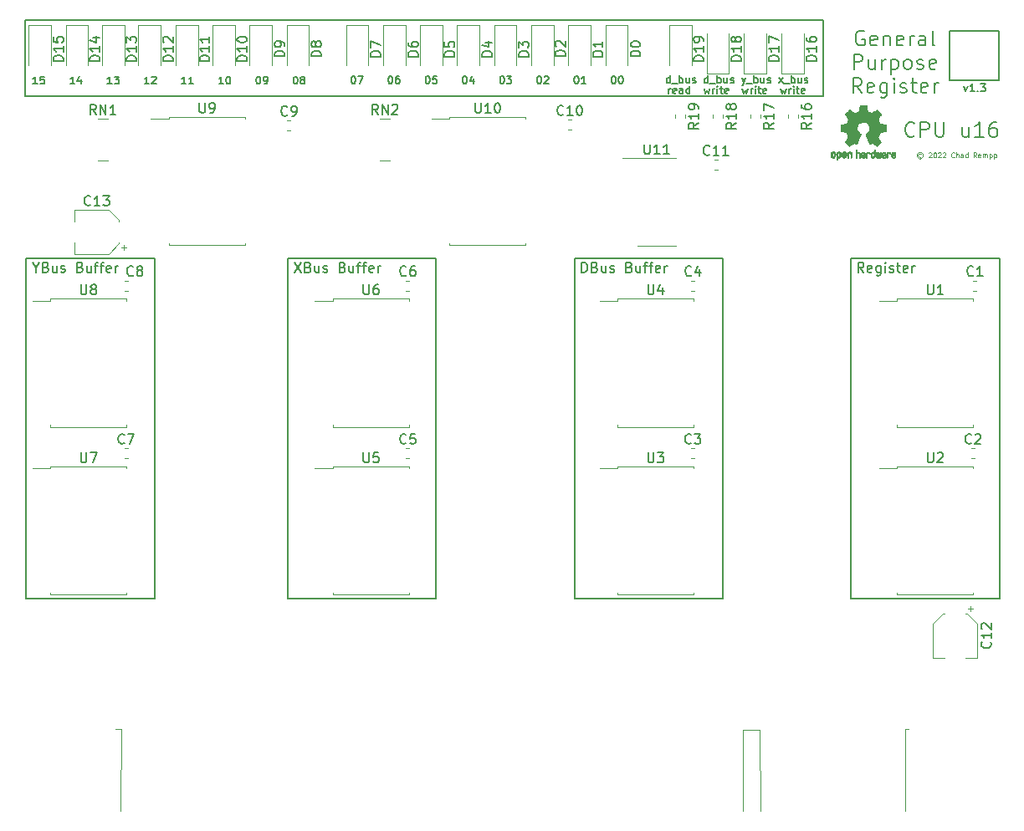
<source format=gto>
G04 #@! TF.GenerationSoftware,KiCad,Pcbnew,(5.1.8)-1*
G04 #@! TF.CreationDate,2022-01-11T15:46:06-08:00*
G04 #@! TF.ProjectId,GPRModule,4750524d-6f64-4756-9c65-2e6b69636164,1.3*
G04 #@! TF.SameCoordinates,Original*
G04 #@! TF.FileFunction,Legend,Top*
G04 #@! TF.FilePolarity,Positive*
%FSLAX46Y46*%
G04 Gerber Fmt 4.6, Leading zero omitted, Abs format (unit mm)*
G04 Created by KiCad (PCBNEW (5.1.8)-1) date 2022-01-11 15:46:06*
%MOMM*%
%LPD*%
G01*
G04 APERTURE LIST*
%ADD10C,0.150000*%
%ADD11C,0.130000*%
%ADD12C,0.153000*%
%ADD13C,0.125000*%
%ADD14C,0.010000*%
%ADD15C,0.120000*%
%ADD16R,0.800000X0.300000*%
%ADD17R,1.020000X4.570000*%
%ADD18R,0.510000X0.760000*%
G04 APERTURE END LIST*
D10*
X92500000Y-116500000D02*
X105500000Y-116500000D01*
X105500000Y-116500000D02*
X105500000Y-82000000D01*
X92500000Y-82000000D02*
X92500000Y-116500000D01*
X105500000Y-82000000D02*
X92500000Y-82000000D01*
X93500000Y-82976190D02*
X93500000Y-83452380D01*
X93166666Y-82452380D02*
X93500000Y-82976190D01*
X93833333Y-82452380D01*
X94500000Y-82928571D02*
X94642857Y-82976190D01*
X94690476Y-83023809D01*
X94738095Y-83119047D01*
X94738095Y-83261904D01*
X94690476Y-83357142D01*
X94642857Y-83404761D01*
X94547619Y-83452380D01*
X94166666Y-83452380D01*
X94166666Y-82452380D01*
X94500000Y-82452380D01*
X94595238Y-82500000D01*
X94642857Y-82547619D01*
X94690476Y-82642857D01*
X94690476Y-82738095D01*
X94642857Y-82833333D01*
X94595238Y-82880952D01*
X94500000Y-82928571D01*
X94166666Y-82928571D01*
X95595238Y-82785714D02*
X95595238Y-83452380D01*
X95166666Y-82785714D02*
X95166666Y-83309523D01*
X95214285Y-83404761D01*
X95309523Y-83452380D01*
X95452380Y-83452380D01*
X95547619Y-83404761D01*
X95595238Y-83357142D01*
X96023809Y-83404761D02*
X96119047Y-83452380D01*
X96309523Y-83452380D01*
X96404761Y-83404761D01*
X96452380Y-83309523D01*
X96452380Y-83261904D01*
X96404761Y-83166666D01*
X96309523Y-83119047D01*
X96166666Y-83119047D01*
X96071428Y-83071428D01*
X96023809Y-82976190D01*
X96023809Y-82928571D01*
X96071428Y-82833333D01*
X96166666Y-82785714D01*
X96309523Y-82785714D01*
X96404761Y-82833333D01*
X97976190Y-82928571D02*
X98119047Y-82976190D01*
X98166666Y-83023809D01*
X98214285Y-83119047D01*
X98214285Y-83261904D01*
X98166666Y-83357142D01*
X98119047Y-83404761D01*
X98023809Y-83452380D01*
X97642857Y-83452380D01*
X97642857Y-82452380D01*
X97976190Y-82452380D01*
X98071428Y-82500000D01*
X98119047Y-82547619D01*
X98166666Y-82642857D01*
X98166666Y-82738095D01*
X98119047Y-82833333D01*
X98071428Y-82880952D01*
X97976190Y-82928571D01*
X97642857Y-82928571D01*
X99071428Y-82785714D02*
X99071428Y-83452380D01*
X98642857Y-82785714D02*
X98642857Y-83309523D01*
X98690476Y-83404761D01*
X98785714Y-83452380D01*
X98928571Y-83452380D01*
X99023809Y-83404761D01*
X99071428Y-83357142D01*
X99404761Y-82785714D02*
X99785714Y-82785714D01*
X99547619Y-83452380D02*
X99547619Y-82595238D01*
X99595238Y-82500000D01*
X99690476Y-82452380D01*
X99785714Y-82452380D01*
X99976190Y-82785714D02*
X100357142Y-82785714D01*
X100119047Y-83452380D02*
X100119047Y-82595238D01*
X100166666Y-82500000D01*
X100261904Y-82452380D01*
X100357142Y-82452380D01*
X101071428Y-83404761D02*
X100976190Y-83452380D01*
X100785714Y-83452380D01*
X100690476Y-83404761D01*
X100642857Y-83309523D01*
X100642857Y-82928571D01*
X100690476Y-82833333D01*
X100785714Y-82785714D01*
X100976190Y-82785714D01*
X101071428Y-82833333D01*
X101119047Y-82928571D01*
X101119047Y-83023809D01*
X100642857Y-83119047D01*
X101547619Y-83452380D02*
X101547619Y-82785714D01*
X101547619Y-82976190D02*
X101595238Y-82880952D01*
X101642857Y-82833333D01*
X101738095Y-82785714D01*
X101833333Y-82785714D01*
X119000000Y-116500000D02*
X134000000Y-116500000D01*
X134000000Y-116500000D02*
X134000000Y-82000000D01*
X119000000Y-82000000D02*
X119000000Y-116500000D01*
X134000000Y-82000000D02*
X119000000Y-82000000D01*
X119666666Y-82452380D02*
X120333333Y-83452380D01*
X120333333Y-82452380D02*
X119666666Y-83452380D01*
X121047619Y-82928571D02*
X121190476Y-82976190D01*
X121238095Y-83023809D01*
X121285714Y-83119047D01*
X121285714Y-83261904D01*
X121238095Y-83357142D01*
X121190476Y-83404761D01*
X121095238Y-83452380D01*
X120714285Y-83452380D01*
X120714285Y-82452380D01*
X121047619Y-82452380D01*
X121142857Y-82500000D01*
X121190476Y-82547619D01*
X121238095Y-82642857D01*
X121238095Y-82738095D01*
X121190476Y-82833333D01*
X121142857Y-82880952D01*
X121047619Y-82928571D01*
X120714285Y-82928571D01*
X122142857Y-82785714D02*
X122142857Y-83452380D01*
X121714285Y-82785714D02*
X121714285Y-83309523D01*
X121761904Y-83404761D01*
X121857142Y-83452380D01*
X122000000Y-83452380D01*
X122095238Y-83404761D01*
X122142857Y-83357142D01*
X122571428Y-83404761D02*
X122666666Y-83452380D01*
X122857142Y-83452380D01*
X122952380Y-83404761D01*
X123000000Y-83309523D01*
X123000000Y-83261904D01*
X122952380Y-83166666D01*
X122857142Y-83119047D01*
X122714285Y-83119047D01*
X122619047Y-83071428D01*
X122571428Y-82976190D01*
X122571428Y-82928571D01*
X122619047Y-82833333D01*
X122714285Y-82785714D01*
X122857142Y-82785714D01*
X122952380Y-82833333D01*
X124523809Y-82928571D02*
X124666666Y-82976190D01*
X124714285Y-83023809D01*
X124761904Y-83119047D01*
X124761904Y-83261904D01*
X124714285Y-83357142D01*
X124666666Y-83404761D01*
X124571428Y-83452380D01*
X124190476Y-83452380D01*
X124190476Y-82452380D01*
X124523809Y-82452380D01*
X124619047Y-82500000D01*
X124666666Y-82547619D01*
X124714285Y-82642857D01*
X124714285Y-82738095D01*
X124666666Y-82833333D01*
X124619047Y-82880952D01*
X124523809Y-82928571D01*
X124190476Y-82928571D01*
X125619047Y-82785714D02*
X125619047Y-83452380D01*
X125190476Y-82785714D02*
X125190476Y-83309523D01*
X125238095Y-83404761D01*
X125333333Y-83452380D01*
X125476190Y-83452380D01*
X125571428Y-83404761D01*
X125619047Y-83357142D01*
X125952380Y-82785714D02*
X126333333Y-82785714D01*
X126095238Y-83452380D02*
X126095238Y-82595238D01*
X126142857Y-82500000D01*
X126238095Y-82452380D01*
X126333333Y-82452380D01*
X126523809Y-82785714D02*
X126904761Y-82785714D01*
X126666666Y-83452380D02*
X126666666Y-82595238D01*
X126714285Y-82500000D01*
X126809523Y-82452380D01*
X126904761Y-82452380D01*
X127619047Y-83404761D02*
X127523809Y-83452380D01*
X127333333Y-83452380D01*
X127238095Y-83404761D01*
X127190476Y-83309523D01*
X127190476Y-82928571D01*
X127238095Y-82833333D01*
X127333333Y-82785714D01*
X127523809Y-82785714D01*
X127619047Y-82833333D01*
X127666666Y-82928571D01*
X127666666Y-83023809D01*
X127190476Y-83119047D01*
X128095238Y-83452380D02*
X128095238Y-82785714D01*
X128095238Y-82976190D02*
X128142857Y-82880952D01*
X128190476Y-82833333D01*
X128285714Y-82785714D01*
X128380952Y-82785714D01*
X148738095Y-83452380D02*
X148738095Y-82452380D01*
X148976190Y-82452380D01*
X149119047Y-82500000D01*
X149214285Y-82595238D01*
X149261904Y-82690476D01*
X149309523Y-82880952D01*
X149309523Y-83023809D01*
X149261904Y-83214285D01*
X149214285Y-83309523D01*
X149119047Y-83404761D01*
X148976190Y-83452380D01*
X148738095Y-83452380D01*
X150071428Y-82928571D02*
X150214285Y-82976190D01*
X150261904Y-83023809D01*
X150309523Y-83119047D01*
X150309523Y-83261904D01*
X150261904Y-83357142D01*
X150214285Y-83404761D01*
X150119047Y-83452380D01*
X149738095Y-83452380D01*
X149738095Y-82452380D01*
X150071428Y-82452380D01*
X150166666Y-82500000D01*
X150214285Y-82547619D01*
X150261904Y-82642857D01*
X150261904Y-82738095D01*
X150214285Y-82833333D01*
X150166666Y-82880952D01*
X150071428Y-82928571D01*
X149738095Y-82928571D01*
X151166666Y-82785714D02*
X151166666Y-83452380D01*
X150738095Y-82785714D02*
X150738095Y-83309523D01*
X150785714Y-83404761D01*
X150880952Y-83452380D01*
X151023809Y-83452380D01*
X151119047Y-83404761D01*
X151166666Y-83357142D01*
X151595238Y-83404761D02*
X151690476Y-83452380D01*
X151880952Y-83452380D01*
X151976190Y-83404761D01*
X152023809Y-83309523D01*
X152023809Y-83261904D01*
X151976190Y-83166666D01*
X151880952Y-83119047D01*
X151738095Y-83119047D01*
X151642857Y-83071428D01*
X151595238Y-82976190D01*
X151595238Y-82928571D01*
X151642857Y-82833333D01*
X151738095Y-82785714D01*
X151880952Y-82785714D01*
X151976190Y-82833333D01*
X153547619Y-82928571D02*
X153690476Y-82976190D01*
X153738095Y-83023809D01*
X153785714Y-83119047D01*
X153785714Y-83261904D01*
X153738095Y-83357142D01*
X153690476Y-83404761D01*
X153595238Y-83452380D01*
X153214285Y-83452380D01*
X153214285Y-82452380D01*
X153547619Y-82452380D01*
X153642857Y-82500000D01*
X153690476Y-82547619D01*
X153738095Y-82642857D01*
X153738095Y-82738095D01*
X153690476Y-82833333D01*
X153642857Y-82880952D01*
X153547619Y-82928571D01*
X153214285Y-82928571D01*
X154642857Y-82785714D02*
X154642857Y-83452380D01*
X154214285Y-82785714D02*
X154214285Y-83309523D01*
X154261904Y-83404761D01*
X154357142Y-83452380D01*
X154500000Y-83452380D01*
X154595238Y-83404761D01*
X154642857Y-83357142D01*
X154976190Y-82785714D02*
X155357142Y-82785714D01*
X155119047Y-83452380D02*
X155119047Y-82595238D01*
X155166666Y-82500000D01*
X155261904Y-82452380D01*
X155357142Y-82452380D01*
X155547619Y-82785714D02*
X155928571Y-82785714D01*
X155690476Y-83452380D02*
X155690476Y-82595238D01*
X155738095Y-82500000D01*
X155833333Y-82452380D01*
X155928571Y-82452380D01*
X156642857Y-83404761D02*
X156547619Y-83452380D01*
X156357142Y-83452380D01*
X156261904Y-83404761D01*
X156214285Y-83309523D01*
X156214285Y-82928571D01*
X156261904Y-82833333D01*
X156357142Y-82785714D01*
X156547619Y-82785714D01*
X156642857Y-82833333D01*
X156690476Y-82928571D01*
X156690476Y-83023809D01*
X156214285Y-83119047D01*
X157119047Y-83452380D02*
X157119047Y-82785714D01*
X157119047Y-82976190D02*
X157166666Y-82880952D01*
X157214285Y-82833333D01*
X157309523Y-82785714D01*
X157404761Y-82785714D01*
X163000000Y-116500000D02*
X163000000Y-82000000D01*
X148000000Y-116500000D02*
X163000000Y-116500000D01*
X148000000Y-82000000D02*
X148000000Y-116500000D01*
X163000000Y-82000000D02*
X148000000Y-82000000D01*
X177261904Y-83452380D02*
X176928571Y-82976190D01*
X176690476Y-83452380D02*
X176690476Y-82452380D01*
X177071428Y-82452380D01*
X177166666Y-82500000D01*
X177214285Y-82547619D01*
X177261904Y-82642857D01*
X177261904Y-82785714D01*
X177214285Y-82880952D01*
X177166666Y-82928571D01*
X177071428Y-82976190D01*
X176690476Y-82976190D01*
X178071428Y-83404761D02*
X177976190Y-83452380D01*
X177785714Y-83452380D01*
X177690476Y-83404761D01*
X177642857Y-83309523D01*
X177642857Y-82928571D01*
X177690476Y-82833333D01*
X177785714Y-82785714D01*
X177976190Y-82785714D01*
X178071428Y-82833333D01*
X178119047Y-82928571D01*
X178119047Y-83023809D01*
X177642857Y-83119047D01*
X178976190Y-82785714D02*
X178976190Y-83595238D01*
X178928571Y-83690476D01*
X178880952Y-83738095D01*
X178785714Y-83785714D01*
X178642857Y-83785714D01*
X178547619Y-83738095D01*
X178976190Y-83404761D02*
X178880952Y-83452380D01*
X178690476Y-83452380D01*
X178595238Y-83404761D01*
X178547619Y-83357142D01*
X178500000Y-83261904D01*
X178500000Y-82976190D01*
X178547619Y-82880952D01*
X178595238Y-82833333D01*
X178690476Y-82785714D01*
X178880952Y-82785714D01*
X178976190Y-82833333D01*
X179452380Y-83452380D02*
X179452380Y-82785714D01*
X179452380Y-82452380D02*
X179404761Y-82500000D01*
X179452380Y-82547619D01*
X179500000Y-82500000D01*
X179452380Y-82452380D01*
X179452380Y-82547619D01*
X179880952Y-83404761D02*
X179976190Y-83452380D01*
X180166666Y-83452380D01*
X180261904Y-83404761D01*
X180309523Y-83309523D01*
X180309523Y-83261904D01*
X180261904Y-83166666D01*
X180166666Y-83119047D01*
X180023809Y-83119047D01*
X179928571Y-83071428D01*
X179880952Y-82976190D01*
X179880952Y-82928571D01*
X179928571Y-82833333D01*
X180023809Y-82785714D01*
X180166666Y-82785714D01*
X180261904Y-82833333D01*
X180595238Y-82785714D02*
X180976190Y-82785714D01*
X180738095Y-82452380D02*
X180738095Y-83309523D01*
X180785714Y-83404761D01*
X180880952Y-83452380D01*
X180976190Y-83452380D01*
X181690476Y-83404761D02*
X181595238Y-83452380D01*
X181404761Y-83452380D01*
X181309523Y-83404761D01*
X181261904Y-83309523D01*
X181261904Y-82928571D01*
X181309523Y-82833333D01*
X181404761Y-82785714D01*
X181595238Y-82785714D01*
X181690476Y-82833333D01*
X181738095Y-82928571D01*
X181738095Y-83023809D01*
X181261904Y-83119047D01*
X182166666Y-83452380D02*
X182166666Y-82785714D01*
X182166666Y-82976190D02*
X182214285Y-82880952D01*
X182261904Y-82833333D01*
X182357142Y-82785714D01*
X182452380Y-82785714D01*
X191000000Y-116500000D02*
X191000000Y-82000000D01*
X176000000Y-116500000D02*
X191000000Y-116500000D01*
X176000000Y-82000000D02*
X176000000Y-116500000D01*
X191000000Y-82000000D02*
X176000000Y-82000000D01*
D11*
X187414285Y-64637142D02*
X187595238Y-65143809D01*
X187776190Y-64637142D01*
X188463809Y-65143809D02*
X188029523Y-65143809D01*
X188246666Y-65143809D02*
X188246666Y-64383809D01*
X188174285Y-64492380D01*
X188101904Y-64564761D01*
X188029523Y-64600952D01*
X188789523Y-65071428D02*
X188825714Y-65107619D01*
X188789523Y-65143809D01*
X188753333Y-65107619D01*
X188789523Y-65071428D01*
X188789523Y-65143809D01*
X189079047Y-64383809D02*
X189549523Y-64383809D01*
X189296190Y-64673333D01*
X189404761Y-64673333D01*
X189477142Y-64709523D01*
X189513333Y-64745714D01*
X189549523Y-64818095D01*
X189549523Y-64999047D01*
X189513333Y-65071428D01*
X189477142Y-65107619D01*
X189404761Y-65143809D01*
X189187619Y-65143809D01*
X189115238Y-65107619D01*
X189079047Y-65071428D01*
D12*
X125568571Y-63583809D02*
X125640952Y-63583809D01*
X125713333Y-63620000D01*
X125749523Y-63656190D01*
X125785714Y-63728571D01*
X125821904Y-63873333D01*
X125821904Y-64054285D01*
X125785714Y-64199047D01*
X125749523Y-64271428D01*
X125713333Y-64307619D01*
X125640952Y-64343809D01*
X125568571Y-64343809D01*
X125496190Y-64307619D01*
X125460000Y-64271428D01*
X125423809Y-64199047D01*
X125387619Y-64054285D01*
X125387619Y-63873333D01*
X125423809Y-63728571D01*
X125460000Y-63656190D01*
X125496190Y-63620000D01*
X125568571Y-63583809D01*
X126075238Y-63583809D02*
X126581904Y-63583809D01*
X126256190Y-64343809D01*
X129332380Y-63583809D02*
X129404761Y-63583809D01*
X129477142Y-63620000D01*
X129513333Y-63656190D01*
X129549523Y-63728571D01*
X129585714Y-63873333D01*
X129585714Y-64054285D01*
X129549523Y-64199047D01*
X129513333Y-64271428D01*
X129477142Y-64307619D01*
X129404761Y-64343809D01*
X129332380Y-64343809D01*
X129260000Y-64307619D01*
X129223809Y-64271428D01*
X129187619Y-64199047D01*
X129151428Y-64054285D01*
X129151428Y-63873333D01*
X129187619Y-63728571D01*
X129223809Y-63656190D01*
X129260000Y-63620000D01*
X129332380Y-63583809D01*
X130237142Y-63583809D02*
X130092380Y-63583809D01*
X130020000Y-63620000D01*
X129983809Y-63656190D01*
X129911428Y-63764761D01*
X129875238Y-63909523D01*
X129875238Y-64199047D01*
X129911428Y-64271428D01*
X129947619Y-64307619D01*
X130020000Y-64343809D01*
X130164761Y-64343809D01*
X130237142Y-64307619D01*
X130273333Y-64271428D01*
X130309523Y-64199047D01*
X130309523Y-64018095D01*
X130273333Y-63945714D01*
X130237142Y-63909523D01*
X130164761Y-63873333D01*
X130020000Y-63873333D01*
X129947619Y-63909523D01*
X129911428Y-63945714D01*
X129875238Y-64018095D01*
X133096190Y-63583809D02*
X133168571Y-63583809D01*
X133240952Y-63620000D01*
X133277142Y-63656190D01*
X133313333Y-63728571D01*
X133349523Y-63873333D01*
X133349523Y-64054285D01*
X133313333Y-64199047D01*
X133277142Y-64271428D01*
X133240952Y-64307619D01*
X133168571Y-64343809D01*
X133096190Y-64343809D01*
X133023809Y-64307619D01*
X132987619Y-64271428D01*
X132951428Y-64199047D01*
X132915238Y-64054285D01*
X132915238Y-63873333D01*
X132951428Y-63728571D01*
X132987619Y-63656190D01*
X133023809Y-63620000D01*
X133096190Y-63583809D01*
X134037142Y-63583809D02*
X133675238Y-63583809D01*
X133639047Y-63945714D01*
X133675238Y-63909523D01*
X133747619Y-63873333D01*
X133928571Y-63873333D01*
X134000952Y-63909523D01*
X134037142Y-63945714D01*
X134073333Y-64018095D01*
X134073333Y-64199047D01*
X134037142Y-64271428D01*
X134000952Y-64307619D01*
X133928571Y-64343809D01*
X133747619Y-64343809D01*
X133675238Y-64307619D01*
X133639047Y-64271428D01*
X136860000Y-63583809D02*
X136932380Y-63583809D01*
X137004761Y-63620000D01*
X137040952Y-63656190D01*
X137077142Y-63728571D01*
X137113333Y-63873333D01*
X137113333Y-64054285D01*
X137077142Y-64199047D01*
X137040952Y-64271428D01*
X137004761Y-64307619D01*
X136932380Y-64343809D01*
X136860000Y-64343809D01*
X136787619Y-64307619D01*
X136751428Y-64271428D01*
X136715238Y-64199047D01*
X136679047Y-64054285D01*
X136679047Y-63873333D01*
X136715238Y-63728571D01*
X136751428Y-63656190D01*
X136787619Y-63620000D01*
X136860000Y-63583809D01*
X137764761Y-63837142D02*
X137764761Y-64343809D01*
X137583809Y-63547619D02*
X137402857Y-64090476D01*
X137873333Y-64090476D01*
X140623809Y-63583809D02*
X140696190Y-63583809D01*
X140768571Y-63620000D01*
X140804761Y-63656190D01*
X140840952Y-63728571D01*
X140877142Y-63873333D01*
X140877142Y-64054285D01*
X140840952Y-64199047D01*
X140804761Y-64271428D01*
X140768571Y-64307619D01*
X140696190Y-64343809D01*
X140623809Y-64343809D01*
X140551428Y-64307619D01*
X140515238Y-64271428D01*
X140479047Y-64199047D01*
X140442857Y-64054285D01*
X140442857Y-63873333D01*
X140479047Y-63728571D01*
X140515238Y-63656190D01*
X140551428Y-63620000D01*
X140623809Y-63583809D01*
X141130476Y-63583809D02*
X141600952Y-63583809D01*
X141347619Y-63873333D01*
X141456190Y-63873333D01*
X141528571Y-63909523D01*
X141564761Y-63945714D01*
X141600952Y-64018095D01*
X141600952Y-64199047D01*
X141564761Y-64271428D01*
X141528571Y-64307619D01*
X141456190Y-64343809D01*
X141239047Y-64343809D01*
X141166666Y-64307619D01*
X141130476Y-64271428D01*
X144387619Y-63583809D02*
X144460000Y-63583809D01*
X144532380Y-63620000D01*
X144568571Y-63656190D01*
X144604761Y-63728571D01*
X144640952Y-63873333D01*
X144640952Y-64054285D01*
X144604761Y-64199047D01*
X144568571Y-64271428D01*
X144532380Y-64307619D01*
X144460000Y-64343809D01*
X144387619Y-64343809D01*
X144315238Y-64307619D01*
X144279047Y-64271428D01*
X144242857Y-64199047D01*
X144206666Y-64054285D01*
X144206666Y-63873333D01*
X144242857Y-63728571D01*
X144279047Y-63656190D01*
X144315238Y-63620000D01*
X144387619Y-63583809D01*
X144930476Y-63656190D02*
X144966666Y-63620000D01*
X145039047Y-63583809D01*
X145220000Y-63583809D01*
X145292380Y-63620000D01*
X145328571Y-63656190D01*
X145364761Y-63728571D01*
X145364761Y-63800952D01*
X145328571Y-63909523D01*
X144894285Y-64343809D01*
X145364761Y-64343809D01*
X148151428Y-63583809D02*
X148223809Y-63583809D01*
X148296190Y-63620000D01*
X148332380Y-63656190D01*
X148368571Y-63728571D01*
X148404761Y-63873333D01*
X148404761Y-64054285D01*
X148368571Y-64199047D01*
X148332380Y-64271428D01*
X148296190Y-64307619D01*
X148223809Y-64343809D01*
X148151428Y-64343809D01*
X148079047Y-64307619D01*
X148042857Y-64271428D01*
X148006666Y-64199047D01*
X147970476Y-64054285D01*
X147970476Y-63873333D01*
X148006666Y-63728571D01*
X148042857Y-63656190D01*
X148079047Y-63620000D01*
X148151428Y-63583809D01*
X149128571Y-64343809D02*
X148694285Y-64343809D01*
X148911428Y-64343809D02*
X148911428Y-63583809D01*
X148839047Y-63692380D01*
X148766666Y-63764761D01*
X148694285Y-63800952D01*
X151915238Y-63583809D02*
X151987619Y-63583809D01*
X152060000Y-63620000D01*
X152096190Y-63656190D01*
X152132380Y-63728571D01*
X152168571Y-63873333D01*
X152168571Y-64054285D01*
X152132380Y-64199047D01*
X152096190Y-64271428D01*
X152060000Y-64307619D01*
X151987619Y-64343809D01*
X151915238Y-64343809D01*
X151842857Y-64307619D01*
X151806666Y-64271428D01*
X151770476Y-64199047D01*
X151734285Y-64054285D01*
X151734285Y-63873333D01*
X151770476Y-63728571D01*
X151806666Y-63656190D01*
X151842857Y-63620000D01*
X151915238Y-63583809D01*
X152639047Y-63583809D02*
X152711428Y-63583809D01*
X152783809Y-63620000D01*
X152820000Y-63656190D01*
X152856190Y-63728571D01*
X152892380Y-63873333D01*
X152892380Y-64054285D01*
X152856190Y-64199047D01*
X152820000Y-64271428D01*
X152783809Y-64307619D01*
X152711428Y-64343809D01*
X152639047Y-64343809D01*
X152566666Y-64307619D01*
X152530476Y-64271428D01*
X152494285Y-64199047D01*
X152458095Y-64054285D01*
X152458095Y-63873333D01*
X152494285Y-63728571D01*
X152530476Y-63656190D01*
X152566666Y-63620000D01*
X152639047Y-63583809D01*
X92400000Y-57950000D02*
X173150000Y-57950000D01*
X92400000Y-65650000D02*
X92400000Y-57950000D01*
X173150000Y-65650000D02*
X92400000Y-65650000D01*
X173150000Y-57950000D02*
X173150000Y-65650000D01*
D11*
X157523809Y-65343809D02*
X157523809Y-64837142D01*
X157523809Y-64981904D02*
X157560000Y-64909523D01*
X157596190Y-64873333D01*
X157668571Y-64837142D01*
X157740952Y-64837142D01*
X158283809Y-65307619D02*
X158211428Y-65343809D01*
X158066666Y-65343809D01*
X157994285Y-65307619D01*
X157958095Y-65235238D01*
X157958095Y-64945714D01*
X157994285Y-64873333D01*
X158066666Y-64837142D01*
X158211428Y-64837142D01*
X158283809Y-64873333D01*
X158320000Y-64945714D01*
X158320000Y-65018095D01*
X157958095Y-65090476D01*
X158971428Y-65343809D02*
X158971428Y-64945714D01*
X158935238Y-64873333D01*
X158862857Y-64837142D01*
X158718095Y-64837142D01*
X158645714Y-64873333D01*
X158971428Y-65307619D02*
X158899047Y-65343809D01*
X158718095Y-65343809D01*
X158645714Y-65307619D01*
X158609523Y-65235238D01*
X158609523Y-65162857D01*
X158645714Y-65090476D01*
X158718095Y-65054285D01*
X158899047Y-65054285D01*
X158971428Y-65018095D01*
X159659047Y-65343809D02*
X159659047Y-64583809D01*
X159659047Y-65307619D02*
X159586666Y-65343809D01*
X159441904Y-65343809D01*
X159369523Y-65307619D01*
X159333333Y-65271428D01*
X159297142Y-65199047D01*
X159297142Y-64981904D01*
X159333333Y-64909523D01*
X159369523Y-64873333D01*
X159441904Y-64837142D01*
X159586666Y-64837142D01*
X159659047Y-64873333D01*
X161106666Y-64837142D02*
X161251428Y-65343809D01*
X161396190Y-64981904D01*
X161540952Y-65343809D01*
X161685714Y-64837142D01*
X161975238Y-65343809D02*
X161975238Y-64837142D01*
X161975238Y-64981904D02*
X162011428Y-64909523D01*
X162047619Y-64873333D01*
X162120000Y-64837142D01*
X162192380Y-64837142D01*
X162445714Y-65343809D02*
X162445714Y-64837142D01*
X162445714Y-64583809D02*
X162409523Y-64620000D01*
X162445714Y-64656190D01*
X162481904Y-64620000D01*
X162445714Y-64583809D01*
X162445714Y-64656190D01*
X162699047Y-64837142D02*
X162988571Y-64837142D01*
X162807619Y-64583809D02*
X162807619Y-65235238D01*
X162843809Y-65307619D01*
X162916190Y-65343809D01*
X162988571Y-65343809D01*
X163531428Y-65307619D02*
X163459047Y-65343809D01*
X163314285Y-65343809D01*
X163241904Y-65307619D01*
X163205714Y-65235238D01*
X163205714Y-64945714D01*
X163241904Y-64873333D01*
X163314285Y-64837142D01*
X163459047Y-64837142D01*
X163531428Y-64873333D01*
X163567619Y-64945714D01*
X163567619Y-65018095D01*
X163205714Y-65090476D01*
X164979047Y-64837142D02*
X165123809Y-65343809D01*
X165268571Y-64981904D01*
X165413333Y-65343809D01*
X165558095Y-64837142D01*
X165847619Y-65343809D02*
X165847619Y-64837142D01*
X165847619Y-64981904D02*
X165883809Y-64909523D01*
X165920000Y-64873333D01*
X165992380Y-64837142D01*
X166064761Y-64837142D01*
X166318095Y-65343809D02*
X166318095Y-64837142D01*
X166318095Y-64583809D02*
X166281904Y-64620000D01*
X166318095Y-64656190D01*
X166354285Y-64620000D01*
X166318095Y-64583809D01*
X166318095Y-64656190D01*
X166571428Y-64837142D02*
X166860952Y-64837142D01*
X166680000Y-64583809D02*
X166680000Y-65235238D01*
X166716190Y-65307619D01*
X166788571Y-65343809D01*
X166860952Y-65343809D01*
X167403809Y-65307619D02*
X167331428Y-65343809D01*
X167186666Y-65343809D01*
X167114285Y-65307619D01*
X167078095Y-65235238D01*
X167078095Y-64945714D01*
X167114285Y-64873333D01*
X167186666Y-64837142D01*
X167331428Y-64837142D01*
X167403809Y-64873333D01*
X167440000Y-64945714D01*
X167440000Y-65018095D01*
X167078095Y-65090476D01*
X168851428Y-64837142D02*
X168996190Y-65343809D01*
X169140952Y-64981904D01*
X169285714Y-65343809D01*
X169430476Y-64837142D01*
X169720000Y-65343809D02*
X169720000Y-64837142D01*
X169720000Y-64981904D02*
X169756190Y-64909523D01*
X169792380Y-64873333D01*
X169864761Y-64837142D01*
X169937142Y-64837142D01*
X170190476Y-65343809D02*
X170190476Y-64837142D01*
X170190476Y-64583809D02*
X170154285Y-64620000D01*
X170190476Y-64656190D01*
X170226666Y-64620000D01*
X170190476Y-64583809D01*
X170190476Y-64656190D01*
X170443809Y-64837142D02*
X170733333Y-64837142D01*
X170552380Y-64583809D02*
X170552380Y-65235238D01*
X170588571Y-65307619D01*
X170660952Y-65343809D01*
X170733333Y-65343809D01*
X171276190Y-65307619D02*
X171203809Y-65343809D01*
X171059047Y-65343809D01*
X170986666Y-65307619D01*
X170950476Y-65235238D01*
X170950476Y-64945714D01*
X170986666Y-64873333D01*
X171059047Y-64837142D01*
X171203809Y-64837142D01*
X171276190Y-64873333D01*
X171312380Y-64945714D01*
X171312380Y-65018095D01*
X170950476Y-65090476D01*
X157664285Y-64293809D02*
X157664285Y-63533809D01*
X157664285Y-64257619D02*
X157591904Y-64293809D01*
X157447142Y-64293809D01*
X157374761Y-64257619D01*
X157338571Y-64221428D01*
X157302380Y-64149047D01*
X157302380Y-63931904D01*
X157338571Y-63859523D01*
X157374761Y-63823333D01*
X157447142Y-63787142D01*
X157591904Y-63787142D01*
X157664285Y-63823333D01*
X157845238Y-64366190D02*
X158424285Y-64366190D01*
X158605238Y-64293809D02*
X158605238Y-63533809D01*
X158605238Y-63823333D02*
X158677619Y-63787142D01*
X158822380Y-63787142D01*
X158894761Y-63823333D01*
X158930952Y-63859523D01*
X158967142Y-63931904D01*
X158967142Y-64149047D01*
X158930952Y-64221428D01*
X158894761Y-64257619D01*
X158822380Y-64293809D01*
X158677619Y-64293809D01*
X158605238Y-64257619D01*
X159618571Y-63787142D02*
X159618571Y-64293809D01*
X159292857Y-63787142D02*
X159292857Y-64185238D01*
X159329047Y-64257619D01*
X159401428Y-64293809D01*
X159510000Y-64293809D01*
X159582380Y-64257619D01*
X159618571Y-64221428D01*
X159944285Y-64257619D02*
X160016666Y-64293809D01*
X160161428Y-64293809D01*
X160233809Y-64257619D01*
X160270000Y-64185238D01*
X160270000Y-64149047D01*
X160233809Y-64076666D01*
X160161428Y-64040476D01*
X160052857Y-64040476D01*
X159980476Y-64004285D01*
X159944285Y-63931904D01*
X159944285Y-63895714D01*
X159980476Y-63823333D01*
X160052857Y-63787142D01*
X160161428Y-63787142D01*
X160233809Y-63823333D01*
X161500476Y-64293809D02*
X161500476Y-63533809D01*
X161500476Y-64257619D02*
X161428095Y-64293809D01*
X161283333Y-64293809D01*
X161210952Y-64257619D01*
X161174761Y-64221428D01*
X161138571Y-64149047D01*
X161138571Y-63931904D01*
X161174761Y-63859523D01*
X161210952Y-63823333D01*
X161283333Y-63787142D01*
X161428095Y-63787142D01*
X161500476Y-63823333D01*
X161681428Y-64366190D02*
X162260476Y-64366190D01*
X162441428Y-64293809D02*
X162441428Y-63533809D01*
X162441428Y-63823333D02*
X162513809Y-63787142D01*
X162658571Y-63787142D01*
X162730952Y-63823333D01*
X162767142Y-63859523D01*
X162803333Y-63931904D01*
X162803333Y-64149047D01*
X162767142Y-64221428D01*
X162730952Y-64257619D01*
X162658571Y-64293809D01*
X162513809Y-64293809D01*
X162441428Y-64257619D01*
X163454761Y-63787142D02*
X163454761Y-64293809D01*
X163129047Y-63787142D02*
X163129047Y-64185238D01*
X163165238Y-64257619D01*
X163237619Y-64293809D01*
X163346190Y-64293809D01*
X163418571Y-64257619D01*
X163454761Y-64221428D01*
X163780476Y-64257619D02*
X163852857Y-64293809D01*
X163997619Y-64293809D01*
X164070000Y-64257619D01*
X164106190Y-64185238D01*
X164106190Y-64149047D01*
X164070000Y-64076666D01*
X163997619Y-64040476D01*
X163889047Y-64040476D01*
X163816666Y-64004285D01*
X163780476Y-63931904D01*
X163780476Y-63895714D01*
X163816666Y-63823333D01*
X163889047Y-63787142D01*
X163997619Y-63787142D01*
X164070000Y-63823333D01*
X164938571Y-63787142D02*
X165119523Y-64293809D01*
X165300476Y-63787142D02*
X165119523Y-64293809D01*
X165047142Y-64474761D01*
X165010952Y-64510952D01*
X164938571Y-64547142D01*
X165409047Y-64366190D02*
X165988095Y-64366190D01*
X166169047Y-64293809D02*
X166169047Y-63533809D01*
X166169047Y-63823333D02*
X166241428Y-63787142D01*
X166386190Y-63787142D01*
X166458571Y-63823333D01*
X166494761Y-63859523D01*
X166530952Y-63931904D01*
X166530952Y-64149047D01*
X166494761Y-64221428D01*
X166458571Y-64257619D01*
X166386190Y-64293809D01*
X166241428Y-64293809D01*
X166169047Y-64257619D01*
X167182380Y-63787142D02*
X167182380Y-64293809D01*
X166856666Y-63787142D02*
X166856666Y-64185238D01*
X166892857Y-64257619D01*
X166965238Y-64293809D01*
X167073809Y-64293809D01*
X167146190Y-64257619D01*
X167182380Y-64221428D01*
X167508095Y-64257619D02*
X167580476Y-64293809D01*
X167725238Y-64293809D01*
X167797619Y-64257619D01*
X167833809Y-64185238D01*
X167833809Y-64149047D01*
X167797619Y-64076666D01*
X167725238Y-64040476D01*
X167616666Y-64040476D01*
X167544285Y-64004285D01*
X167508095Y-63931904D01*
X167508095Y-63895714D01*
X167544285Y-63823333D01*
X167616666Y-63787142D01*
X167725238Y-63787142D01*
X167797619Y-63823333D01*
X168666190Y-64293809D02*
X169064285Y-63787142D01*
X168666190Y-63787142D02*
X169064285Y-64293809D01*
X169172857Y-64366190D02*
X169751904Y-64366190D01*
X169932857Y-64293809D02*
X169932857Y-63533809D01*
X169932857Y-63823333D02*
X170005238Y-63787142D01*
X170150000Y-63787142D01*
X170222380Y-63823333D01*
X170258571Y-63859523D01*
X170294761Y-63931904D01*
X170294761Y-64149047D01*
X170258571Y-64221428D01*
X170222380Y-64257619D01*
X170150000Y-64293809D01*
X170005238Y-64293809D01*
X169932857Y-64257619D01*
X170946190Y-63787142D02*
X170946190Y-64293809D01*
X170620476Y-63787142D02*
X170620476Y-64185238D01*
X170656666Y-64257619D01*
X170729047Y-64293809D01*
X170837619Y-64293809D01*
X170910000Y-64257619D01*
X170946190Y-64221428D01*
X171271904Y-64257619D02*
X171344285Y-64293809D01*
X171489047Y-64293809D01*
X171561428Y-64257619D01*
X171597619Y-64185238D01*
X171597619Y-64149047D01*
X171561428Y-64076666D01*
X171489047Y-64040476D01*
X171380476Y-64040476D01*
X171308095Y-64004285D01*
X171271904Y-63931904D01*
X171271904Y-63895714D01*
X171308095Y-63823333D01*
X171380476Y-63787142D01*
X171489047Y-63787142D01*
X171561428Y-63823333D01*
D12*
X93631904Y-64383809D02*
X93197619Y-64383809D01*
X93414761Y-64383809D02*
X93414761Y-63623809D01*
X93342380Y-63732380D01*
X93270000Y-63804761D01*
X93197619Y-63840952D01*
X94319523Y-63623809D02*
X93957619Y-63623809D01*
X93921428Y-63985714D01*
X93957619Y-63949523D01*
X94030000Y-63913333D01*
X94210952Y-63913333D01*
X94283333Y-63949523D01*
X94319523Y-63985714D01*
X94355714Y-64058095D01*
X94355714Y-64239047D01*
X94319523Y-64311428D01*
X94283333Y-64347619D01*
X94210952Y-64383809D01*
X94030000Y-64383809D01*
X93957619Y-64347619D01*
X93921428Y-64311428D01*
X97395714Y-64383809D02*
X96961428Y-64383809D01*
X97178571Y-64383809D02*
X97178571Y-63623809D01*
X97106190Y-63732380D01*
X97033809Y-63804761D01*
X96961428Y-63840952D01*
X98047142Y-63877142D02*
X98047142Y-64383809D01*
X97866190Y-63587619D02*
X97685238Y-64130476D01*
X98155714Y-64130476D01*
X101159523Y-64383809D02*
X100725238Y-64383809D01*
X100942380Y-64383809D02*
X100942380Y-63623809D01*
X100870000Y-63732380D01*
X100797619Y-63804761D01*
X100725238Y-63840952D01*
X101412857Y-63623809D02*
X101883333Y-63623809D01*
X101630000Y-63913333D01*
X101738571Y-63913333D01*
X101810952Y-63949523D01*
X101847142Y-63985714D01*
X101883333Y-64058095D01*
X101883333Y-64239047D01*
X101847142Y-64311428D01*
X101810952Y-64347619D01*
X101738571Y-64383809D01*
X101521428Y-64383809D01*
X101449047Y-64347619D01*
X101412857Y-64311428D01*
X104923333Y-64383809D02*
X104489047Y-64383809D01*
X104706190Y-64383809D02*
X104706190Y-63623809D01*
X104633809Y-63732380D01*
X104561428Y-63804761D01*
X104489047Y-63840952D01*
X105212857Y-63696190D02*
X105249047Y-63660000D01*
X105321428Y-63623809D01*
X105502380Y-63623809D01*
X105574761Y-63660000D01*
X105610952Y-63696190D01*
X105647142Y-63768571D01*
X105647142Y-63840952D01*
X105610952Y-63949523D01*
X105176666Y-64383809D01*
X105647142Y-64383809D01*
X108687142Y-64383809D02*
X108252857Y-64383809D01*
X108470000Y-64383809D02*
X108470000Y-63623809D01*
X108397619Y-63732380D01*
X108325238Y-63804761D01*
X108252857Y-63840952D01*
X109410952Y-64383809D02*
X108976666Y-64383809D01*
X109193809Y-64383809D02*
X109193809Y-63623809D01*
X109121428Y-63732380D01*
X109049047Y-63804761D01*
X108976666Y-63840952D01*
X112450952Y-64383809D02*
X112016666Y-64383809D01*
X112233809Y-64383809D02*
X112233809Y-63623809D01*
X112161428Y-63732380D01*
X112089047Y-63804761D01*
X112016666Y-63840952D01*
X112921428Y-63623809D02*
X112993809Y-63623809D01*
X113066190Y-63660000D01*
X113102380Y-63696190D01*
X113138571Y-63768571D01*
X113174761Y-63913333D01*
X113174761Y-64094285D01*
X113138571Y-64239047D01*
X113102380Y-64311428D01*
X113066190Y-64347619D01*
X112993809Y-64383809D01*
X112921428Y-64383809D01*
X112849047Y-64347619D01*
X112812857Y-64311428D01*
X112776666Y-64239047D01*
X112740476Y-64094285D01*
X112740476Y-63913333D01*
X112776666Y-63768571D01*
X112812857Y-63696190D01*
X112849047Y-63660000D01*
X112921428Y-63623809D01*
X115961428Y-63623809D02*
X116033809Y-63623809D01*
X116106190Y-63660000D01*
X116142380Y-63696190D01*
X116178571Y-63768571D01*
X116214761Y-63913333D01*
X116214761Y-64094285D01*
X116178571Y-64239047D01*
X116142380Y-64311428D01*
X116106190Y-64347619D01*
X116033809Y-64383809D01*
X115961428Y-64383809D01*
X115889047Y-64347619D01*
X115852857Y-64311428D01*
X115816666Y-64239047D01*
X115780476Y-64094285D01*
X115780476Y-63913333D01*
X115816666Y-63768571D01*
X115852857Y-63696190D01*
X115889047Y-63660000D01*
X115961428Y-63623809D01*
X116576666Y-64383809D02*
X116721428Y-64383809D01*
X116793809Y-64347619D01*
X116830000Y-64311428D01*
X116902380Y-64202857D01*
X116938571Y-64058095D01*
X116938571Y-63768571D01*
X116902380Y-63696190D01*
X116866190Y-63660000D01*
X116793809Y-63623809D01*
X116649047Y-63623809D01*
X116576666Y-63660000D01*
X116540476Y-63696190D01*
X116504285Y-63768571D01*
X116504285Y-63949523D01*
X116540476Y-64021904D01*
X116576666Y-64058095D01*
X116649047Y-64094285D01*
X116793809Y-64094285D01*
X116866190Y-64058095D01*
X116902380Y-64021904D01*
X116938571Y-63949523D01*
X119725238Y-63623809D02*
X119797619Y-63623809D01*
X119870000Y-63660000D01*
X119906190Y-63696190D01*
X119942380Y-63768571D01*
X119978571Y-63913333D01*
X119978571Y-64094285D01*
X119942380Y-64239047D01*
X119906190Y-64311428D01*
X119870000Y-64347619D01*
X119797619Y-64383809D01*
X119725238Y-64383809D01*
X119652857Y-64347619D01*
X119616666Y-64311428D01*
X119580476Y-64239047D01*
X119544285Y-64094285D01*
X119544285Y-63913333D01*
X119580476Y-63768571D01*
X119616666Y-63696190D01*
X119652857Y-63660000D01*
X119725238Y-63623809D01*
X120412857Y-63949523D02*
X120340476Y-63913333D01*
X120304285Y-63877142D01*
X120268095Y-63804761D01*
X120268095Y-63768571D01*
X120304285Y-63696190D01*
X120340476Y-63660000D01*
X120412857Y-63623809D01*
X120557619Y-63623809D01*
X120630000Y-63660000D01*
X120666190Y-63696190D01*
X120702380Y-63768571D01*
X120702380Y-63804761D01*
X120666190Y-63877142D01*
X120630000Y-63913333D01*
X120557619Y-63949523D01*
X120412857Y-63949523D01*
X120340476Y-63985714D01*
X120304285Y-64021904D01*
X120268095Y-64094285D01*
X120268095Y-64239047D01*
X120304285Y-64311428D01*
X120340476Y-64347619D01*
X120412857Y-64383809D01*
X120557619Y-64383809D01*
X120630000Y-64347619D01*
X120666190Y-64311428D01*
X120702380Y-64239047D01*
X120702380Y-64094285D01*
X120666190Y-64021904D01*
X120630000Y-63985714D01*
X120557619Y-63949523D01*
D10*
X185950000Y-64000000D02*
X185950000Y-58991000D01*
X190950000Y-64000000D02*
X185950000Y-64000000D01*
X190950000Y-58991000D02*
X190950000Y-64000000D01*
X185950000Y-58991000D02*
X190950000Y-58991000D01*
X177292857Y-59050000D02*
X177150000Y-58978571D01*
X176935714Y-58978571D01*
X176721428Y-59050000D01*
X176578571Y-59192857D01*
X176507142Y-59335714D01*
X176435714Y-59621428D01*
X176435714Y-59835714D01*
X176507142Y-60121428D01*
X176578571Y-60264285D01*
X176721428Y-60407142D01*
X176935714Y-60478571D01*
X177078571Y-60478571D01*
X177292857Y-60407142D01*
X177364285Y-60335714D01*
X177364285Y-59835714D01*
X177078571Y-59835714D01*
X178578571Y-60407142D02*
X178435714Y-60478571D01*
X178150000Y-60478571D01*
X178007142Y-60407142D01*
X177935714Y-60264285D01*
X177935714Y-59692857D01*
X178007142Y-59550000D01*
X178150000Y-59478571D01*
X178435714Y-59478571D01*
X178578571Y-59550000D01*
X178650000Y-59692857D01*
X178650000Y-59835714D01*
X177935714Y-59978571D01*
X179292857Y-59478571D02*
X179292857Y-60478571D01*
X179292857Y-59621428D02*
X179364285Y-59550000D01*
X179507142Y-59478571D01*
X179721428Y-59478571D01*
X179864285Y-59550000D01*
X179935714Y-59692857D01*
X179935714Y-60478571D01*
X181221428Y-60407142D02*
X181078571Y-60478571D01*
X180792857Y-60478571D01*
X180650000Y-60407142D01*
X180578571Y-60264285D01*
X180578571Y-59692857D01*
X180650000Y-59550000D01*
X180792857Y-59478571D01*
X181078571Y-59478571D01*
X181221428Y-59550000D01*
X181292857Y-59692857D01*
X181292857Y-59835714D01*
X180578571Y-59978571D01*
X181935714Y-60478571D02*
X181935714Y-59478571D01*
X181935714Y-59764285D02*
X182007142Y-59621428D01*
X182078571Y-59550000D01*
X182221428Y-59478571D01*
X182364285Y-59478571D01*
X183507142Y-60478571D02*
X183507142Y-59692857D01*
X183435714Y-59550000D01*
X183292857Y-59478571D01*
X183007142Y-59478571D01*
X182864285Y-59550000D01*
X183507142Y-60407142D02*
X183364285Y-60478571D01*
X183007142Y-60478571D01*
X182864285Y-60407142D01*
X182792857Y-60264285D01*
X182792857Y-60121428D01*
X182864285Y-59978571D01*
X183007142Y-59907142D01*
X183364285Y-59907142D01*
X183507142Y-59835714D01*
X184435714Y-60478571D02*
X184292857Y-60407142D01*
X184221428Y-60264285D01*
X184221428Y-58978571D01*
X176257142Y-62878571D02*
X176257142Y-61378571D01*
X176828571Y-61378571D01*
X176971428Y-61450000D01*
X177042857Y-61521428D01*
X177114285Y-61664285D01*
X177114285Y-61878571D01*
X177042857Y-62021428D01*
X176971428Y-62092857D01*
X176828571Y-62164285D01*
X176257142Y-62164285D01*
X178400000Y-61878571D02*
X178400000Y-62878571D01*
X177757142Y-61878571D02*
X177757142Y-62664285D01*
X177828571Y-62807142D01*
X177971428Y-62878571D01*
X178185714Y-62878571D01*
X178328571Y-62807142D01*
X178400000Y-62735714D01*
X179114285Y-62878571D02*
X179114285Y-61878571D01*
X179114285Y-62164285D02*
X179185714Y-62021428D01*
X179257142Y-61950000D01*
X179400000Y-61878571D01*
X179542857Y-61878571D01*
X180042857Y-61878571D02*
X180042857Y-63378571D01*
X180042857Y-61950000D02*
X180185714Y-61878571D01*
X180471428Y-61878571D01*
X180614285Y-61950000D01*
X180685714Y-62021428D01*
X180757142Y-62164285D01*
X180757142Y-62592857D01*
X180685714Y-62735714D01*
X180614285Y-62807142D01*
X180471428Y-62878571D01*
X180185714Y-62878571D01*
X180042857Y-62807142D01*
X181614285Y-62878571D02*
X181471428Y-62807142D01*
X181400000Y-62735714D01*
X181328571Y-62592857D01*
X181328571Y-62164285D01*
X181400000Y-62021428D01*
X181471428Y-61950000D01*
X181614285Y-61878571D01*
X181828571Y-61878571D01*
X181971428Y-61950000D01*
X182042857Y-62021428D01*
X182114285Y-62164285D01*
X182114285Y-62592857D01*
X182042857Y-62735714D01*
X181971428Y-62807142D01*
X181828571Y-62878571D01*
X181614285Y-62878571D01*
X182685714Y-62807142D02*
X182828571Y-62878571D01*
X183114285Y-62878571D01*
X183257142Y-62807142D01*
X183328571Y-62664285D01*
X183328571Y-62592857D01*
X183257142Y-62450000D01*
X183114285Y-62378571D01*
X182900000Y-62378571D01*
X182757142Y-62307142D01*
X182685714Y-62164285D01*
X182685714Y-62092857D01*
X182757142Y-61950000D01*
X182900000Y-61878571D01*
X183114285Y-61878571D01*
X183257142Y-61950000D01*
X184542857Y-62807142D02*
X184400000Y-62878571D01*
X184114285Y-62878571D01*
X183971428Y-62807142D01*
X183900000Y-62664285D01*
X183900000Y-62092857D01*
X183971428Y-61950000D01*
X184114285Y-61878571D01*
X184400000Y-61878571D01*
X184542857Y-61950000D01*
X184614285Y-62092857D01*
X184614285Y-62235714D01*
X183900000Y-62378571D01*
X177042857Y-65278571D02*
X176542857Y-64564285D01*
X176185714Y-65278571D02*
X176185714Y-63778571D01*
X176757142Y-63778571D01*
X176900000Y-63850000D01*
X176971428Y-63921428D01*
X177042857Y-64064285D01*
X177042857Y-64278571D01*
X176971428Y-64421428D01*
X176900000Y-64492857D01*
X176757142Y-64564285D01*
X176185714Y-64564285D01*
X178257142Y-65207142D02*
X178114285Y-65278571D01*
X177828571Y-65278571D01*
X177685714Y-65207142D01*
X177614285Y-65064285D01*
X177614285Y-64492857D01*
X177685714Y-64350000D01*
X177828571Y-64278571D01*
X178114285Y-64278571D01*
X178257142Y-64350000D01*
X178328571Y-64492857D01*
X178328571Y-64635714D01*
X177614285Y-64778571D01*
X179614285Y-64278571D02*
X179614285Y-65492857D01*
X179542857Y-65635714D01*
X179471428Y-65707142D01*
X179328571Y-65778571D01*
X179114285Y-65778571D01*
X178971428Y-65707142D01*
X179614285Y-65207142D02*
X179471428Y-65278571D01*
X179185714Y-65278571D01*
X179042857Y-65207142D01*
X178971428Y-65135714D01*
X178900000Y-64992857D01*
X178900000Y-64564285D01*
X178971428Y-64421428D01*
X179042857Y-64350000D01*
X179185714Y-64278571D01*
X179471428Y-64278571D01*
X179614285Y-64350000D01*
X180328571Y-65278571D02*
X180328571Y-64278571D01*
X180328571Y-63778571D02*
X180257142Y-63850000D01*
X180328571Y-63921428D01*
X180400000Y-63850000D01*
X180328571Y-63778571D01*
X180328571Y-63921428D01*
X180971428Y-65207142D02*
X181114285Y-65278571D01*
X181400000Y-65278571D01*
X181542857Y-65207142D01*
X181614285Y-65064285D01*
X181614285Y-64992857D01*
X181542857Y-64850000D01*
X181400000Y-64778571D01*
X181185714Y-64778571D01*
X181042857Y-64707142D01*
X180971428Y-64564285D01*
X180971428Y-64492857D01*
X181042857Y-64350000D01*
X181185714Y-64278571D01*
X181400000Y-64278571D01*
X181542857Y-64350000D01*
X182042857Y-64278571D02*
X182614285Y-64278571D01*
X182257142Y-63778571D02*
X182257142Y-65064285D01*
X182328571Y-65207142D01*
X182471428Y-65278571D01*
X182614285Y-65278571D01*
X183685714Y-65207142D02*
X183542857Y-65278571D01*
X183257142Y-65278571D01*
X183114285Y-65207142D01*
X183042857Y-65064285D01*
X183042857Y-64492857D01*
X183114285Y-64350000D01*
X183257142Y-64278571D01*
X183542857Y-64278571D01*
X183685714Y-64350000D01*
X183757142Y-64492857D01*
X183757142Y-64635714D01*
X183042857Y-64778571D01*
X184400000Y-65278571D02*
X184400000Y-64278571D01*
X184400000Y-64564285D02*
X184471428Y-64421428D01*
X184542857Y-64350000D01*
X184685714Y-64278571D01*
X184828571Y-64278571D01*
D13*
X183036857Y-71446238D02*
X182989238Y-71422428D01*
X182894000Y-71422428D01*
X182846380Y-71446238D01*
X182798761Y-71493857D01*
X182774952Y-71541476D01*
X182774952Y-71636714D01*
X182798761Y-71684333D01*
X182846380Y-71731952D01*
X182894000Y-71755761D01*
X182989238Y-71755761D01*
X183036857Y-71731952D01*
X182941619Y-71255761D02*
X182822571Y-71279571D01*
X182703523Y-71351000D01*
X182632095Y-71470047D01*
X182608285Y-71589095D01*
X182632095Y-71708142D01*
X182703523Y-71827190D01*
X182822571Y-71898619D01*
X182941619Y-71922428D01*
X183060666Y-71898619D01*
X183179714Y-71827190D01*
X183251142Y-71708142D01*
X183274952Y-71589095D01*
X183251142Y-71470047D01*
X183179714Y-71351000D01*
X183060666Y-71279571D01*
X182941619Y-71255761D01*
X183846380Y-71374809D02*
X183870190Y-71351000D01*
X183917809Y-71327190D01*
X184036857Y-71327190D01*
X184084476Y-71351000D01*
X184108285Y-71374809D01*
X184132095Y-71422428D01*
X184132095Y-71470047D01*
X184108285Y-71541476D01*
X183822571Y-71827190D01*
X184132095Y-71827190D01*
X184441619Y-71327190D02*
X184489238Y-71327190D01*
X184536857Y-71351000D01*
X184560666Y-71374809D01*
X184584476Y-71422428D01*
X184608285Y-71517666D01*
X184608285Y-71636714D01*
X184584476Y-71731952D01*
X184560666Y-71779571D01*
X184536857Y-71803380D01*
X184489238Y-71827190D01*
X184441619Y-71827190D01*
X184394000Y-71803380D01*
X184370190Y-71779571D01*
X184346380Y-71731952D01*
X184322571Y-71636714D01*
X184322571Y-71517666D01*
X184346380Y-71422428D01*
X184370190Y-71374809D01*
X184394000Y-71351000D01*
X184441619Y-71327190D01*
X184798761Y-71374809D02*
X184822571Y-71351000D01*
X184870190Y-71327190D01*
X184989238Y-71327190D01*
X185036857Y-71351000D01*
X185060666Y-71374809D01*
X185084476Y-71422428D01*
X185084476Y-71470047D01*
X185060666Y-71541476D01*
X184774952Y-71827190D01*
X185084476Y-71827190D01*
X185274952Y-71374809D02*
X185298761Y-71351000D01*
X185346380Y-71327190D01*
X185465428Y-71327190D01*
X185513047Y-71351000D01*
X185536857Y-71374809D01*
X185560666Y-71422428D01*
X185560666Y-71470047D01*
X185536857Y-71541476D01*
X185251142Y-71827190D01*
X185560666Y-71827190D01*
X186441619Y-71779571D02*
X186417809Y-71803380D01*
X186346380Y-71827190D01*
X186298761Y-71827190D01*
X186227333Y-71803380D01*
X186179714Y-71755761D01*
X186155904Y-71708142D01*
X186132095Y-71612904D01*
X186132095Y-71541476D01*
X186155904Y-71446238D01*
X186179714Y-71398619D01*
X186227333Y-71351000D01*
X186298761Y-71327190D01*
X186346380Y-71327190D01*
X186417809Y-71351000D01*
X186441619Y-71374809D01*
X186655904Y-71827190D02*
X186655904Y-71327190D01*
X186870190Y-71827190D02*
X186870190Y-71565285D01*
X186846380Y-71517666D01*
X186798761Y-71493857D01*
X186727333Y-71493857D01*
X186679714Y-71517666D01*
X186655904Y-71541476D01*
X187322571Y-71827190D02*
X187322571Y-71565285D01*
X187298761Y-71517666D01*
X187251142Y-71493857D01*
X187155904Y-71493857D01*
X187108285Y-71517666D01*
X187322571Y-71803380D02*
X187274952Y-71827190D01*
X187155904Y-71827190D01*
X187108285Y-71803380D01*
X187084476Y-71755761D01*
X187084476Y-71708142D01*
X187108285Y-71660523D01*
X187155904Y-71636714D01*
X187274952Y-71636714D01*
X187322571Y-71612904D01*
X187774952Y-71827190D02*
X187774952Y-71327190D01*
X187774952Y-71803380D02*
X187727333Y-71827190D01*
X187632095Y-71827190D01*
X187584476Y-71803380D01*
X187560666Y-71779571D01*
X187536857Y-71731952D01*
X187536857Y-71589095D01*
X187560666Y-71541476D01*
X187584476Y-71517666D01*
X187632095Y-71493857D01*
X187727333Y-71493857D01*
X187774952Y-71517666D01*
X188679714Y-71827190D02*
X188513047Y-71589095D01*
X188394000Y-71827190D02*
X188394000Y-71327190D01*
X188584476Y-71327190D01*
X188632095Y-71351000D01*
X188655904Y-71374809D01*
X188679714Y-71422428D01*
X188679714Y-71493857D01*
X188655904Y-71541476D01*
X188632095Y-71565285D01*
X188584476Y-71589095D01*
X188394000Y-71589095D01*
X189084476Y-71803380D02*
X189036857Y-71827190D01*
X188941619Y-71827190D01*
X188894000Y-71803380D01*
X188870190Y-71755761D01*
X188870190Y-71565285D01*
X188894000Y-71517666D01*
X188941619Y-71493857D01*
X189036857Y-71493857D01*
X189084476Y-71517666D01*
X189108285Y-71565285D01*
X189108285Y-71612904D01*
X188870190Y-71660523D01*
X189322571Y-71827190D02*
X189322571Y-71493857D01*
X189322571Y-71541476D02*
X189346380Y-71517666D01*
X189394000Y-71493857D01*
X189465428Y-71493857D01*
X189513047Y-71517666D01*
X189536857Y-71565285D01*
X189536857Y-71827190D01*
X189536857Y-71565285D02*
X189560666Y-71517666D01*
X189608285Y-71493857D01*
X189679714Y-71493857D01*
X189727333Y-71517666D01*
X189751142Y-71565285D01*
X189751142Y-71827190D01*
X189989238Y-71493857D02*
X189989238Y-71993857D01*
X189989238Y-71517666D02*
X190036857Y-71493857D01*
X190132095Y-71493857D01*
X190179714Y-71517666D01*
X190203523Y-71541476D01*
X190227333Y-71589095D01*
X190227333Y-71731952D01*
X190203523Y-71779571D01*
X190179714Y-71803380D01*
X190132095Y-71827190D01*
X190036857Y-71827190D01*
X189989238Y-71803380D01*
X190441619Y-71493857D02*
X190441619Y-71993857D01*
X190441619Y-71517666D02*
X190489238Y-71493857D01*
X190584476Y-71493857D01*
X190632095Y-71517666D01*
X190655904Y-71541476D01*
X190679714Y-71589095D01*
X190679714Y-71731952D01*
X190655904Y-71779571D01*
X190632095Y-71803380D01*
X190584476Y-71827190D01*
X190489238Y-71827190D01*
X190441619Y-71803380D01*
D10*
X182386000Y-69596714D02*
X182314571Y-69668142D01*
X182100285Y-69739571D01*
X181957428Y-69739571D01*
X181743142Y-69668142D01*
X181600285Y-69525285D01*
X181528857Y-69382428D01*
X181457428Y-69096714D01*
X181457428Y-68882428D01*
X181528857Y-68596714D01*
X181600285Y-68453857D01*
X181743142Y-68311000D01*
X181957428Y-68239571D01*
X182100285Y-68239571D01*
X182314571Y-68311000D01*
X182386000Y-68382428D01*
X183028857Y-69739571D02*
X183028857Y-68239571D01*
X183600285Y-68239571D01*
X183743142Y-68311000D01*
X183814571Y-68382428D01*
X183886000Y-68525285D01*
X183886000Y-68739571D01*
X183814571Y-68882428D01*
X183743142Y-68953857D01*
X183600285Y-69025285D01*
X183028857Y-69025285D01*
X184528857Y-68239571D02*
X184528857Y-69453857D01*
X184600285Y-69596714D01*
X184671714Y-69668142D01*
X184814571Y-69739571D01*
X185100285Y-69739571D01*
X185243142Y-69668142D01*
X185314571Y-69596714D01*
X185386000Y-69453857D01*
X185386000Y-68239571D01*
X187886000Y-68739571D02*
X187886000Y-69739571D01*
X187243142Y-68739571D02*
X187243142Y-69525285D01*
X187314571Y-69668142D01*
X187457428Y-69739571D01*
X187671714Y-69739571D01*
X187814571Y-69668142D01*
X187886000Y-69596714D01*
X189386000Y-69739571D02*
X188528857Y-69739571D01*
X188957428Y-69739571D02*
X188957428Y-68239571D01*
X188814571Y-68453857D01*
X188671714Y-68596714D01*
X188528857Y-68668142D01*
X190671714Y-68239571D02*
X190386000Y-68239571D01*
X190243142Y-68311000D01*
X190171714Y-68382428D01*
X190028857Y-68596714D01*
X189957428Y-68882428D01*
X189957428Y-69453857D01*
X190028857Y-69596714D01*
X190100285Y-69668142D01*
X190243142Y-69739571D01*
X190528857Y-69739571D01*
X190671714Y-69668142D01*
X190743142Y-69596714D01*
X190814571Y-69453857D01*
X190814571Y-69096714D01*
X190743142Y-68953857D01*
X190671714Y-68882428D01*
X190528857Y-68811000D01*
X190243142Y-68811000D01*
X190100285Y-68882428D01*
X190028857Y-68953857D01*
X189957428Y-69096714D01*
D14*
G36*
X177303910Y-66542348D02*
G01*
X177382454Y-66542778D01*
X177439298Y-66543942D01*
X177478105Y-66546207D01*
X177502538Y-66549940D01*
X177516262Y-66555506D01*
X177522940Y-66563273D01*
X177526236Y-66573605D01*
X177526556Y-66574943D01*
X177531562Y-66599079D01*
X177540829Y-66646701D01*
X177553392Y-66712741D01*
X177568287Y-66792128D01*
X177584551Y-66879796D01*
X177585119Y-66882875D01*
X177601410Y-66968789D01*
X177616652Y-67044696D01*
X177629861Y-67106045D01*
X177640054Y-67148282D01*
X177646248Y-67166855D01*
X177646543Y-67167184D01*
X177664788Y-67176253D01*
X177702405Y-67191367D01*
X177751271Y-67209262D01*
X177751543Y-67209358D01*
X177813093Y-67232493D01*
X177885657Y-67261965D01*
X177954057Y-67291597D01*
X177957294Y-67293062D01*
X178068702Y-67343626D01*
X178315399Y-67175160D01*
X178391077Y-67123803D01*
X178459631Y-67077889D01*
X178517088Y-67040030D01*
X178559476Y-67012837D01*
X178582825Y-66998921D01*
X178585042Y-66997889D01*
X178602010Y-67002484D01*
X178633701Y-67024655D01*
X178681352Y-67065447D01*
X178746198Y-67125905D01*
X178812397Y-67190227D01*
X178876214Y-67253612D01*
X178933329Y-67311451D01*
X178980305Y-67360175D01*
X179013703Y-67396210D01*
X179030085Y-67415984D01*
X179030694Y-67417002D01*
X179032505Y-67430572D01*
X179025683Y-67452733D01*
X179008540Y-67486478D01*
X178979393Y-67534800D01*
X178936555Y-67600692D01*
X178879448Y-67685517D01*
X178828766Y-67760177D01*
X178783461Y-67827140D01*
X178746150Y-67882516D01*
X178719452Y-67922420D01*
X178705985Y-67942962D01*
X178705137Y-67944356D01*
X178706781Y-67964038D01*
X178719245Y-68002293D01*
X178740048Y-68051889D01*
X178747462Y-68067728D01*
X178779814Y-68138290D01*
X178814328Y-68218353D01*
X178842365Y-68287629D01*
X178862568Y-68339045D01*
X178878615Y-68378119D01*
X178887888Y-68398541D01*
X178889041Y-68400114D01*
X178906096Y-68402721D01*
X178946298Y-68409863D01*
X179004302Y-68420523D01*
X179074763Y-68433685D01*
X179152335Y-68448333D01*
X179231672Y-68463449D01*
X179307431Y-68478018D01*
X179374264Y-68491022D01*
X179426828Y-68501445D01*
X179459776Y-68508270D01*
X179467857Y-68510199D01*
X179476205Y-68514962D01*
X179482506Y-68525718D01*
X179487045Y-68546098D01*
X179490104Y-68579734D01*
X179491967Y-68630255D01*
X179492918Y-68701292D01*
X179493240Y-68796476D01*
X179493257Y-68835492D01*
X179493257Y-69152799D01*
X179417057Y-69167839D01*
X179374663Y-69175995D01*
X179311400Y-69187899D01*
X179234962Y-69202116D01*
X179153043Y-69217210D01*
X179130400Y-69221355D01*
X179054806Y-69236053D01*
X178988953Y-69250505D01*
X178938366Y-69263375D01*
X178908574Y-69273322D01*
X178903612Y-69276287D01*
X178891426Y-69297283D01*
X178873953Y-69337967D01*
X178854577Y-69390322D01*
X178850734Y-69401600D01*
X178825339Y-69471523D01*
X178793817Y-69550418D01*
X178762969Y-69621266D01*
X178762817Y-69621595D01*
X178711447Y-69732733D01*
X178880399Y-69981253D01*
X179049352Y-70229772D01*
X178832429Y-70447058D01*
X178766819Y-70511726D01*
X178706979Y-70568733D01*
X178656267Y-70615033D01*
X178618046Y-70647584D01*
X178595675Y-70663343D01*
X178592466Y-70664343D01*
X178573626Y-70656469D01*
X178535180Y-70634578D01*
X178481330Y-70601267D01*
X178416276Y-70559131D01*
X178345940Y-70511943D01*
X178274555Y-70463810D01*
X178210908Y-70421928D01*
X178159041Y-70388871D01*
X178122995Y-70367218D01*
X178106867Y-70359543D01*
X178087189Y-70366037D01*
X178049875Y-70383150D01*
X178002621Y-70407326D01*
X177997612Y-70410013D01*
X177933977Y-70441927D01*
X177890341Y-70457579D01*
X177863202Y-70457745D01*
X177849057Y-70443204D01*
X177848975Y-70443000D01*
X177841905Y-70425779D01*
X177825042Y-70384899D01*
X177799695Y-70323525D01*
X177767171Y-70244819D01*
X177728778Y-70151947D01*
X177685822Y-70048072D01*
X177644222Y-69947502D01*
X177598504Y-69836516D01*
X177556526Y-69733703D01*
X177519548Y-69642215D01*
X177488827Y-69565201D01*
X177465622Y-69505815D01*
X177451190Y-69467209D01*
X177446743Y-69452800D01*
X177457896Y-69436272D01*
X177487069Y-69409930D01*
X177525971Y-69380887D01*
X177636757Y-69289039D01*
X177723351Y-69183759D01*
X177784716Y-69067266D01*
X177819815Y-68941776D01*
X177827608Y-68809507D01*
X177821943Y-68748457D01*
X177791078Y-68621795D01*
X177737920Y-68509941D01*
X177665767Y-68414001D01*
X177577917Y-68335076D01*
X177477665Y-68274270D01*
X177368310Y-68232687D01*
X177253147Y-68211428D01*
X177135475Y-68211599D01*
X177018590Y-68234301D01*
X176905789Y-68280638D01*
X176800369Y-68351713D01*
X176756368Y-68391911D01*
X176671979Y-68495129D01*
X176613222Y-68607925D01*
X176579704Y-68727010D01*
X176571035Y-68849095D01*
X176586823Y-68970893D01*
X176626678Y-69089116D01*
X176690207Y-69200475D01*
X176777021Y-69301684D01*
X176874029Y-69380887D01*
X176914437Y-69411162D01*
X176942982Y-69437219D01*
X176953257Y-69452825D01*
X176947877Y-69469843D01*
X176932575Y-69510500D01*
X176908612Y-69571642D01*
X176877244Y-69650119D01*
X176839732Y-69742780D01*
X176797333Y-69846472D01*
X176755663Y-69947526D01*
X176709690Y-70058607D01*
X176667107Y-70161541D01*
X176629221Y-70253165D01*
X176597340Y-70330316D01*
X176572771Y-70389831D01*
X176556820Y-70428544D01*
X176550910Y-70443000D01*
X176536948Y-70457685D01*
X176509940Y-70457642D01*
X176466413Y-70442099D01*
X176402890Y-70410284D01*
X176402388Y-70410013D01*
X176354560Y-70385323D01*
X176315897Y-70367338D01*
X176294095Y-70359614D01*
X176293133Y-70359543D01*
X176276721Y-70367378D01*
X176240487Y-70389165D01*
X176188474Y-70422328D01*
X176124725Y-70464291D01*
X176054060Y-70511943D01*
X175982116Y-70560191D01*
X175917274Y-70602151D01*
X175863735Y-70635227D01*
X175825697Y-70656821D01*
X175807533Y-70664343D01*
X175790808Y-70654457D01*
X175757180Y-70626826D01*
X175710010Y-70584495D01*
X175652658Y-70530505D01*
X175588484Y-70467899D01*
X175567497Y-70446983D01*
X175350499Y-70229623D01*
X175515668Y-69987220D01*
X175565864Y-69912781D01*
X175609919Y-69845972D01*
X175645362Y-69790665D01*
X175669719Y-69750729D01*
X175680522Y-69730036D01*
X175680838Y-69728563D01*
X175675143Y-69709058D01*
X175659826Y-69669822D01*
X175637537Y-69617430D01*
X175621893Y-69582355D01*
X175592641Y-69515201D01*
X175565094Y-69447358D01*
X175543737Y-69390034D01*
X175537935Y-69372572D01*
X175521452Y-69325938D01*
X175505340Y-69289905D01*
X175496490Y-69276287D01*
X175476960Y-69267952D01*
X175434334Y-69256137D01*
X175374145Y-69242181D01*
X175301922Y-69227422D01*
X175269600Y-69221355D01*
X175187522Y-69206273D01*
X175108795Y-69191669D01*
X175041109Y-69178980D01*
X174992160Y-69169642D01*
X174982943Y-69167839D01*
X174906743Y-69152799D01*
X174906743Y-68835492D01*
X174906914Y-68731154D01*
X174907616Y-68652213D01*
X174909134Y-68595038D01*
X174911749Y-68555999D01*
X174915746Y-68531465D01*
X174921409Y-68517805D01*
X174929020Y-68511389D01*
X174932143Y-68510199D01*
X174950978Y-68505980D01*
X174992588Y-68497562D01*
X175051630Y-68485961D01*
X175122757Y-68472195D01*
X175200625Y-68457280D01*
X175279887Y-68442232D01*
X175355198Y-68428069D01*
X175421213Y-68415806D01*
X175472587Y-68406461D01*
X175503975Y-68401050D01*
X175510959Y-68400114D01*
X175517285Y-68387596D01*
X175531290Y-68354246D01*
X175550355Y-68306377D01*
X175557634Y-68287629D01*
X175586996Y-68215195D01*
X175621571Y-68135170D01*
X175652537Y-68067728D01*
X175675323Y-68016159D01*
X175690482Y-67973785D01*
X175695542Y-67947834D01*
X175694736Y-67944356D01*
X175684041Y-67927936D01*
X175659620Y-67891417D01*
X175624095Y-67838687D01*
X175580087Y-67773635D01*
X175530217Y-67700151D01*
X175520356Y-67685645D01*
X175462492Y-67599704D01*
X175419956Y-67534261D01*
X175391054Y-67486304D01*
X175374090Y-67452820D01*
X175367367Y-67430795D01*
X175369190Y-67417217D01*
X175369236Y-67417131D01*
X175383586Y-67399297D01*
X175415323Y-67364817D01*
X175461010Y-67317268D01*
X175517204Y-67260222D01*
X175580468Y-67197255D01*
X175587602Y-67190227D01*
X175667330Y-67113020D01*
X175728857Y-67056330D01*
X175773421Y-67019110D01*
X175802257Y-67000315D01*
X175814958Y-66997889D01*
X175833494Y-67008471D01*
X175871961Y-67032916D01*
X175926386Y-67068612D01*
X175992798Y-67112947D01*
X176067225Y-67163311D01*
X176084601Y-67175160D01*
X176331297Y-67343626D01*
X176442706Y-67293062D01*
X176510457Y-67263595D01*
X176583183Y-67233959D01*
X176645703Y-67210330D01*
X176648457Y-67209358D01*
X176697360Y-67191457D01*
X176735057Y-67176320D01*
X176753425Y-67167210D01*
X176753456Y-67167184D01*
X176759285Y-67150717D01*
X176769192Y-67110219D01*
X176782195Y-67050242D01*
X176797309Y-66975340D01*
X176813552Y-66890064D01*
X176814881Y-66882875D01*
X176831175Y-66795014D01*
X176846133Y-66715260D01*
X176858791Y-66648681D01*
X176868186Y-66600347D01*
X176873354Y-66575325D01*
X176873444Y-66574943D01*
X176876589Y-66564299D01*
X176882704Y-66556262D01*
X176895453Y-66550467D01*
X176918500Y-66546547D01*
X176955509Y-66544135D01*
X177010144Y-66542865D01*
X177086067Y-66542371D01*
X177186944Y-66542286D01*
X177200000Y-66542286D01*
X177303910Y-66542348D01*
G37*
X177303910Y-66542348D02*
X177382454Y-66542778D01*
X177439298Y-66543942D01*
X177478105Y-66546207D01*
X177502538Y-66549940D01*
X177516262Y-66555506D01*
X177522940Y-66563273D01*
X177526236Y-66573605D01*
X177526556Y-66574943D01*
X177531562Y-66599079D01*
X177540829Y-66646701D01*
X177553392Y-66712741D01*
X177568287Y-66792128D01*
X177584551Y-66879796D01*
X177585119Y-66882875D01*
X177601410Y-66968789D01*
X177616652Y-67044696D01*
X177629861Y-67106045D01*
X177640054Y-67148282D01*
X177646248Y-67166855D01*
X177646543Y-67167184D01*
X177664788Y-67176253D01*
X177702405Y-67191367D01*
X177751271Y-67209262D01*
X177751543Y-67209358D01*
X177813093Y-67232493D01*
X177885657Y-67261965D01*
X177954057Y-67291597D01*
X177957294Y-67293062D01*
X178068702Y-67343626D01*
X178315399Y-67175160D01*
X178391077Y-67123803D01*
X178459631Y-67077889D01*
X178517088Y-67040030D01*
X178559476Y-67012837D01*
X178582825Y-66998921D01*
X178585042Y-66997889D01*
X178602010Y-67002484D01*
X178633701Y-67024655D01*
X178681352Y-67065447D01*
X178746198Y-67125905D01*
X178812397Y-67190227D01*
X178876214Y-67253612D01*
X178933329Y-67311451D01*
X178980305Y-67360175D01*
X179013703Y-67396210D01*
X179030085Y-67415984D01*
X179030694Y-67417002D01*
X179032505Y-67430572D01*
X179025683Y-67452733D01*
X179008540Y-67486478D01*
X178979393Y-67534800D01*
X178936555Y-67600692D01*
X178879448Y-67685517D01*
X178828766Y-67760177D01*
X178783461Y-67827140D01*
X178746150Y-67882516D01*
X178719452Y-67922420D01*
X178705985Y-67942962D01*
X178705137Y-67944356D01*
X178706781Y-67964038D01*
X178719245Y-68002293D01*
X178740048Y-68051889D01*
X178747462Y-68067728D01*
X178779814Y-68138290D01*
X178814328Y-68218353D01*
X178842365Y-68287629D01*
X178862568Y-68339045D01*
X178878615Y-68378119D01*
X178887888Y-68398541D01*
X178889041Y-68400114D01*
X178906096Y-68402721D01*
X178946298Y-68409863D01*
X179004302Y-68420523D01*
X179074763Y-68433685D01*
X179152335Y-68448333D01*
X179231672Y-68463449D01*
X179307431Y-68478018D01*
X179374264Y-68491022D01*
X179426828Y-68501445D01*
X179459776Y-68508270D01*
X179467857Y-68510199D01*
X179476205Y-68514962D01*
X179482506Y-68525718D01*
X179487045Y-68546098D01*
X179490104Y-68579734D01*
X179491967Y-68630255D01*
X179492918Y-68701292D01*
X179493240Y-68796476D01*
X179493257Y-68835492D01*
X179493257Y-69152799D01*
X179417057Y-69167839D01*
X179374663Y-69175995D01*
X179311400Y-69187899D01*
X179234962Y-69202116D01*
X179153043Y-69217210D01*
X179130400Y-69221355D01*
X179054806Y-69236053D01*
X178988953Y-69250505D01*
X178938366Y-69263375D01*
X178908574Y-69273322D01*
X178903612Y-69276287D01*
X178891426Y-69297283D01*
X178873953Y-69337967D01*
X178854577Y-69390322D01*
X178850734Y-69401600D01*
X178825339Y-69471523D01*
X178793817Y-69550418D01*
X178762969Y-69621266D01*
X178762817Y-69621595D01*
X178711447Y-69732733D01*
X178880399Y-69981253D01*
X179049352Y-70229772D01*
X178832429Y-70447058D01*
X178766819Y-70511726D01*
X178706979Y-70568733D01*
X178656267Y-70615033D01*
X178618046Y-70647584D01*
X178595675Y-70663343D01*
X178592466Y-70664343D01*
X178573626Y-70656469D01*
X178535180Y-70634578D01*
X178481330Y-70601267D01*
X178416276Y-70559131D01*
X178345940Y-70511943D01*
X178274555Y-70463810D01*
X178210908Y-70421928D01*
X178159041Y-70388871D01*
X178122995Y-70367218D01*
X178106867Y-70359543D01*
X178087189Y-70366037D01*
X178049875Y-70383150D01*
X178002621Y-70407326D01*
X177997612Y-70410013D01*
X177933977Y-70441927D01*
X177890341Y-70457579D01*
X177863202Y-70457745D01*
X177849057Y-70443204D01*
X177848975Y-70443000D01*
X177841905Y-70425779D01*
X177825042Y-70384899D01*
X177799695Y-70323525D01*
X177767171Y-70244819D01*
X177728778Y-70151947D01*
X177685822Y-70048072D01*
X177644222Y-69947502D01*
X177598504Y-69836516D01*
X177556526Y-69733703D01*
X177519548Y-69642215D01*
X177488827Y-69565201D01*
X177465622Y-69505815D01*
X177451190Y-69467209D01*
X177446743Y-69452800D01*
X177457896Y-69436272D01*
X177487069Y-69409930D01*
X177525971Y-69380887D01*
X177636757Y-69289039D01*
X177723351Y-69183759D01*
X177784716Y-69067266D01*
X177819815Y-68941776D01*
X177827608Y-68809507D01*
X177821943Y-68748457D01*
X177791078Y-68621795D01*
X177737920Y-68509941D01*
X177665767Y-68414001D01*
X177577917Y-68335076D01*
X177477665Y-68274270D01*
X177368310Y-68232687D01*
X177253147Y-68211428D01*
X177135475Y-68211599D01*
X177018590Y-68234301D01*
X176905789Y-68280638D01*
X176800369Y-68351713D01*
X176756368Y-68391911D01*
X176671979Y-68495129D01*
X176613222Y-68607925D01*
X176579704Y-68727010D01*
X176571035Y-68849095D01*
X176586823Y-68970893D01*
X176626678Y-69089116D01*
X176690207Y-69200475D01*
X176777021Y-69301684D01*
X176874029Y-69380887D01*
X176914437Y-69411162D01*
X176942982Y-69437219D01*
X176953257Y-69452825D01*
X176947877Y-69469843D01*
X176932575Y-69510500D01*
X176908612Y-69571642D01*
X176877244Y-69650119D01*
X176839732Y-69742780D01*
X176797333Y-69846472D01*
X176755663Y-69947526D01*
X176709690Y-70058607D01*
X176667107Y-70161541D01*
X176629221Y-70253165D01*
X176597340Y-70330316D01*
X176572771Y-70389831D01*
X176556820Y-70428544D01*
X176550910Y-70443000D01*
X176536948Y-70457685D01*
X176509940Y-70457642D01*
X176466413Y-70442099D01*
X176402890Y-70410284D01*
X176402388Y-70410013D01*
X176354560Y-70385323D01*
X176315897Y-70367338D01*
X176294095Y-70359614D01*
X176293133Y-70359543D01*
X176276721Y-70367378D01*
X176240487Y-70389165D01*
X176188474Y-70422328D01*
X176124725Y-70464291D01*
X176054060Y-70511943D01*
X175982116Y-70560191D01*
X175917274Y-70602151D01*
X175863735Y-70635227D01*
X175825697Y-70656821D01*
X175807533Y-70664343D01*
X175790808Y-70654457D01*
X175757180Y-70626826D01*
X175710010Y-70584495D01*
X175652658Y-70530505D01*
X175588484Y-70467899D01*
X175567497Y-70446983D01*
X175350499Y-70229623D01*
X175515668Y-69987220D01*
X175565864Y-69912781D01*
X175609919Y-69845972D01*
X175645362Y-69790665D01*
X175669719Y-69750729D01*
X175680522Y-69730036D01*
X175680838Y-69728563D01*
X175675143Y-69709058D01*
X175659826Y-69669822D01*
X175637537Y-69617430D01*
X175621893Y-69582355D01*
X175592641Y-69515201D01*
X175565094Y-69447358D01*
X175543737Y-69390034D01*
X175537935Y-69372572D01*
X175521452Y-69325938D01*
X175505340Y-69289905D01*
X175496490Y-69276287D01*
X175476960Y-69267952D01*
X175434334Y-69256137D01*
X175374145Y-69242181D01*
X175301922Y-69227422D01*
X175269600Y-69221355D01*
X175187522Y-69206273D01*
X175108795Y-69191669D01*
X175041109Y-69178980D01*
X174992160Y-69169642D01*
X174982943Y-69167839D01*
X174906743Y-69152799D01*
X174906743Y-68835492D01*
X174906914Y-68731154D01*
X174907616Y-68652213D01*
X174909134Y-68595038D01*
X174911749Y-68555999D01*
X174915746Y-68531465D01*
X174921409Y-68517805D01*
X174929020Y-68511389D01*
X174932143Y-68510199D01*
X174950978Y-68505980D01*
X174992588Y-68497562D01*
X175051630Y-68485961D01*
X175122757Y-68472195D01*
X175200625Y-68457280D01*
X175279887Y-68442232D01*
X175355198Y-68428069D01*
X175421213Y-68415806D01*
X175472587Y-68406461D01*
X175503975Y-68401050D01*
X175510959Y-68400114D01*
X175517285Y-68387596D01*
X175531290Y-68354246D01*
X175550355Y-68306377D01*
X175557634Y-68287629D01*
X175586996Y-68215195D01*
X175621571Y-68135170D01*
X175652537Y-68067728D01*
X175675323Y-68016159D01*
X175690482Y-67973785D01*
X175695542Y-67947834D01*
X175694736Y-67944356D01*
X175684041Y-67927936D01*
X175659620Y-67891417D01*
X175624095Y-67838687D01*
X175580087Y-67773635D01*
X175530217Y-67700151D01*
X175520356Y-67685645D01*
X175462492Y-67599704D01*
X175419956Y-67534261D01*
X175391054Y-67486304D01*
X175374090Y-67452820D01*
X175367367Y-67430795D01*
X175369190Y-67417217D01*
X175369236Y-67417131D01*
X175383586Y-67399297D01*
X175415323Y-67364817D01*
X175461010Y-67317268D01*
X175517204Y-67260222D01*
X175580468Y-67197255D01*
X175587602Y-67190227D01*
X175667330Y-67113020D01*
X175728857Y-67056330D01*
X175773421Y-67019110D01*
X175802257Y-67000315D01*
X175814958Y-66997889D01*
X175833494Y-67008471D01*
X175871961Y-67032916D01*
X175926386Y-67068612D01*
X175992798Y-67112947D01*
X176067225Y-67163311D01*
X176084601Y-67175160D01*
X176331297Y-67343626D01*
X176442706Y-67293062D01*
X176510457Y-67263595D01*
X176583183Y-67233959D01*
X176645703Y-67210330D01*
X176648457Y-67209358D01*
X176697360Y-67191457D01*
X176735057Y-67176320D01*
X176753425Y-67167210D01*
X176753456Y-67167184D01*
X176759285Y-67150717D01*
X176769192Y-67110219D01*
X176782195Y-67050242D01*
X176797309Y-66975340D01*
X176813552Y-66890064D01*
X176814881Y-66882875D01*
X176831175Y-66795014D01*
X176846133Y-66715260D01*
X176858791Y-66648681D01*
X176868186Y-66600347D01*
X176873354Y-66575325D01*
X176873444Y-66574943D01*
X176876589Y-66564299D01*
X176882704Y-66556262D01*
X176895453Y-66550467D01*
X176918500Y-66546547D01*
X176955509Y-66544135D01*
X177010144Y-66542865D01*
X177086067Y-66542371D01*
X177186944Y-66542286D01*
X177200000Y-66542286D01*
X177303910Y-66542348D01*
G36*
X180353595Y-71266966D02*
G01*
X180411021Y-71304497D01*
X180438719Y-71338096D01*
X180460662Y-71399064D01*
X180462405Y-71447308D01*
X180458457Y-71511816D01*
X180309686Y-71576934D01*
X180237349Y-71610202D01*
X180190084Y-71636964D01*
X180165507Y-71660144D01*
X180161237Y-71682667D01*
X180174889Y-71707455D01*
X180189943Y-71723886D01*
X180233746Y-71750235D01*
X180281389Y-71752081D01*
X180325145Y-71731546D01*
X180357289Y-71690752D01*
X180363038Y-71676347D01*
X180390576Y-71631356D01*
X180422258Y-71612182D01*
X180465714Y-71595779D01*
X180465714Y-71657966D01*
X180461872Y-71700283D01*
X180446823Y-71735969D01*
X180415280Y-71776943D01*
X180410592Y-71782267D01*
X180375506Y-71818720D01*
X180345347Y-71838283D01*
X180307615Y-71847283D01*
X180276335Y-71850230D01*
X180220385Y-71850965D01*
X180180555Y-71841660D01*
X180155708Y-71827846D01*
X180116656Y-71797467D01*
X180089625Y-71764613D01*
X180072517Y-71723294D01*
X180063238Y-71667521D01*
X180059693Y-71591305D01*
X180059410Y-71552622D01*
X180060372Y-71506247D01*
X180148007Y-71506247D01*
X180149023Y-71531126D01*
X180151556Y-71535200D01*
X180168274Y-71529665D01*
X180204249Y-71515017D01*
X180252331Y-71494190D01*
X180262386Y-71489714D01*
X180323152Y-71458814D01*
X180356632Y-71431657D01*
X180363990Y-71406220D01*
X180346391Y-71380481D01*
X180331856Y-71369109D01*
X180279410Y-71346364D01*
X180230322Y-71350122D01*
X180189227Y-71377884D01*
X180160758Y-71427152D01*
X180151631Y-71466257D01*
X180148007Y-71506247D01*
X180060372Y-71506247D01*
X180061285Y-71462249D01*
X180068196Y-71395384D01*
X180081884Y-71346695D01*
X180104096Y-71310849D01*
X180136574Y-71282513D01*
X180150733Y-71273355D01*
X180215053Y-71249507D01*
X180285473Y-71248006D01*
X180353595Y-71266966D01*
G37*
X180353595Y-71266966D02*
X180411021Y-71304497D01*
X180438719Y-71338096D01*
X180460662Y-71399064D01*
X180462405Y-71447308D01*
X180458457Y-71511816D01*
X180309686Y-71576934D01*
X180237349Y-71610202D01*
X180190084Y-71636964D01*
X180165507Y-71660144D01*
X180161237Y-71682667D01*
X180174889Y-71707455D01*
X180189943Y-71723886D01*
X180233746Y-71750235D01*
X180281389Y-71752081D01*
X180325145Y-71731546D01*
X180357289Y-71690752D01*
X180363038Y-71676347D01*
X180390576Y-71631356D01*
X180422258Y-71612182D01*
X180465714Y-71595779D01*
X180465714Y-71657966D01*
X180461872Y-71700283D01*
X180446823Y-71735969D01*
X180415280Y-71776943D01*
X180410592Y-71782267D01*
X180375506Y-71818720D01*
X180345347Y-71838283D01*
X180307615Y-71847283D01*
X180276335Y-71850230D01*
X180220385Y-71850965D01*
X180180555Y-71841660D01*
X180155708Y-71827846D01*
X180116656Y-71797467D01*
X180089625Y-71764613D01*
X180072517Y-71723294D01*
X180063238Y-71667521D01*
X180059693Y-71591305D01*
X180059410Y-71552622D01*
X180060372Y-71506247D01*
X180148007Y-71506247D01*
X180149023Y-71531126D01*
X180151556Y-71535200D01*
X180168274Y-71529665D01*
X180204249Y-71515017D01*
X180252331Y-71494190D01*
X180262386Y-71489714D01*
X180323152Y-71458814D01*
X180356632Y-71431657D01*
X180363990Y-71406220D01*
X180346391Y-71380481D01*
X180331856Y-71369109D01*
X180279410Y-71346364D01*
X180230322Y-71350122D01*
X180189227Y-71377884D01*
X180160758Y-71427152D01*
X180151631Y-71466257D01*
X180148007Y-71506247D01*
X180060372Y-71506247D01*
X180061285Y-71462249D01*
X180068196Y-71395384D01*
X180081884Y-71346695D01*
X180104096Y-71310849D01*
X180136574Y-71282513D01*
X180150733Y-71273355D01*
X180215053Y-71249507D01*
X180285473Y-71248006D01*
X180353595Y-71266966D01*
G36*
X179852600Y-71258752D02*
G01*
X179869948Y-71266334D01*
X179911356Y-71299128D01*
X179946765Y-71346547D01*
X179968664Y-71397151D01*
X179972229Y-71422098D01*
X179960279Y-71456927D01*
X179934067Y-71475357D01*
X179905964Y-71486516D01*
X179893095Y-71488572D01*
X179886829Y-71473649D01*
X179874456Y-71441175D01*
X179869028Y-71426502D01*
X179838590Y-71375744D01*
X179794520Y-71350427D01*
X179738010Y-71351206D01*
X179733825Y-71352203D01*
X179703655Y-71366507D01*
X179681476Y-71394393D01*
X179666327Y-71439287D01*
X179657250Y-71504615D01*
X179653286Y-71593804D01*
X179652914Y-71641261D01*
X179652730Y-71716071D01*
X179651522Y-71767069D01*
X179648309Y-71799471D01*
X179642109Y-71818495D01*
X179631940Y-71829356D01*
X179616819Y-71837272D01*
X179615946Y-71837670D01*
X179586828Y-71849981D01*
X179572403Y-71854514D01*
X179570186Y-71840809D01*
X179568289Y-71802925D01*
X179566847Y-71745715D01*
X179565998Y-71674027D01*
X179565829Y-71621565D01*
X179566692Y-71520047D01*
X179570070Y-71443032D01*
X179577142Y-71386023D01*
X179589088Y-71344526D01*
X179607090Y-71314043D01*
X179632327Y-71290080D01*
X179657247Y-71273355D01*
X179717171Y-71251097D01*
X179786911Y-71246076D01*
X179852600Y-71258752D01*
G37*
X179852600Y-71258752D02*
X179869948Y-71266334D01*
X179911356Y-71299128D01*
X179946765Y-71346547D01*
X179968664Y-71397151D01*
X179972229Y-71422098D01*
X179960279Y-71456927D01*
X179934067Y-71475357D01*
X179905964Y-71486516D01*
X179893095Y-71488572D01*
X179886829Y-71473649D01*
X179874456Y-71441175D01*
X179869028Y-71426502D01*
X179838590Y-71375744D01*
X179794520Y-71350427D01*
X179738010Y-71351206D01*
X179733825Y-71352203D01*
X179703655Y-71366507D01*
X179681476Y-71394393D01*
X179666327Y-71439287D01*
X179657250Y-71504615D01*
X179653286Y-71593804D01*
X179652914Y-71641261D01*
X179652730Y-71716071D01*
X179651522Y-71767069D01*
X179648309Y-71799471D01*
X179642109Y-71818495D01*
X179631940Y-71829356D01*
X179616819Y-71837272D01*
X179615946Y-71837670D01*
X179586828Y-71849981D01*
X179572403Y-71854514D01*
X179570186Y-71840809D01*
X179568289Y-71802925D01*
X179566847Y-71745715D01*
X179565998Y-71674027D01*
X179565829Y-71621565D01*
X179566692Y-71520047D01*
X179570070Y-71443032D01*
X179577142Y-71386023D01*
X179589088Y-71344526D01*
X179607090Y-71314043D01*
X179632327Y-71290080D01*
X179657247Y-71273355D01*
X179717171Y-71251097D01*
X179786911Y-71246076D01*
X179852600Y-71258752D01*
G36*
X179344876Y-71256335D02*
G01*
X179386667Y-71275344D01*
X179419469Y-71298378D01*
X179443503Y-71324133D01*
X179460097Y-71357358D01*
X179470577Y-71402800D01*
X179476271Y-71465207D01*
X179478507Y-71549327D01*
X179478743Y-71604721D01*
X179478743Y-71820826D01*
X179441774Y-71837670D01*
X179412656Y-71849981D01*
X179398231Y-71854514D01*
X179395472Y-71841025D01*
X179393282Y-71804653D01*
X179391942Y-71751542D01*
X179391657Y-71709372D01*
X179390434Y-71648447D01*
X179387136Y-71600115D01*
X179382321Y-71570518D01*
X179378496Y-71564229D01*
X179352783Y-71570652D01*
X179312418Y-71587125D01*
X179265679Y-71609458D01*
X179220845Y-71633457D01*
X179186193Y-71654930D01*
X179170002Y-71669685D01*
X179169938Y-71669845D01*
X179171330Y-71697152D01*
X179183818Y-71723219D01*
X179205743Y-71744392D01*
X179237743Y-71751474D01*
X179265092Y-71750649D01*
X179303826Y-71750042D01*
X179324158Y-71759116D01*
X179336369Y-71783092D01*
X179337909Y-71787613D01*
X179343203Y-71821806D01*
X179329047Y-71842568D01*
X179292148Y-71852462D01*
X179252289Y-71854292D01*
X179180562Y-71840727D01*
X179143432Y-71821355D01*
X179097576Y-71775845D01*
X179073256Y-71719983D01*
X179071073Y-71660957D01*
X179091629Y-71605953D01*
X179122549Y-71571486D01*
X179153420Y-71552189D01*
X179201942Y-71527759D01*
X179258485Y-71502985D01*
X179267910Y-71499199D01*
X179330019Y-71471791D01*
X179365822Y-71447634D01*
X179377337Y-71423619D01*
X179366580Y-71396635D01*
X179348114Y-71375543D01*
X179304469Y-71349572D01*
X179256446Y-71347624D01*
X179212406Y-71367637D01*
X179180709Y-71407551D01*
X179176549Y-71417848D01*
X179152327Y-71455724D01*
X179116965Y-71483842D01*
X179072343Y-71506917D01*
X179072343Y-71441485D01*
X179074969Y-71401506D01*
X179086230Y-71369997D01*
X179111199Y-71336378D01*
X179135169Y-71310484D01*
X179172441Y-71273817D01*
X179201401Y-71254121D01*
X179232505Y-71246220D01*
X179267713Y-71244914D01*
X179344876Y-71256335D01*
G37*
X179344876Y-71256335D02*
X179386667Y-71275344D01*
X179419469Y-71298378D01*
X179443503Y-71324133D01*
X179460097Y-71357358D01*
X179470577Y-71402800D01*
X179476271Y-71465207D01*
X179478507Y-71549327D01*
X179478743Y-71604721D01*
X179478743Y-71820826D01*
X179441774Y-71837670D01*
X179412656Y-71849981D01*
X179398231Y-71854514D01*
X179395472Y-71841025D01*
X179393282Y-71804653D01*
X179391942Y-71751542D01*
X179391657Y-71709372D01*
X179390434Y-71648447D01*
X179387136Y-71600115D01*
X179382321Y-71570518D01*
X179378496Y-71564229D01*
X179352783Y-71570652D01*
X179312418Y-71587125D01*
X179265679Y-71609458D01*
X179220845Y-71633457D01*
X179186193Y-71654930D01*
X179170002Y-71669685D01*
X179169938Y-71669845D01*
X179171330Y-71697152D01*
X179183818Y-71723219D01*
X179205743Y-71744392D01*
X179237743Y-71751474D01*
X179265092Y-71750649D01*
X179303826Y-71750042D01*
X179324158Y-71759116D01*
X179336369Y-71783092D01*
X179337909Y-71787613D01*
X179343203Y-71821806D01*
X179329047Y-71842568D01*
X179292148Y-71852462D01*
X179252289Y-71854292D01*
X179180562Y-71840727D01*
X179143432Y-71821355D01*
X179097576Y-71775845D01*
X179073256Y-71719983D01*
X179071073Y-71660957D01*
X179091629Y-71605953D01*
X179122549Y-71571486D01*
X179153420Y-71552189D01*
X179201942Y-71527759D01*
X179258485Y-71502985D01*
X179267910Y-71499199D01*
X179330019Y-71471791D01*
X179365822Y-71447634D01*
X179377337Y-71423619D01*
X179366580Y-71396635D01*
X179348114Y-71375543D01*
X179304469Y-71349572D01*
X179256446Y-71347624D01*
X179212406Y-71367637D01*
X179180709Y-71407551D01*
X179176549Y-71417848D01*
X179152327Y-71455724D01*
X179116965Y-71483842D01*
X179072343Y-71506917D01*
X179072343Y-71441485D01*
X179074969Y-71401506D01*
X179086230Y-71369997D01*
X179111199Y-71336378D01*
X179135169Y-71310484D01*
X179172441Y-71273817D01*
X179201401Y-71254121D01*
X179232505Y-71246220D01*
X179267713Y-71244914D01*
X179344876Y-71256335D01*
G36*
X178979833Y-71258663D02*
G01*
X178982048Y-71296850D01*
X178983784Y-71354886D01*
X178984899Y-71428180D01*
X178985257Y-71505055D01*
X178985257Y-71765196D01*
X178939326Y-71811127D01*
X178907675Y-71839429D01*
X178879890Y-71850893D01*
X178841915Y-71850168D01*
X178826840Y-71848321D01*
X178779726Y-71842948D01*
X178740756Y-71839869D01*
X178731257Y-71839585D01*
X178699233Y-71841445D01*
X178653432Y-71846114D01*
X178635674Y-71848321D01*
X178592057Y-71851735D01*
X178562745Y-71844320D01*
X178533680Y-71821427D01*
X178523188Y-71811127D01*
X178477257Y-71765196D01*
X178477257Y-71278602D01*
X178514226Y-71261758D01*
X178546059Y-71249282D01*
X178564683Y-71244914D01*
X178569458Y-71258718D01*
X178573921Y-71297286D01*
X178577775Y-71356356D01*
X178580722Y-71431663D01*
X178582143Y-71495286D01*
X178586114Y-71745657D01*
X178620759Y-71750556D01*
X178652268Y-71747131D01*
X178667708Y-71736041D01*
X178672023Y-71715308D01*
X178675708Y-71671145D01*
X178678469Y-71609146D01*
X178680012Y-71534909D01*
X178680235Y-71496706D01*
X178680457Y-71276783D01*
X178726166Y-71260849D01*
X178758518Y-71250015D01*
X178776115Y-71244962D01*
X178776623Y-71244914D01*
X178778388Y-71258648D01*
X178780329Y-71296730D01*
X178782282Y-71354482D01*
X178784084Y-71427227D01*
X178785343Y-71495286D01*
X178789314Y-71745657D01*
X178876400Y-71745657D01*
X178880396Y-71517240D01*
X178884392Y-71288822D01*
X178926847Y-71266868D01*
X178958192Y-71251793D01*
X178976744Y-71244951D01*
X178977279Y-71244914D01*
X178979833Y-71258663D01*
G37*
X178979833Y-71258663D02*
X178982048Y-71296850D01*
X178983784Y-71354886D01*
X178984899Y-71428180D01*
X178985257Y-71505055D01*
X178985257Y-71765196D01*
X178939326Y-71811127D01*
X178907675Y-71839429D01*
X178879890Y-71850893D01*
X178841915Y-71850168D01*
X178826840Y-71848321D01*
X178779726Y-71842948D01*
X178740756Y-71839869D01*
X178731257Y-71839585D01*
X178699233Y-71841445D01*
X178653432Y-71846114D01*
X178635674Y-71848321D01*
X178592057Y-71851735D01*
X178562745Y-71844320D01*
X178533680Y-71821427D01*
X178523188Y-71811127D01*
X178477257Y-71765196D01*
X178477257Y-71278602D01*
X178514226Y-71261758D01*
X178546059Y-71249282D01*
X178564683Y-71244914D01*
X178569458Y-71258718D01*
X178573921Y-71297286D01*
X178577775Y-71356356D01*
X178580722Y-71431663D01*
X178582143Y-71495286D01*
X178586114Y-71745657D01*
X178620759Y-71750556D01*
X178652268Y-71747131D01*
X178667708Y-71736041D01*
X178672023Y-71715308D01*
X178675708Y-71671145D01*
X178678469Y-71609146D01*
X178680012Y-71534909D01*
X178680235Y-71496706D01*
X178680457Y-71276783D01*
X178726166Y-71260849D01*
X178758518Y-71250015D01*
X178776115Y-71244962D01*
X178776623Y-71244914D01*
X178778388Y-71258648D01*
X178780329Y-71296730D01*
X178782282Y-71354482D01*
X178784084Y-71427227D01*
X178785343Y-71495286D01*
X178789314Y-71745657D01*
X178876400Y-71745657D01*
X178880396Y-71517240D01*
X178884392Y-71288822D01*
X178926847Y-71266868D01*
X178958192Y-71251793D01*
X178976744Y-71244951D01*
X178977279Y-71244914D01*
X178979833Y-71258663D01*
G36*
X178390117Y-71365358D02*
G01*
X178389933Y-71473837D01*
X178389219Y-71557287D01*
X178387675Y-71619704D01*
X178385001Y-71665085D01*
X178380894Y-71697429D01*
X178375055Y-71720733D01*
X178367182Y-71738995D01*
X178361221Y-71749418D01*
X178311855Y-71805945D01*
X178249264Y-71841377D01*
X178180013Y-71854090D01*
X178110668Y-71842463D01*
X178069375Y-71821568D01*
X178026025Y-71785422D01*
X177996481Y-71741276D01*
X177978655Y-71683462D01*
X177970463Y-71606313D01*
X177969302Y-71549714D01*
X177969458Y-71545647D01*
X178070857Y-71545647D01*
X178071476Y-71610550D01*
X178074314Y-71653514D01*
X178080840Y-71681622D01*
X178092523Y-71701953D01*
X178106483Y-71717288D01*
X178153365Y-71746890D01*
X178203701Y-71749419D01*
X178251276Y-71724705D01*
X178254979Y-71721356D01*
X178270783Y-71703935D01*
X178280693Y-71683209D01*
X178286058Y-71652362D01*
X178288228Y-71604577D01*
X178288571Y-71551748D01*
X178287827Y-71485381D01*
X178284748Y-71441106D01*
X178278061Y-71412009D01*
X178266496Y-71391173D01*
X178257013Y-71380107D01*
X178212960Y-71352198D01*
X178162224Y-71348843D01*
X178113796Y-71370159D01*
X178104450Y-71378073D01*
X178088540Y-71395647D01*
X178078610Y-71416587D01*
X178073278Y-71447782D01*
X178071163Y-71496122D01*
X178070857Y-71545647D01*
X177969458Y-71545647D01*
X177972810Y-71458568D01*
X177984726Y-71390086D01*
X178007135Y-71338600D01*
X178042124Y-71298443D01*
X178069375Y-71277861D01*
X178118907Y-71255625D01*
X178176316Y-71245304D01*
X178229682Y-71248067D01*
X178259543Y-71259212D01*
X178271261Y-71262383D01*
X178279037Y-71250557D01*
X178284465Y-71218866D01*
X178288571Y-71170593D01*
X178293067Y-71116829D01*
X178299313Y-71084482D01*
X178310676Y-71065985D01*
X178330528Y-71053770D01*
X178343000Y-71048362D01*
X178390171Y-71028601D01*
X178390117Y-71365358D01*
G37*
X178390117Y-71365358D02*
X178389933Y-71473837D01*
X178389219Y-71557287D01*
X178387675Y-71619704D01*
X178385001Y-71665085D01*
X178380894Y-71697429D01*
X178375055Y-71720733D01*
X178367182Y-71738995D01*
X178361221Y-71749418D01*
X178311855Y-71805945D01*
X178249264Y-71841377D01*
X178180013Y-71854090D01*
X178110668Y-71842463D01*
X178069375Y-71821568D01*
X178026025Y-71785422D01*
X177996481Y-71741276D01*
X177978655Y-71683462D01*
X177970463Y-71606313D01*
X177969302Y-71549714D01*
X177969458Y-71545647D01*
X178070857Y-71545647D01*
X178071476Y-71610550D01*
X178074314Y-71653514D01*
X178080840Y-71681622D01*
X178092523Y-71701953D01*
X178106483Y-71717288D01*
X178153365Y-71746890D01*
X178203701Y-71749419D01*
X178251276Y-71724705D01*
X178254979Y-71721356D01*
X178270783Y-71703935D01*
X178280693Y-71683209D01*
X178286058Y-71652362D01*
X178288228Y-71604577D01*
X178288571Y-71551748D01*
X178287827Y-71485381D01*
X178284748Y-71441106D01*
X178278061Y-71412009D01*
X178266496Y-71391173D01*
X178257013Y-71380107D01*
X178212960Y-71352198D01*
X178162224Y-71348843D01*
X178113796Y-71370159D01*
X178104450Y-71378073D01*
X178088540Y-71395647D01*
X178078610Y-71416587D01*
X178073278Y-71447782D01*
X178071163Y-71496122D01*
X178070857Y-71545647D01*
X177969458Y-71545647D01*
X177972810Y-71458568D01*
X177984726Y-71390086D01*
X178007135Y-71338600D01*
X178042124Y-71298443D01*
X178069375Y-71277861D01*
X178118907Y-71255625D01*
X178176316Y-71245304D01*
X178229682Y-71248067D01*
X178259543Y-71259212D01*
X178271261Y-71262383D01*
X178279037Y-71250557D01*
X178284465Y-71218866D01*
X178288571Y-71170593D01*
X178293067Y-71116829D01*
X178299313Y-71084482D01*
X178310676Y-71065985D01*
X178330528Y-71053770D01*
X178343000Y-71048362D01*
X178390171Y-71028601D01*
X178390117Y-71365358D01*
G36*
X177729926Y-71249755D02*
G01*
X177795858Y-71274084D01*
X177849273Y-71317117D01*
X177870164Y-71347409D01*
X177892939Y-71402994D01*
X177892466Y-71443186D01*
X177868562Y-71470217D01*
X177859717Y-71474813D01*
X177821530Y-71489144D01*
X177802028Y-71485472D01*
X177795422Y-71461407D01*
X177795086Y-71448114D01*
X177782992Y-71399210D01*
X177751471Y-71364999D01*
X177707659Y-71348476D01*
X177658695Y-71352634D01*
X177618894Y-71374227D01*
X177605450Y-71386544D01*
X177595921Y-71401487D01*
X177589485Y-71424075D01*
X177585317Y-71459328D01*
X177582597Y-71512266D01*
X177580502Y-71587907D01*
X177579960Y-71611857D01*
X177577981Y-71693790D01*
X177575731Y-71751455D01*
X177572357Y-71789608D01*
X177567006Y-71813004D01*
X177558824Y-71826398D01*
X177546959Y-71834545D01*
X177539362Y-71838144D01*
X177507102Y-71850452D01*
X177488111Y-71854514D01*
X177481836Y-71840948D01*
X177478006Y-71799934D01*
X177476600Y-71730999D01*
X177477598Y-71633669D01*
X177477908Y-71618657D01*
X177480101Y-71529859D01*
X177482693Y-71465019D01*
X177486382Y-71419067D01*
X177491864Y-71386935D01*
X177499835Y-71363553D01*
X177510993Y-71343852D01*
X177516830Y-71335410D01*
X177550296Y-71298057D01*
X177587727Y-71269003D01*
X177592309Y-71266467D01*
X177659426Y-71246443D01*
X177729926Y-71249755D01*
G37*
X177729926Y-71249755D02*
X177795858Y-71274084D01*
X177849273Y-71317117D01*
X177870164Y-71347409D01*
X177892939Y-71402994D01*
X177892466Y-71443186D01*
X177868562Y-71470217D01*
X177859717Y-71474813D01*
X177821530Y-71489144D01*
X177802028Y-71485472D01*
X177795422Y-71461407D01*
X177795086Y-71448114D01*
X177782992Y-71399210D01*
X177751471Y-71364999D01*
X177707659Y-71348476D01*
X177658695Y-71352634D01*
X177618894Y-71374227D01*
X177605450Y-71386544D01*
X177595921Y-71401487D01*
X177589485Y-71424075D01*
X177585317Y-71459328D01*
X177582597Y-71512266D01*
X177580502Y-71587907D01*
X177579960Y-71611857D01*
X177577981Y-71693790D01*
X177575731Y-71751455D01*
X177572357Y-71789608D01*
X177567006Y-71813004D01*
X177558824Y-71826398D01*
X177546959Y-71834545D01*
X177539362Y-71838144D01*
X177507102Y-71850452D01*
X177488111Y-71854514D01*
X177481836Y-71840948D01*
X177478006Y-71799934D01*
X177476600Y-71730999D01*
X177477598Y-71633669D01*
X177477908Y-71618657D01*
X177480101Y-71529859D01*
X177482693Y-71465019D01*
X177486382Y-71419067D01*
X177491864Y-71386935D01*
X177499835Y-71363553D01*
X177510993Y-71343852D01*
X177516830Y-71335410D01*
X177550296Y-71298057D01*
X177587727Y-71269003D01*
X177592309Y-71266467D01*
X177659426Y-71246443D01*
X177729926Y-71249755D01*
G36*
X177239744Y-71250968D02*
G01*
X177296616Y-71272087D01*
X177297267Y-71272493D01*
X177332440Y-71298380D01*
X177358407Y-71328633D01*
X177376670Y-71368058D01*
X177388732Y-71421462D01*
X177396096Y-71493651D01*
X177400264Y-71589432D01*
X177400629Y-71603078D01*
X177405876Y-71808842D01*
X177361716Y-71831678D01*
X177329763Y-71847110D01*
X177310470Y-71854423D01*
X177309578Y-71854514D01*
X177306239Y-71841022D01*
X177303587Y-71804626D01*
X177301956Y-71751452D01*
X177301600Y-71708393D01*
X177301592Y-71638641D01*
X177298403Y-71594837D01*
X177287288Y-71573944D01*
X177263501Y-71572925D01*
X177222296Y-71588741D01*
X177160086Y-71617815D01*
X177114341Y-71641963D01*
X177090813Y-71662913D01*
X177083896Y-71685747D01*
X177083886Y-71686877D01*
X177095299Y-71726212D01*
X177129092Y-71747462D01*
X177180809Y-71750539D01*
X177218061Y-71750006D01*
X177237703Y-71760735D01*
X177249952Y-71786505D01*
X177257002Y-71819337D01*
X177246842Y-71837966D01*
X177243017Y-71840632D01*
X177207001Y-71851340D01*
X177156566Y-71852856D01*
X177104626Y-71845759D01*
X177067822Y-71832788D01*
X177016938Y-71789585D01*
X176988014Y-71729446D01*
X176982286Y-71682462D01*
X176986657Y-71640082D01*
X177002475Y-71605488D01*
X177033797Y-71574763D01*
X177084678Y-71543990D01*
X177159176Y-71509252D01*
X177163714Y-71507288D01*
X177230821Y-71476287D01*
X177272232Y-71450862D01*
X177289981Y-71428014D01*
X177286107Y-71404745D01*
X177262643Y-71378056D01*
X177255627Y-71371914D01*
X177208630Y-71348100D01*
X177159933Y-71349103D01*
X177117522Y-71372451D01*
X177089384Y-71415675D01*
X177086769Y-71424160D01*
X177061308Y-71465308D01*
X177029001Y-71485128D01*
X176982286Y-71504770D01*
X176982286Y-71453950D01*
X176996496Y-71380082D01*
X177038675Y-71312327D01*
X177060624Y-71289661D01*
X177110517Y-71260569D01*
X177173967Y-71247400D01*
X177239744Y-71250968D01*
G37*
X177239744Y-71250968D02*
X177296616Y-71272087D01*
X177297267Y-71272493D01*
X177332440Y-71298380D01*
X177358407Y-71328633D01*
X177376670Y-71368058D01*
X177388732Y-71421462D01*
X177396096Y-71493651D01*
X177400264Y-71589432D01*
X177400629Y-71603078D01*
X177405876Y-71808842D01*
X177361716Y-71831678D01*
X177329763Y-71847110D01*
X177310470Y-71854423D01*
X177309578Y-71854514D01*
X177306239Y-71841022D01*
X177303587Y-71804626D01*
X177301956Y-71751452D01*
X177301600Y-71708393D01*
X177301592Y-71638641D01*
X177298403Y-71594837D01*
X177287288Y-71573944D01*
X177263501Y-71572925D01*
X177222296Y-71588741D01*
X177160086Y-71617815D01*
X177114341Y-71641963D01*
X177090813Y-71662913D01*
X177083896Y-71685747D01*
X177083886Y-71686877D01*
X177095299Y-71726212D01*
X177129092Y-71747462D01*
X177180809Y-71750539D01*
X177218061Y-71750006D01*
X177237703Y-71760735D01*
X177249952Y-71786505D01*
X177257002Y-71819337D01*
X177246842Y-71837966D01*
X177243017Y-71840632D01*
X177207001Y-71851340D01*
X177156566Y-71852856D01*
X177104626Y-71845759D01*
X177067822Y-71832788D01*
X177016938Y-71789585D01*
X176988014Y-71729446D01*
X176982286Y-71682462D01*
X176986657Y-71640082D01*
X177002475Y-71605488D01*
X177033797Y-71574763D01*
X177084678Y-71543990D01*
X177159176Y-71509252D01*
X177163714Y-71507288D01*
X177230821Y-71476287D01*
X177272232Y-71450862D01*
X177289981Y-71428014D01*
X177286107Y-71404745D01*
X177262643Y-71378056D01*
X177255627Y-71371914D01*
X177208630Y-71348100D01*
X177159933Y-71349103D01*
X177117522Y-71372451D01*
X177089384Y-71415675D01*
X177086769Y-71424160D01*
X177061308Y-71465308D01*
X177029001Y-71485128D01*
X176982286Y-71504770D01*
X176982286Y-71453950D01*
X176996496Y-71380082D01*
X177038675Y-71312327D01*
X177060624Y-71289661D01*
X177110517Y-71260569D01*
X177173967Y-71247400D01*
X177239744Y-71250968D01*
G36*
X176575886Y-71151289D02*
G01*
X176580139Y-71210613D01*
X176585025Y-71245572D01*
X176591795Y-71260820D01*
X176601702Y-71261015D01*
X176604914Y-71259195D01*
X176647644Y-71246015D01*
X176703227Y-71246785D01*
X176759737Y-71260333D01*
X176795082Y-71277861D01*
X176831321Y-71305861D01*
X176857813Y-71337549D01*
X176875999Y-71377813D01*
X176887322Y-71431543D01*
X176893222Y-71503626D01*
X176895143Y-71598951D01*
X176895177Y-71617237D01*
X176895200Y-71822646D01*
X176849491Y-71838580D01*
X176817027Y-71849420D01*
X176799215Y-71854468D01*
X176798691Y-71854514D01*
X176796937Y-71840828D01*
X176795444Y-71803076D01*
X176794326Y-71746224D01*
X176793697Y-71675234D01*
X176793600Y-71632073D01*
X176793398Y-71546973D01*
X176792358Y-71485981D01*
X176789831Y-71444177D01*
X176785164Y-71416642D01*
X176777707Y-71398456D01*
X176766811Y-71384698D01*
X176760007Y-71378073D01*
X176713272Y-71351375D01*
X176662272Y-71349375D01*
X176616001Y-71371955D01*
X176607444Y-71380107D01*
X176594893Y-71395436D01*
X176586188Y-71413618D01*
X176580631Y-71439909D01*
X176577526Y-71479562D01*
X176576176Y-71537832D01*
X176575886Y-71618173D01*
X176575886Y-71822646D01*
X176530177Y-71838580D01*
X176497713Y-71849420D01*
X176479901Y-71854468D01*
X176479377Y-71854514D01*
X176478037Y-71840623D01*
X176476828Y-71801439D01*
X176475801Y-71740700D01*
X176475002Y-71662141D01*
X176474481Y-71569498D01*
X176474286Y-71466509D01*
X176474286Y-71069342D01*
X176521457Y-71049444D01*
X176568629Y-71029547D01*
X176575886Y-71151289D01*
G37*
X176575886Y-71151289D02*
X176580139Y-71210613D01*
X176585025Y-71245572D01*
X176591795Y-71260820D01*
X176601702Y-71261015D01*
X176604914Y-71259195D01*
X176647644Y-71246015D01*
X176703227Y-71246785D01*
X176759737Y-71260333D01*
X176795082Y-71277861D01*
X176831321Y-71305861D01*
X176857813Y-71337549D01*
X176875999Y-71377813D01*
X176887322Y-71431543D01*
X176893222Y-71503626D01*
X176895143Y-71598951D01*
X176895177Y-71617237D01*
X176895200Y-71822646D01*
X176849491Y-71838580D01*
X176817027Y-71849420D01*
X176799215Y-71854468D01*
X176798691Y-71854514D01*
X176796937Y-71840828D01*
X176795444Y-71803076D01*
X176794326Y-71746224D01*
X176793697Y-71675234D01*
X176793600Y-71632073D01*
X176793398Y-71546973D01*
X176792358Y-71485981D01*
X176789831Y-71444177D01*
X176785164Y-71416642D01*
X176777707Y-71398456D01*
X176766811Y-71384698D01*
X176760007Y-71378073D01*
X176713272Y-71351375D01*
X176662272Y-71349375D01*
X176616001Y-71371955D01*
X176607444Y-71380107D01*
X176594893Y-71395436D01*
X176586188Y-71413618D01*
X176580631Y-71439909D01*
X176577526Y-71479562D01*
X176576176Y-71537832D01*
X176575886Y-71618173D01*
X176575886Y-71822646D01*
X176530177Y-71838580D01*
X176497713Y-71849420D01*
X176479901Y-71854468D01*
X176479377Y-71854514D01*
X176478037Y-71840623D01*
X176476828Y-71801439D01*
X176475801Y-71740700D01*
X176475002Y-71662141D01*
X176474481Y-71569498D01*
X176474286Y-71466509D01*
X176474286Y-71069342D01*
X176521457Y-71049444D01*
X176568629Y-71029547D01*
X176575886Y-71151289D01*
G36*
X175368303Y-71231239D02*
G01*
X175425527Y-71269735D01*
X175469749Y-71325335D01*
X175496167Y-71396086D01*
X175501510Y-71448162D01*
X175500903Y-71469893D01*
X175495822Y-71486531D01*
X175481855Y-71501437D01*
X175454589Y-71517973D01*
X175409612Y-71539498D01*
X175342511Y-71569374D01*
X175342171Y-71569524D01*
X175280407Y-71597813D01*
X175229759Y-71622933D01*
X175195404Y-71642179D01*
X175182518Y-71652848D01*
X175182514Y-71652934D01*
X175193872Y-71676166D01*
X175220431Y-71701774D01*
X175250923Y-71720221D01*
X175266370Y-71723886D01*
X175308515Y-71711212D01*
X175344808Y-71679471D01*
X175362517Y-71644572D01*
X175379552Y-71618845D01*
X175412922Y-71589546D01*
X175452149Y-71564235D01*
X175486756Y-71550471D01*
X175493993Y-71549714D01*
X175502139Y-71562160D01*
X175502630Y-71593972D01*
X175496643Y-71636866D01*
X175485357Y-71682558D01*
X175469950Y-71722761D01*
X175469171Y-71724322D01*
X175422804Y-71789062D01*
X175362711Y-71833097D01*
X175294465Y-71854711D01*
X175223638Y-71852185D01*
X175155804Y-71823804D01*
X175152788Y-71821808D01*
X175099427Y-71773448D01*
X175064340Y-71710352D01*
X175044922Y-71627387D01*
X175042316Y-71604078D01*
X175037701Y-71494055D01*
X175043233Y-71442748D01*
X175182514Y-71442748D01*
X175184324Y-71474753D01*
X175194222Y-71484093D01*
X175218898Y-71477105D01*
X175257795Y-71460587D01*
X175301275Y-71439881D01*
X175302356Y-71439333D01*
X175339209Y-71419949D01*
X175354000Y-71407013D01*
X175350353Y-71393451D01*
X175334995Y-71375632D01*
X175295923Y-71349845D01*
X175253846Y-71347950D01*
X175216103Y-71366717D01*
X175190034Y-71402915D01*
X175182514Y-71442748D01*
X175043233Y-71442748D01*
X175047194Y-71406027D01*
X175071550Y-71336212D01*
X175105456Y-71287302D01*
X175166653Y-71237878D01*
X175234063Y-71213359D01*
X175302880Y-71211797D01*
X175368303Y-71231239D01*
G37*
X175368303Y-71231239D02*
X175425527Y-71269735D01*
X175469749Y-71325335D01*
X175496167Y-71396086D01*
X175501510Y-71448162D01*
X175500903Y-71469893D01*
X175495822Y-71486531D01*
X175481855Y-71501437D01*
X175454589Y-71517973D01*
X175409612Y-71539498D01*
X175342511Y-71569374D01*
X175342171Y-71569524D01*
X175280407Y-71597813D01*
X175229759Y-71622933D01*
X175195404Y-71642179D01*
X175182518Y-71652848D01*
X175182514Y-71652934D01*
X175193872Y-71676166D01*
X175220431Y-71701774D01*
X175250923Y-71720221D01*
X175266370Y-71723886D01*
X175308515Y-71711212D01*
X175344808Y-71679471D01*
X175362517Y-71644572D01*
X175379552Y-71618845D01*
X175412922Y-71589546D01*
X175452149Y-71564235D01*
X175486756Y-71550471D01*
X175493993Y-71549714D01*
X175502139Y-71562160D01*
X175502630Y-71593972D01*
X175496643Y-71636866D01*
X175485357Y-71682558D01*
X175469950Y-71722761D01*
X175469171Y-71724322D01*
X175422804Y-71789062D01*
X175362711Y-71833097D01*
X175294465Y-71854711D01*
X175223638Y-71852185D01*
X175155804Y-71823804D01*
X175152788Y-71821808D01*
X175099427Y-71773448D01*
X175064340Y-71710352D01*
X175044922Y-71627387D01*
X175042316Y-71604078D01*
X175037701Y-71494055D01*
X175043233Y-71442748D01*
X175182514Y-71442748D01*
X175184324Y-71474753D01*
X175194222Y-71484093D01*
X175218898Y-71477105D01*
X175257795Y-71460587D01*
X175301275Y-71439881D01*
X175302356Y-71439333D01*
X175339209Y-71419949D01*
X175354000Y-71407013D01*
X175350353Y-71393451D01*
X175334995Y-71375632D01*
X175295923Y-71349845D01*
X175253846Y-71347950D01*
X175216103Y-71366717D01*
X175190034Y-71402915D01*
X175182514Y-71442748D01*
X175043233Y-71442748D01*
X175047194Y-71406027D01*
X175071550Y-71336212D01*
X175105456Y-71287302D01*
X175166653Y-71237878D01*
X175234063Y-71213359D01*
X175302880Y-71211797D01*
X175368303Y-71231239D01*
G36*
X174241115Y-71221962D02*
G01*
X174309145Y-71257733D01*
X174359351Y-71315301D01*
X174377185Y-71352312D01*
X174391063Y-71407882D01*
X174398167Y-71478096D01*
X174398840Y-71554727D01*
X174393427Y-71629552D01*
X174382270Y-71694342D01*
X174365714Y-71740873D01*
X174360626Y-71748887D01*
X174300355Y-71808707D01*
X174228769Y-71844535D01*
X174151092Y-71855020D01*
X174072548Y-71838810D01*
X174050689Y-71829092D01*
X174008122Y-71799143D01*
X173970763Y-71759433D01*
X173967232Y-71754397D01*
X173952881Y-71730124D01*
X173943394Y-71704178D01*
X173937790Y-71670022D01*
X173935086Y-71621119D01*
X173934299Y-71550935D01*
X173934286Y-71535200D01*
X173934322Y-71530192D01*
X174079429Y-71530192D01*
X174080273Y-71596430D01*
X174083596Y-71640386D01*
X174090583Y-71668779D01*
X174102416Y-71688325D01*
X174108457Y-71694857D01*
X174143186Y-71719680D01*
X174176903Y-71718548D01*
X174210995Y-71697016D01*
X174231329Y-71674029D01*
X174243371Y-71640478D01*
X174250134Y-71587569D01*
X174250598Y-71581399D01*
X174251752Y-71485513D01*
X174239688Y-71414299D01*
X174214570Y-71368194D01*
X174176560Y-71347635D01*
X174162992Y-71346514D01*
X174127364Y-71352152D01*
X174102994Y-71371686D01*
X174088093Y-71409042D01*
X174080875Y-71468150D01*
X174079429Y-71530192D01*
X173934322Y-71530192D01*
X173934826Y-71460413D01*
X173937096Y-71408159D01*
X173942068Y-71371949D01*
X173950713Y-71345299D01*
X173964005Y-71321722D01*
X173966943Y-71317338D01*
X174016313Y-71258249D01*
X174070109Y-71223947D01*
X174135602Y-71210331D01*
X174157842Y-71209665D01*
X174241115Y-71221962D01*
G37*
X174241115Y-71221962D02*
X174309145Y-71257733D01*
X174359351Y-71315301D01*
X174377185Y-71352312D01*
X174391063Y-71407882D01*
X174398167Y-71478096D01*
X174398840Y-71554727D01*
X174393427Y-71629552D01*
X174382270Y-71694342D01*
X174365714Y-71740873D01*
X174360626Y-71748887D01*
X174300355Y-71808707D01*
X174228769Y-71844535D01*
X174151092Y-71855020D01*
X174072548Y-71838810D01*
X174050689Y-71829092D01*
X174008122Y-71799143D01*
X173970763Y-71759433D01*
X173967232Y-71754397D01*
X173952881Y-71730124D01*
X173943394Y-71704178D01*
X173937790Y-71670022D01*
X173935086Y-71621119D01*
X173934299Y-71550935D01*
X173934286Y-71535200D01*
X173934322Y-71530192D01*
X174079429Y-71530192D01*
X174080273Y-71596430D01*
X174083596Y-71640386D01*
X174090583Y-71668779D01*
X174102416Y-71688325D01*
X174108457Y-71694857D01*
X174143186Y-71719680D01*
X174176903Y-71718548D01*
X174210995Y-71697016D01*
X174231329Y-71674029D01*
X174243371Y-71640478D01*
X174250134Y-71587569D01*
X174250598Y-71581399D01*
X174251752Y-71485513D01*
X174239688Y-71414299D01*
X174214570Y-71368194D01*
X174176560Y-71347635D01*
X174162992Y-71346514D01*
X174127364Y-71352152D01*
X174102994Y-71371686D01*
X174088093Y-71409042D01*
X174080875Y-71468150D01*
X174079429Y-71530192D01*
X173934322Y-71530192D01*
X173934826Y-71460413D01*
X173937096Y-71408159D01*
X173942068Y-71371949D01*
X173950713Y-71345299D01*
X173964005Y-71321722D01*
X173966943Y-71317338D01*
X174016313Y-71258249D01*
X174070109Y-71223947D01*
X174135602Y-71210331D01*
X174157842Y-71209665D01*
X174241115Y-71221962D01*
G36*
X175916093Y-71227780D02*
G01*
X175962672Y-71254723D01*
X175995057Y-71281466D01*
X176018742Y-71309484D01*
X176035059Y-71343748D01*
X176045339Y-71389227D01*
X176050914Y-71450892D01*
X176053116Y-71533711D01*
X176053371Y-71593246D01*
X176053371Y-71812391D01*
X175991686Y-71840044D01*
X175930000Y-71867697D01*
X175922743Y-71627670D01*
X175919744Y-71538028D01*
X175916598Y-71472962D01*
X175912701Y-71428026D01*
X175907447Y-71398770D01*
X175900231Y-71380748D01*
X175890450Y-71369511D01*
X175887312Y-71367079D01*
X175839761Y-71348083D01*
X175791697Y-71355600D01*
X175763086Y-71375543D01*
X175751447Y-71389675D01*
X175743391Y-71408220D01*
X175738271Y-71436334D01*
X175735441Y-71479173D01*
X175734256Y-71541895D01*
X175734057Y-71607261D01*
X175734018Y-71689268D01*
X175732614Y-71747316D01*
X175727914Y-71786465D01*
X175717987Y-71811780D01*
X175700903Y-71828323D01*
X175674732Y-71841156D01*
X175639775Y-71854491D01*
X175601596Y-71869007D01*
X175606141Y-71611389D01*
X175607971Y-71518519D01*
X175610112Y-71449889D01*
X175613181Y-71400711D01*
X175617794Y-71366198D01*
X175624568Y-71341562D01*
X175634119Y-71322016D01*
X175645634Y-71304770D01*
X175701190Y-71249680D01*
X175768980Y-71217822D01*
X175842713Y-71210191D01*
X175916093Y-71227780D01*
G37*
X175916093Y-71227780D02*
X175962672Y-71254723D01*
X175995057Y-71281466D01*
X176018742Y-71309484D01*
X176035059Y-71343748D01*
X176045339Y-71389227D01*
X176050914Y-71450892D01*
X176053116Y-71533711D01*
X176053371Y-71593246D01*
X176053371Y-71812391D01*
X175991686Y-71840044D01*
X175930000Y-71867697D01*
X175922743Y-71627670D01*
X175919744Y-71538028D01*
X175916598Y-71472962D01*
X175912701Y-71428026D01*
X175907447Y-71398770D01*
X175900231Y-71380748D01*
X175890450Y-71369511D01*
X175887312Y-71367079D01*
X175839761Y-71348083D01*
X175791697Y-71355600D01*
X175763086Y-71375543D01*
X175751447Y-71389675D01*
X175743391Y-71408220D01*
X175738271Y-71436334D01*
X175735441Y-71479173D01*
X175734256Y-71541895D01*
X175734057Y-71607261D01*
X175734018Y-71689268D01*
X175732614Y-71747316D01*
X175727914Y-71786465D01*
X175717987Y-71811780D01*
X175700903Y-71828323D01*
X175674732Y-71841156D01*
X175639775Y-71854491D01*
X175601596Y-71869007D01*
X175606141Y-71611389D01*
X175607971Y-71518519D01*
X175610112Y-71449889D01*
X175613181Y-71400711D01*
X175617794Y-71366198D01*
X175624568Y-71341562D01*
X175634119Y-71322016D01*
X175645634Y-71304770D01*
X175701190Y-71249680D01*
X175768980Y-71217822D01*
X175842713Y-71210191D01*
X175916093Y-71227780D01*
G36*
X174799744Y-71219918D02*
G01*
X174855201Y-71247568D01*
X174904148Y-71298480D01*
X174917629Y-71317338D01*
X174932314Y-71342015D01*
X174941842Y-71368816D01*
X174947293Y-71404587D01*
X174949747Y-71456169D01*
X174950286Y-71524267D01*
X174947852Y-71617588D01*
X174939394Y-71687657D01*
X174923174Y-71739931D01*
X174897454Y-71779869D01*
X174860497Y-71812929D01*
X174857782Y-71814886D01*
X174821360Y-71834908D01*
X174777502Y-71844815D01*
X174721724Y-71847257D01*
X174631048Y-71847257D01*
X174631010Y-71935283D01*
X174630166Y-71984308D01*
X174625024Y-72013065D01*
X174611587Y-72030311D01*
X174585858Y-72044808D01*
X174579679Y-72047769D01*
X174550764Y-72061648D01*
X174528376Y-72070414D01*
X174511729Y-72071171D01*
X174500036Y-72061023D01*
X174492510Y-72037073D01*
X174488366Y-71996426D01*
X174486815Y-71936186D01*
X174487071Y-71853455D01*
X174488349Y-71745339D01*
X174488748Y-71713000D01*
X174490185Y-71601524D01*
X174491472Y-71528603D01*
X174630971Y-71528603D01*
X174631755Y-71590499D01*
X174635240Y-71630997D01*
X174643124Y-71657708D01*
X174657105Y-71678244D01*
X174666597Y-71688260D01*
X174705404Y-71717567D01*
X174739763Y-71719952D01*
X174775216Y-71695750D01*
X174776114Y-71694857D01*
X174790539Y-71676153D01*
X174799313Y-71650732D01*
X174803739Y-71611584D01*
X174805118Y-71551697D01*
X174805143Y-71538430D01*
X174801812Y-71455901D01*
X174790969Y-71398691D01*
X174771340Y-71363766D01*
X174741650Y-71348094D01*
X174724491Y-71346514D01*
X174683766Y-71353926D01*
X174655832Y-71378330D01*
X174639017Y-71422980D01*
X174631650Y-71491130D01*
X174630971Y-71528603D01*
X174491472Y-71528603D01*
X174491708Y-71515245D01*
X174493677Y-71450333D01*
X174496450Y-71402958D01*
X174500388Y-71369290D01*
X174505849Y-71345498D01*
X174513192Y-71327753D01*
X174522777Y-71312224D01*
X174526887Y-71306381D01*
X174581405Y-71251185D01*
X174650336Y-71219890D01*
X174730072Y-71211165D01*
X174799744Y-71219918D01*
G37*
X174799744Y-71219918D02*
X174855201Y-71247568D01*
X174904148Y-71298480D01*
X174917629Y-71317338D01*
X174932314Y-71342015D01*
X174941842Y-71368816D01*
X174947293Y-71404587D01*
X174949747Y-71456169D01*
X174950286Y-71524267D01*
X174947852Y-71617588D01*
X174939394Y-71687657D01*
X174923174Y-71739931D01*
X174897454Y-71779869D01*
X174860497Y-71812929D01*
X174857782Y-71814886D01*
X174821360Y-71834908D01*
X174777502Y-71844815D01*
X174721724Y-71847257D01*
X174631048Y-71847257D01*
X174631010Y-71935283D01*
X174630166Y-71984308D01*
X174625024Y-72013065D01*
X174611587Y-72030311D01*
X174585858Y-72044808D01*
X174579679Y-72047769D01*
X174550764Y-72061648D01*
X174528376Y-72070414D01*
X174511729Y-72071171D01*
X174500036Y-72061023D01*
X174492510Y-72037073D01*
X174488366Y-71996426D01*
X174486815Y-71936186D01*
X174487071Y-71853455D01*
X174488349Y-71745339D01*
X174488748Y-71713000D01*
X174490185Y-71601524D01*
X174491472Y-71528603D01*
X174630971Y-71528603D01*
X174631755Y-71590499D01*
X174635240Y-71630997D01*
X174643124Y-71657708D01*
X174657105Y-71678244D01*
X174666597Y-71688260D01*
X174705404Y-71717567D01*
X174739763Y-71719952D01*
X174775216Y-71695750D01*
X174776114Y-71694857D01*
X174790539Y-71676153D01*
X174799313Y-71650732D01*
X174803739Y-71611584D01*
X174805118Y-71551697D01*
X174805143Y-71538430D01*
X174801812Y-71455901D01*
X174790969Y-71398691D01*
X174771340Y-71363766D01*
X174741650Y-71348094D01*
X174724491Y-71346514D01*
X174683766Y-71353926D01*
X174655832Y-71378330D01*
X174639017Y-71422980D01*
X174631650Y-71491130D01*
X174630971Y-71528603D01*
X174491472Y-71528603D01*
X174491708Y-71515245D01*
X174493677Y-71450333D01*
X174496450Y-71402958D01*
X174500388Y-71369290D01*
X174505849Y-71345498D01*
X174513192Y-71327753D01*
X174522777Y-71312224D01*
X174526887Y-71306381D01*
X174581405Y-71251185D01*
X174650336Y-71219890D01*
X174730072Y-71211165D01*
X174799744Y-71219918D01*
D15*
X100750000Y-67900000D02*
X99750000Y-67900000D01*
X100750000Y-72140000D02*
X99750000Y-72140000D01*
X94940000Y-103325000D02*
X93125000Y-103325000D01*
X94940000Y-103090000D02*
X94940000Y-103325000D01*
X98800000Y-103090000D02*
X94940000Y-103090000D01*
X102660000Y-103090000D02*
X102660000Y-103325000D01*
X98800000Y-103090000D02*
X102660000Y-103090000D01*
X94940000Y-116110000D02*
X94940000Y-115875000D01*
X98800000Y-116110000D02*
X94940000Y-116110000D01*
X102660000Y-116110000D02*
X102660000Y-115875000D01*
X98800000Y-116110000D02*
X102660000Y-116110000D01*
X100165000Y-58390000D02*
X100165000Y-62450000D01*
X102435000Y-58390000D02*
X100165000Y-58390000D01*
X102435000Y-62450000D02*
X102435000Y-58390000D01*
X188353733Y-85310000D02*
X188696267Y-85310000D01*
X188353733Y-84290000D02*
X188696267Y-84290000D01*
X188153733Y-101290000D02*
X188496267Y-101290000D01*
X188153733Y-102310000D02*
X188496267Y-102310000D01*
X159803733Y-101290000D02*
X160146267Y-101290000D01*
X159803733Y-102310000D02*
X160146267Y-102310000D01*
X159808733Y-85310000D02*
X160151267Y-85310000D01*
X159808733Y-84290000D02*
X160151267Y-84290000D01*
X130953733Y-101290000D02*
X131296267Y-101290000D01*
X130953733Y-102310000D02*
X131296267Y-102310000D01*
X130953733Y-85310000D02*
X131296267Y-85310000D01*
X130953733Y-84290000D02*
X131296267Y-84290000D01*
X102428733Y-101290000D02*
X102771267Y-101290000D01*
X102428733Y-102310000D02*
X102771267Y-102310000D01*
X102428733Y-84290000D02*
X102771267Y-84290000D01*
X102428733Y-85310000D02*
X102771267Y-85310000D01*
X119271267Y-68040000D02*
X118928733Y-68040000D01*
X119271267Y-69060000D02*
X118928733Y-69060000D01*
X147671267Y-69010000D02*
X147328733Y-69010000D01*
X147671267Y-67990000D02*
X147328733Y-67990000D01*
X162471267Y-72040000D02*
X162128733Y-72040000D01*
X162471267Y-73060000D02*
X162128733Y-73060000D01*
X153385000Y-62450000D02*
X153385000Y-58390000D01*
X153385000Y-58390000D02*
X151115000Y-58390000D01*
X151115000Y-58390000D02*
X151115000Y-62450000D01*
X149635000Y-62462500D02*
X149635000Y-58402500D01*
X149635000Y-58402500D02*
X147365000Y-58402500D01*
X147365000Y-58402500D02*
X147365000Y-62462500D01*
X143615000Y-58402500D02*
X143615000Y-62462500D01*
X145885000Y-58402500D02*
X143615000Y-58402500D01*
X145885000Y-62462500D02*
X145885000Y-58402500D01*
X139865000Y-58402500D02*
X139865000Y-62462500D01*
X142135000Y-58402500D02*
X139865000Y-58402500D01*
X142135000Y-62462500D02*
X142135000Y-58402500D01*
X138385000Y-62462500D02*
X138385000Y-58402500D01*
X138385000Y-58402500D02*
X136115000Y-58402500D01*
X136115000Y-58402500D02*
X136115000Y-62462500D01*
X134635000Y-62462500D02*
X134635000Y-58402500D01*
X134635000Y-58402500D02*
X132365000Y-58402500D01*
X132365000Y-58402500D02*
X132365000Y-62462500D01*
X128615000Y-58402500D02*
X128615000Y-62462500D01*
X130885000Y-58402500D02*
X128615000Y-58402500D01*
X130885000Y-62462500D02*
X130885000Y-58402500D01*
X127135000Y-62462500D02*
X127135000Y-58402500D01*
X127135000Y-58402500D02*
X124865000Y-58402500D01*
X124865000Y-58402500D02*
X124865000Y-62462500D01*
X118865000Y-58390000D02*
X118865000Y-62450000D01*
X121135000Y-58390000D02*
X118865000Y-58390000D01*
X121135000Y-62450000D02*
X121135000Y-58390000D01*
X115115000Y-58390000D02*
X115115000Y-62450000D01*
X117385000Y-58390000D02*
X115115000Y-58390000D01*
X117385000Y-62450000D02*
X117385000Y-58390000D01*
X113635000Y-62450000D02*
X113635000Y-58390000D01*
X113635000Y-58390000D02*
X111365000Y-58390000D01*
X111365000Y-58390000D02*
X111365000Y-62450000D01*
X107615000Y-58390000D02*
X107615000Y-62450000D01*
X109885000Y-58390000D02*
X107615000Y-58390000D01*
X109885000Y-62450000D02*
X109885000Y-58390000D01*
X106135000Y-62450000D02*
X106135000Y-58390000D01*
X106135000Y-58390000D02*
X103865000Y-58390000D01*
X103865000Y-58390000D02*
X103865000Y-62450000D01*
X98785000Y-62450000D02*
X98785000Y-58390000D01*
X98785000Y-58390000D02*
X96515000Y-58390000D01*
X96515000Y-58390000D02*
X96515000Y-62450000D01*
X92765000Y-58390000D02*
X92765000Y-62450000D01*
X95035000Y-58390000D02*
X92765000Y-58390000D01*
X95035000Y-62450000D02*
X95035000Y-58390000D01*
X171235000Y-63297500D02*
X171235000Y-59237500D01*
X168965000Y-63297500D02*
X171235000Y-63297500D01*
X168965000Y-59237500D02*
X168965000Y-63297500D01*
X165165000Y-59237500D02*
X165165000Y-63297500D01*
X165165000Y-63297500D02*
X167435000Y-63297500D01*
X167435000Y-63297500D02*
X167435000Y-59237500D01*
X163635000Y-63297500D02*
X163635000Y-59237500D01*
X161365000Y-63297500D02*
X163635000Y-63297500D01*
X161365000Y-59237500D02*
X161365000Y-63297500D01*
X159835000Y-62447500D02*
X159835000Y-58387500D01*
X159835000Y-58387500D02*
X157565000Y-58387500D01*
X157565000Y-58387500D02*
X157565000Y-62447500D01*
X181480000Y-137970000D02*
X181480000Y-129720000D01*
X181480000Y-129720000D02*
X181780000Y-129720000D01*
X165080000Y-137970000D02*
X165080000Y-129770000D01*
X165080000Y-129770000D02*
X166730000Y-129770000D01*
X166730000Y-129770000D02*
X166780000Y-137970000D01*
X101530000Y-129720000D02*
X102130000Y-129720000D01*
X102130000Y-129720000D02*
X102080000Y-137970000D01*
X169580000Y-67831267D02*
X169580000Y-67488733D01*
X170600000Y-67831267D02*
X170600000Y-67488733D01*
X166800000Y-67831267D02*
X166800000Y-67488733D01*
X165780000Y-67831267D02*
X165780000Y-67488733D01*
X161980000Y-67831267D02*
X161980000Y-67488733D01*
X163000000Y-67831267D02*
X163000000Y-67488733D01*
X159200000Y-67831267D02*
X159200000Y-67488733D01*
X158180000Y-67831267D02*
X158180000Y-67488733D01*
X129300000Y-72120000D02*
X128300000Y-72120000D01*
X129300000Y-67880000D02*
X128300000Y-67880000D01*
X184500000Y-99110000D02*
X188360000Y-99110000D01*
X188360000Y-99110000D02*
X188360000Y-98875000D01*
X184500000Y-99110000D02*
X180640000Y-99110000D01*
X180640000Y-99110000D02*
X180640000Y-98875000D01*
X184500000Y-86090000D02*
X188360000Y-86090000D01*
X188360000Y-86090000D02*
X188360000Y-86325000D01*
X184500000Y-86090000D02*
X180640000Y-86090000D01*
X180640000Y-86090000D02*
X180640000Y-86325000D01*
X180640000Y-86325000D02*
X178825000Y-86325000D01*
X180640000Y-103325000D02*
X178825000Y-103325000D01*
X180640000Y-103090000D02*
X180640000Y-103325000D01*
X184500000Y-103090000D02*
X180640000Y-103090000D01*
X188360000Y-103090000D02*
X188360000Y-103325000D01*
X184500000Y-103090000D02*
X188360000Y-103090000D01*
X180640000Y-116110000D02*
X180640000Y-115875000D01*
X184500000Y-116110000D02*
X180640000Y-116110000D01*
X188360000Y-116110000D02*
X188360000Y-115875000D01*
X184500000Y-116110000D02*
X188360000Y-116110000D01*
X152340000Y-103325000D02*
X150525000Y-103325000D01*
X152340000Y-103090000D02*
X152340000Y-103325000D01*
X156200000Y-103090000D02*
X152340000Y-103090000D01*
X160060000Y-103090000D02*
X160060000Y-103325000D01*
X156200000Y-103090000D02*
X160060000Y-103090000D01*
X152340000Y-116110000D02*
X152340000Y-115875000D01*
X156200000Y-116110000D02*
X152340000Y-116110000D01*
X160060000Y-116110000D02*
X160060000Y-115875000D01*
X156200000Y-116110000D02*
X160060000Y-116110000D01*
X156200000Y-99110000D02*
X160060000Y-99110000D01*
X160060000Y-99110000D02*
X160060000Y-98875000D01*
X156200000Y-99110000D02*
X152340000Y-99110000D01*
X152340000Y-99110000D02*
X152340000Y-98875000D01*
X156200000Y-86090000D02*
X160060000Y-86090000D01*
X160060000Y-86090000D02*
X160060000Y-86325000D01*
X156200000Y-86090000D02*
X152340000Y-86090000D01*
X152340000Y-86090000D02*
X152340000Y-86325000D01*
X152340000Y-86325000D02*
X150525000Y-86325000D01*
X123540000Y-103325000D02*
X121725000Y-103325000D01*
X123540000Y-103090000D02*
X123540000Y-103325000D01*
X127400000Y-103090000D02*
X123540000Y-103090000D01*
X131260000Y-103090000D02*
X131260000Y-103325000D01*
X127400000Y-103090000D02*
X131260000Y-103090000D01*
X123540000Y-116110000D02*
X123540000Y-115875000D01*
X127400000Y-116110000D02*
X123540000Y-116110000D01*
X131260000Y-116110000D02*
X131260000Y-115875000D01*
X127400000Y-116110000D02*
X131260000Y-116110000D01*
X127400000Y-99110000D02*
X131260000Y-99110000D01*
X131260000Y-99110000D02*
X131260000Y-98875000D01*
X127400000Y-99110000D02*
X123540000Y-99110000D01*
X123540000Y-99110000D02*
X123540000Y-98875000D01*
X127400000Y-86090000D02*
X131260000Y-86090000D01*
X131260000Y-86090000D02*
X131260000Y-86325000D01*
X127400000Y-86090000D02*
X123540000Y-86090000D01*
X123540000Y-86090000D02*
X123540000Y-86325000D01*
X123540000Y-86325000D02*
X121725000Y-86325000D01*
X98800000Y-99110000D02*
X102660000Y-99110000D01*
X102660000Y-99110000D02*
X102660000Y-98875000D01*
X98800000Y-99110000D02*
X94940000Y-99110000D01*
X94940000Y-99110000D02*
X94940000Y-98875000D01*
X98800000Y-86090000D02*
X102660000Y-86090000D01*
X102660000Y-86090000D02*
X102660000Y-86325000D01*
X98800000Y-86090000D02*
X94940000Y-86090000D01*
X94940000Y-86090000D02*
X94940000Y-86325000D01*
X94940000Y-86325000D02*
X93125000Y-86325000D01*
X106940000Y-67925000D02*
X105125000Y-67925000D01*
X106940000Y-67690000D02*
X106940000Y-67925000D01*
X110800000Y-67690000D02*
X106940000Y-67690000D01*
X114660000Y-67690000D02*
X114660000Y-67925000D01*
X110800000Y-67690000D02*
X114660000Y-67690000D01*
X106940000Y-80710000D02*
X106940000Y-80475000D01*
X110800000Y-80710000D02*
X106940000Y-80710000D01*
X114660000Y-80710000D02*
X114660000Y-80475000D01*
X110800000Y-80710000D02*
X114660000Y-80710000D01*
X139200000Y-80710000D02*
X143060000Y-80710000D01*
X143060000Y-80710000D02*
X143060000Y-80475000D01*
X139200000Y-80710000D02*
X135340000Y-80710000D01*
X135340000Y-80710000D02*
X135340000Y-80475000D01*
X139200000Y-67690000D02*
X143060000Y-67690000D01*
X143060000Y-67690000D02*
X143060000Y-67925000D01*
X139200000Y-67690000D02*
X135340000Y-67690000D01*
X135340000Y-67690000D02*
X135340000Y-67925000D01*
X135340000Y-67925000D02*
X133525000Y-67925000D01*
X184240000Y-122510000D02*
X185440000Y-122510000D01*
X188760000Y-122510000D02*
X187560000Y-122510000D01*
X188760000Y-119054437D02*
X188760000Y-122510000D01*
X184240000Y-119054437D02*
X184240000Y-122510000D01*
X185304437Y-117990000D02*
X185440000Y-117990000D01*
X187695563Y-117990000D02*
X187560000Y-117990000D01*
X187695563Y-117990000D02*
X188760000Y-119054437D01*
X185304437Y-117990000D02*
X184240000Y-119054437D01*
X188060000Y-117250000D02*
X188060000Y-117750000D01*
X188310000Y-117500000D02*
X187810000Y-117500000D01*
X102400000Y-81160000D02*
X102400000Y-80660000D01*
X102650000Y-80910000D02*
X102150000Y-80910000D01*
X101910000Y-78154437D02*
X100845563Y-77090000D01*
X101910000Y-80545563D02*
X100845563Y-81610000D01*
X101910000Y-80545563D02*
X101910000Y-80410000D01*
X101910000Y-78154437D02*
X101910000Y-78290000D01*
X100845563Y-77090000D02*
X97390000Y-77090000D01*
X100845563Y-81610000D02*
X97390000Y-81610000D01*
X97390000Y-81610000D02*
X97390000Y-80410000D01*
X97390000Y-77090000D02*
X97390000Y-78290000D01*
X156300000Y-80745000D02*
X158250000Y-80745000D01*
X156300000Y-80745000D02*
X154350000Y-80745000D01*
X156300000Y-71875000D02*
X158250000Y-71875000D01*
X156300000Y-71875000D02*
X152850000Y-71875000D01*
D10*
X99559523Y-67472380D02*
X99226190Y-66996190D01*
X98988095Y-67472380D02*
X98988095Y-66472380D01*
X99369047Y-66472380D01*
X99464285Y-66520000D01*
X99511904Y-66567619D01*
X99559523Y-66662857D01*
X99559523Y-66805714D01*
X99511904Y-66900952D01*
X99464285Y-66948571D01*
X99369047Y-66996190D01*
X98988095Y-66996190D01*
X99988095Y-67472380D02*
X99988095Y-66472380D01*
X100559523Y-67472380D01*
X100559523Y-66472380D01*
X101559523Y-67472380D02*
X100988095Y-67472380D01*
X101273809Y-67472380D02*
X101273809Y-66472380D01*
X101178571Y-66615238D01*
X101083333Y-66710476D01*
X100988095Y-66758095D01*
X98038095Y-101702380D02*
X98038095Y-102511904D01*
X98085714Y-102607142D01*
X98133333Y-102654761D01*
X98228571Y-102702380D01*
X98419047Y-102702380D01*
X98514285Y-102654761D01*
X98561904Y-102607142D01*
X98609523Y-102511904D01*
X98609523Y-101702380D01*
X98990476Y-101702380D02*
X99657142Y-101702380D01*
X99228571Y-102702380D01*
X103652380Y-62064285D02*
X102652380Y-62064285D01*
X102652380Y-61826190D01*
X102700000Y-61683333D01*
X102795238Y-61588095D01*
X102890476Y-61540476D01*
X103080952Y-61492857D01*
X103223809Y-61492857D01*
X103414285Y-61540476D01*
X103509523Y-61588095D01*
X103604761Y-61683333D01*
X103652380Y-61826190D01*
X103652380Y-62064285D01*
X103652380Y-60540476D02*
X103652380Y-61111904D01*
X103652380Y-60826190D02*
X102652380Y-60826190D01*
X102795238Y-60921428D01*
X102890476Y-61016666D01*
X102938095Y-61111904D01*
X102652380Y-60207142D02*
X102652380Y-59588095D01*
X103033333Y-59921428D01*
X103033333Y-59778571D01*
X103080952Y-59683333D01*
X103128571Y-59635714D01*
X103223809Y-59588095D01*
X103461904Y-59588095D01*
X103557142Y-59635714D01*
X103604761Y-59683333D01*
X103652380Y-59778571D01*
X103652380Y-60064285D01*
X103604761Y-60159523D01*
X103557142Y-60207142D01*
X188358333Y-83727142D02*
X188310714Y-83774761D01*
X188167857Y-83822380D01*
X188072619Y-83822380D01*
X187929761Y-83774761D01*
X187834523Y-83679523D01*
X187786904Y-83584285D01*
X187739285Y-83393809D01*
X187739285Y-83250952D01*
X187786904Y-83060476D01*
X187834523Y-82965238D01*
X187929761Y-82870000D01*
X188072619Y-82822380D01*
X188167857Y-82822380D01*
X188310714Y-82870000D01*
X188358333Y-82917619D01*
X189310714Y-83822380D02*
X188739285Y-83822380D01*
X189025000Y-83822380D02*
X189025000Y-82822380D01*
X188929761Y-82965238D01*
X188834523Y-83060476D01*
X188739285Y-83108095D01*
X188158333Y-100727142D02*
X188110714Y-100774761D01*
X187967857Y-100822380D01*
X187872619Y-100822380D01*
X187729761Y-100774761D01*
X187634523Y-100679523D01*
X187586904Y-100584285D01*
X187539285Y-100393809D01*
X187539285Y-100250952D01*
X187586904Y-100060476D01*
X187634523Y-99965238D01*
X187729761Y-99870000D01*
X187872619Y-99822380D01*
X187967857Y-99822380D01*
X188110714Y-99870000D01*
X188158333Y-99917619D01*
X188539285Y-99917619D02*
X188586904Y-99870000D01*
X188682142Y-99822380D01*
X188920238Y-99822380D01*
X189015476Y-99870000D01*
X189063095Y-99917619D01*
X189110714Y-100012857D01*
X189110714Y-100108095D01*
X189063095Y-100250952D01*
X188491666Y-100822380D01*
X189110714Y-100822380D01*
X159808333Y-100727142D02*
X159760714Y-100774761D01*
X159617857Y-100822380D01*
X159522619Y-100822380D01*
X159379761Y-100774761D01*
X159284523Y-100679523D01*
X159236904Y-100584285D01*
X159189285Y-100393809D01*
X159189285Y-100250952D01*
X159236904Y-100060476D01*
X159284523Y-99965238D01*
X159379761Y-99870000D01*
X159522619Y-99822380D01*
X159617857Y-99822380D01*
X159760714Y-99870000D01*
X159808333Y-99917619D01*
X160141666Y-99822380D02*
X160760714Y-99822380D01*
X160427380Y-100203333D01*
X160570238Y-100203333D01*
X160665476Y-100250952D01*
X160713095Y-100298571D01*
X160760714Y-100393809D01*
X160760714Y-100631904D01*
X160713095Y-100727142D01*
X160665476Y-100774761D01*
X160570238Y-100822380D01*
X160284523Y-100822380D01*
X160189285Y-100774761D01*
X160141666Y-100727142D01*
X159813333Y-83727142D02*
X159765714Y-83774761D01*
X159622857Y-83822380D01*
X159527619Y-83822380D01*
X159384761Y-83774761D01*
X159289523Y-83679523D01*
X159241904Y-83584285D01*
X159194285Y-83393809D01*
X159194285Y-83250952D01*
X159241904Y-83060476D01*
X159289523Y-82965238D01*
X159384761Y-82870000D01*
X159527619Y-82822380D01*
X159622857Y-82822380D01*
X159765714Y-82870000D01*
X159813333Y-82917619D01*
X160670476Y-83155714D02*
X160670476Y-83822380D01*
X160432380Y-82774761D02*
X160194285Y-83489047D01*
X160813333Y-83489047D01*
X130958333Y-100727142D02*
X130910714Y-100774761D01*
X130767857Y-100822380D01*
X130672619Y-100822380D01*
X130529761Y-100774761D01*
X130434523Y-100679523D01*
X130386904Y-100584285D01*
X130339285Y-100393809D01*
X130339285Y-100250952D01*
X130386904Y-100060476D01*
X130434523Y-99965238D01*
X130529761Y-99870000D01*
X130672619Y-99822380D01*
X130767857Y-99822380D01*
X130910714Y-99870000D01*
X130958333Y-99917619D01*
X131863095Y-99822380D02*
X131386904Y-99822380D01*
X131339285Y-100298571D01*
X131386904Y-100250952D01*
X131482142Y-100203333D01*
X131720238Y-100203333D01*
X131815476Y-100250952D01*
X131863095Y-100298571D01*
X131910714Y-100393809D01*
X131910714Y-100631904D01*
X131863095Y-100727142D01*
X131815476Y-100774761D01*
X131720238Y-100822380D01*
X131482142Y-100822380D01*
X131386904Y-100774761D01*
X131339285Y-100727142D01*
X130958333Y-83727142D02*
X130910714Y-83774761D01*
X130767857Y-83822380D01*
X130672619Y-83822380D01*
X130529761Y-83774761D01*
X130434523Y-83679523D01*
X130386904Y-83584285D01*
X130339285Y-83393809D01*
X130339285Y-83250952D01*
X130386904Y-83060476D01*
X130434523Y-82965238D01*
X130529761Y-82870000D01*
X130672619Y-82822380D01*
X130767857Y-82822380D01*
X130910714Y-82870000D01*
X130958333Y-82917619D01*
X131815476Y-82822380D02*
X131625000Y-82822380D01*
X131529761Y-82870000D01*
X131482142Y-82917619D01*
X131386904Y-83060476D01*
X131339285Y-83250952D01*
X131339285Y-83631904D01*
X131386904Y-83727142D01*
X131434523Y-83774761D01*
X131529761Y-83822380D01*
X131720238Y-83822380D01*
X131815476Y-83774761D01*
X131863095Y-83727142D01*
X131910714Y-83631904D01*
X131910714Y-83393809D01*
X131863095Y-83298571D01*
X131815476Y-83250952D01*
X131720238Y-83203333D01*
X131529761Y-83203333D01*
X131434523Y-83250952D01*
X131386904Y-83298571D01*
X131339285Y-83393809D01*
X102433333Y-100727142D02*
X102385714Y-100774761D01*
X102242857Y-100822380D01*
X102147619Y-100822380D01*
X102004761Y-100774761D01*
X101909523Y-100679523D01*
X101861904Y-100584285D01*
X101814285Y-100393809D01*
X101814285Y-100250952D01*
X101861904Y-100060476D01*
X101909523Y-99965238D01*
X102004761Y-99870000D01*
X102147619Y-99822380D01*
X102242857Y-99822380D01*
X102385714Y-99870000D01*
X102433333Y-99917619D01*
X102766666Y-99822380D02*
X103433333Y-99822380D01*
X103004761Y-100822380D01*
X103333333Y-83727142D02*
X103285714Y-83774761D01*
X103142857Y-83822380D01*
X103047619Y-83822380D01*
X102904761Y-83774761D01*
X102809523Y-83679523D01*
X102761904Y-83584285D01*
X102714285Y-83393809D01*
X102714285Y-83250952D01*
X102761904Y-83060476D01*
X102809523Y-82965238D01*
X102904761Y-82870000D01*
X103047619Y-82822380D01*
X103142857Y-82822380D01*
X103285714Y-82870000D01*
X103333333Y-82917619D01*
X103904761Y-83250952D02*
X103809523Y-83203333D01*
X103761904Y-83155714D01*
X103714285Y-83060476D01*
X103714285Y-83012857D01*
X103761904Y-82917619D01*
X103809523Y-82870000D01*
X103904761Y-82822380D01*
X104095238Y-82822380D01*
X104190476Y-82870000D01*
X104238095Y-82917619D01*
X104285714Y-83012857D01*
X104285714Y-83060476D01*
X104238095Y-83155714D01*
X104190476Y-83203333D01*
X104095238Y-83250952D01*
X103904761Y-83250952D01*
X103809523Y-83298571D01*
X103761904Y-83346190D01*
X103714285Y-83441428D01*
X103714285Y-83631904D01*
X103761904Y-83727142D01*
X103809523Y-83774761D01*
X103904761Y-83822380D01*
X104095238Y-83822380D01*
X104190476Y-83774761D01*
X104238095Y-83727142D01*
X104285714Y-83631904D01*
X104285714Y-83441428D01*
X104238095Y-83346190D01*
X104190476Y-83298571D01*
X104095238Y-83250952D01*
X118933333Y-67507142D02*
X118885714Y-67554761D01*
X118742857Y-67602380D01*
X118647619Y-67602380D01*
X118504761Y-67554761D01*
X118409523Y-67459523D01*
X118361904Y-67364285D01*
X118314285Y-67173809D01*
X118314285Y-67030952D01*
X118361904Y-66840476D01*
X118409523Y-66745238D01*
X118504761Y-66650000D01*
X118647619Y-66602380D01*
X118742857Y-66602380D01*
X118885714Y-66650000D01*
X118933333Y-66697619D01*
X119409523Y-67602380D02*
X119600000Y-67602380D01*
X119695238Y-67554761D01*
X119742857Y-67507142D01*
X119838095Y-67364285D01*
X119885714Y-67173809D01*
X119885714Y-66792857D01*
X119838095Y-66697619D01*
X119790476Y-66650000D01*
X119695238Y-66602380D01*
X119504761Y-66602380D01*
X119409523Y-66650000D01*
X119361904Y-66697619D01*
X119314285Y-66792857D01*
X119314285Y-67030952D01*
X119361904Y-67126190D01*
X119409523Y-67173809D01*
X119504761Y-67221428D01*
X119695238Y-67221428D01*
X119790476Y-67173809D01*
X119838095Y-67126190D01*
X119885714Y-67030952D01*
X146857142Y-67457142D02*
X146809523Y-67504761D01*
X146666666Y-67552380D01*
X146571428Y-67552380D01*
X146428571Y-67504761D01*
X146333333Y-67409523D01*
X146285714Y-67314285D01*
X146238095Y-67123809D01*
X146238095Y-66980952D01*
X146285714Y-66790476D01*
X146333333Y-66695238D01*
X146428571Y-66600000D01*
X146571428Y-66552380D01*
X146666666Y-66552380D01*
X146809523Y-66600000D01*
X146857142Y-66647619D01*
X147809523Y-67552380D02*
X147238095Y-67552380D01*
X147523809Y-67552380D02*
X147523809Y-66552380D01*
X147428571Y-66695238D01*
X147333333Y-66790476D01*
X147238095Y-66838095D01*
X148428571Y-66552380D02*
X148523809Y-66552380D01*
X148619047Y-66600000D01*
X148666666Y-66647619D01*
X148714285Y-66742857D01*
X148761904Y-66933333D01*
X148761904Y-67171428D01*
X148714285Y-67361904D01*
X148666666Y-67457142D01*
X148619047Y-67504761D01*
X148523809Y-67552380D01*
X148428571Y-67552380D01*
X148333333Y-67504761D01*
X148285714Y-67457142D01*
X148238095Y-67361904D01*
X148190476Y-67171428D01*
X148190476Y-66933333D01*
X148238095Y-66742857D01*
X148285714Y-66647619D01*
X148333333Y-66600000D01*
X148428571Y-66552380D01*
X161657142Y-71507142D02*
X161609523Y-71554761D01*
X161466666Y-71602380D01*
X161371428Y-71602380D01*
X161228571Y-71554761D01*
X161133333Y-71459523D01*
X161085714Y-71364285D01*
X161038095Y-71173809D01*
X161038095Y-71030952D01*
X161085714Y-70840476D01*
X161133333Y-70745238D01*
X161228571Y-70650000D01*
X161371428Y-70602380D01*
X161466666Y-70602380D01*
X161609523Y-70650000D01*
X161657142Y-70697619D01*
X162609523Y-71602380D02*
X162038095Y-71602380D01*
X162323809Y-71602380D02*
X162323809Y-70602380D01*
X162228571Y-70745238D01*
X162133333Y-70840476D01*
X162038095Y-70888095D01*
X163561904Y-71602380D02*
X162990476Y-71602380D01*
X163276190Y-71602380D02*
X163276190Y-70602380D01*
X163180952Y-70745238D01*
X163085714Y-70840476D01*
X162990476Y-70888095D01*
X154652380Y-61588095D02*
X153652380Y-61588095D01*
X153652380Y-61350000D01*
X153700000Y-61207142D01*
X153795238Y-61111904D01*
X153890476Y-61064285D01*
X154080952Y-61016666D01*
X154223809Y-61016666D01*
X154414285Y-61064285D01*
X154509523Y-61111904D01*
X154604761Y-61207142D01*
X154652380Y-61350000D01*
X154652380Y-61588095D01*
X153652380Y-60397619D02*
X153652380Y-60302380D01*
X153700000Y-60207142D01*
X153747619Y-60159523D01*
X153842857Y-60111904D01*
X154033333Y-60064285D01*
X154271428Y-60064285D01*
X154461904Y-60111904D01*
X154557142Y-60159523D01*
X154604761Y-60207142D01*
X154652380Y-60302380D01*
X154652380Y-60397619D01*
X154604761Y-60492857D01*
X154557142Y-60540476D01*
X154461904Y-60588095D01*
X154271428Y-60635714D01*
X154033333Y-60635714D01*
X153842857Y-60588095D01*
X153747619Y-60540476D01*
X153700000Y-60492857D01*
X153652380Y-60397619D01*
X150852380Y-61600595D02*
X149852380Y-61600595D01*
X149852380Y-61362500D01*
X149900000Y-61219642D01*
X149995238Y-61124404D01*
X150090476Y-61076785D01*
X150280952Y-61029166D01*
X150423809Y-61029166D01*
X150614285Y-61076785D01*
X150709523Y-61124404D01*
X150804761Y-61219642D01*
X150852380Y-61362500D01*
X150852380Y-61600595D01*
X150852380Y-60076785D02*
X150852380Y-60648214D01*
X150852380Y-60362500D02*
X149852380Y-60362500D01*
X149995238Y-60457738D01*
X150090476Y-60552976D01*
X150138095Y-60648214D01*
X147052380Y-61538095D02*
X146052380Y-61538095D01*
X146052380Y-61300000D01*
X146100000Y-61157142D01*
X146195238Y-61061904D01*
X146290476Y-61014285D01*
X146480952Y-60966666D01*
X146623809Y-60966666D01*
X146814285Y-61014285D01*
X146909523Y-61061904D01*
X147004761Y-61157142D01*
X147052380Y-61300000D01*
X147052380Y-61538095D01*
X146147619Y-60585714D02*
X146100000Y-60538095D01*
X146052380Y-60442857D01*
X146052380Y-60204761D01*
X146100000Y-60109523D01*
X146147619Y-60061904D01*
X146242857Y-60014285D01*
X146338095Y-60014285D01*
X146480952Y-60061904D01*
X147052380Y-60633333D01*
X147052380Y-60014285D01*
X143352380Y-61600595D02*
X142352380Y-61600595D01*
X142352380Y-61362500D01*
X142400000Y-61219642D01*
X142495238Y-61124404D01*
X142590476Y-61076785D01*
X142780952Y-61029166D01*
X142923809Y-61029166D01*
X143114285Y-61076785D01*
X143209523Y-61124404D01*
X143304761Y-61219642D01*
X143352380Y-61362500D01*
X143352380Y-61600595D01*
X142352380Y-60695833D02*
X142352380Y-60076785D01*
X142733333Y-60410119D01*
X142733333Y-60267261D01*
X142780952Y-60172023D01*
X142828571Y-60124404D01*
X142923809Y-60076785D01*
X143161904Y-60076785D01*
X143257142Y-60124404D01*
X143304761Y-60172023D01*
X143352380Y-60267261D01*
X143352380Y-60552976D01*
X143304761Y-60648214D01*
X143257142Y-60695833D01*
X139652380Y-61600595D02*
X138652380Y-61600595D01*
X138652380Y-61362500D01*
X138700000Y-61219642D01*
X138795238Y-61124404D01*
X138890476Y-61076785D01*
X139080952Y-61029166D01*
X139223809Y-61029166D01*
X139414285Y-61076785D01*
X139509523Y-61124404D01*
X139604761Y-61219642D01*
X139652380Y-61362500D01*
X139652380Y-61600595D01*
X138985714Y-60172023D02*
X139652380Y-60172023D01*
X138604761Y-60410119D02*
X139319047Y-60648214D01*
X139319047Y-60029166D01*
X135852380Y-61600595D02*
X134852380Y-61600595D01*
X134852380Y-61362500D01*
X134900000Y-61219642D01*
X134995238Y-61124404D01*
X135090476Y-61076785D01*
X135280952Y-61029166D01*
X135423809Y-61029166D01*
X135614285Y-61076785D01*
X135709523Y-61124404D01*
X135804761Y-61219642D01*
X135852380Y-61362500D01*
X135852380Y-61600595D01*
X134852380Y-60124404D02*
X134852380Y-60600595D01*
X135328571Y-60648214D01*
X135280952Y-60600595D01*
X135233333Y-60505357D01*
X135233333Y-60267261D01*
X135280952Y-60172023D01*
X135328571Y-60124404D01*
X135423809Y-60076785D01*
X135661904Y-60076785D01*
X135757142Y-60124404D01*
X135804761Y-60172023D01*
X135852380Y-60267261D01*
X135852380Y-60505357D01*
X135804761Y-60600595D01*
X135757142Y-60648214D01*
X132152380Y-61600595D02*
X131152380Y-61600595D01*
X131152380Y-61362500D01*
X131200000Y-61219642D01*
X131295238Y-61124404D01*
X131390476Y-61076785D01*
X131580952Y-61029166D01*
X131723809Y-61029166D01*
X131914285Y-61076785D01*
X132009523Y-61124404D01*
X132104761Y-61219642D01*
X132152380Y-61362500D01*
X132152380Y-61600595D01*
X131152380Y-60172023D02*
X131152380Y-60362500D01*
X131200000Y-60457738D01*
X131247619Y-60505357D01*
X131390476Y-60600595D01*
X131580952Y-60648214D01*
X131961904Y-60648214D01*
X132057142Y-60600595D01*
X132104761Y-60552976D01*
X132152380Y-60457738D01*
X132152380Y-60267261D01*
X132104761Y-60172023D01*
X132057142Y-60124404D01*
X131961904Y-60076785D01*
X131723809Y-60076785D01*
X131628571Y-60124404D01*
X131580952Y-60172023D01*
X131533333Y-60267261D01*
X131533333Y-60457738D01*
X131580952Y-60552976D01*
X131628571Y-60600595D01*
X131723809Y-60648214D01*
X128352380Y-61600595D02*
X127352380Y-61600595D01*
X127352380Y-61362500D01*
X127400000Y-61219642D01*
X127495238Y-61124404D01*
X127590476Y-61076785D01*
X127780952Y-61029166D01*
X127923809Y-61029166D01*
X128114285Y-61076785D01*
X128209523Y-61124404D01*
X128304761Y-61219642D01*
X128352380Y-61362500D01*
X128352380Y-61600595D01*
X127352380Y-60695833D02*
X127352380Y-60029166D01*
X128352380Y-60457738D01*
X122352380Y-61588095D02*
X121352380Y-61588095D01*
X121352380Y-61350000D01*
X121400000Y-61207142D01*
X121495238Y-61111904D01*
X121590476Y-61064285D01*
X121780952Y-61016666D01*
X121923809Y-61016666D01*
X122114285Y-61064285D01*
X122209523Y-61111904D01*
X122304761Y-61207142D01*
X122352380Y-61350000D01*
X122352380Y-61588095D01*
X121780952Y-60445238D02*
X121733333Y-60540476D01*
X121685714Y-60588095D01*
X121590476Y-60635714D01*
X121542857Y-60635714D01*
X121447619Y-60588095D01*
X121400000Y-60540476D01*
X121352380Y-60445238D01*
X121352380Y-60254761D01*
X121400000Y-60159523D01*
X121447619Y-60111904D01*
X121542857Y-60064285D01*
X121590476Y-60064285D01*
X121685714Y-60111904D01*
X121733333Y-60159523D01*
X121780952Y-60254761D01*
X121780952Y-60445238D01*
X121828571Y-60540476D01*
X121876190Y-60588095D01*
X121971428Y-60635714D01*
X122161904Y-60635714D01*
X122257142Y-60588095D01*
X122304761Y-60540476D01*
X122352380Y-60445238D01*
X122352380Y-60254761D01*
X122304761Y-60159523D01*
X122257142Y-60111904D01*
X122161904Y-60064285D01*
X121971428Y-60064285D01*
X121876190Y-60111904D01*
X121828571Y-60159523D01*
X121780952Y-60254761D01*
X118652380Y-61588095D02*
X117652380Y-61588095D01*
X117652380Y-61350000D01*
X117700000Y-61207142D01*
X117795238Y-61111904D01*
X117890476Y-61064285D01*
X118080952Y-61016666D01*
X118223809Y-61016666D01*
X118414285Y-61064285D01*
X118509523Y-61111904D01*
X118604761Y-61207142D01*
X118652380Y-61350000D01*
X118652380Y-61588095D01*
X118652380Y-60540476D02*
X118652380Y-60350000D01*
X118604761Y-60254761D01*
X118557142Y-60207142D01*
X118414285Y-60111904D01*
X118223809Y-60064285D01*
X117842857Y-60064285D01*
X117747619Y-60111904D01*
X117700000Y-60159523D01*
X117652380Y-60254761D01*
X117652380Y-60445238D01*
X117700000Y-60540476D01*
X117747619Y-60588095D01*
X117842857Y-60635714D01*
X118080952Y-60635714D01*
X118176190Y-60588095D01*
X118223809Y-60540476D01*
X118271428Y-60445238D01*
X118271428Y-60254761D01*
X118223809Y-60159523D01*
X118176190Y-60111904D01*
X118080952Y-60064285D01*
X114852380Y-62064285D02*
X113852380Y-62064285D01*
X113852380Y-61826190D01*
X113900000Y-61683333D01*
X113995238Y-61588095D01*
X114090476Y-61540476D01*
X114280952Y-61492857D01*
X114423809Y-61492857D01*
X114614285Y-61540476D01*
X114709523Y-61588095D01*
X114804761Y-61683333D01*
X114852380Y-61826190D01*
X114852380Y-62064285D01*
X114852380Y-60540476D02*
X114852380Y-61111904D01*
X114852380Y-60826190D02*
X113852380Y-60826190D01*
X113995238Y-60921428D01*
X114090476Y-61016666D01*
X114138095Y-61111904D01*
X113852380Y-59921428D02*
X113852380Y-59826190D01*
X113900000Y-59730952D01*
X113947619Y-59683333D01*
X114042857Y-59635714D01*
X114233333Y-59588095D01*
X114471428Y-59588095D01*
X114661904Y-59635714D01*
X114757142Y-59683333D01*
X114804761Y-59730952D01*
X114852380Y-59826190D01*
X114852380Y-59921428D01*
X114804761Y-60016666D01*
X114757142Y-60064285D01*
X114661904Y-60111904D01*
X114471428Y-60159523D01*
X114233333Y-60159523D01*
X114042857Y-60111904D01*
X113947619Y-60064285D01*
X113900000Y-60016666D01*
X113852380Y-59921428D01*
X111052380Y-62064285D02*
X110052380Y-62064285D01*
X110052380Y-61826190D01*
X110100000Y-61683333D01*
X110195238Y-61588095D01*
X110290476Y-61540476D01*
X110480952Y-61492857D01*
X110623809Y-61492857D01*
X110814285Y-61540476D01*
X110909523Y-61588095D01*
X111004761Y-61683333D01*
X111052380Y-61826190D01*
X111052380Y-62064285D01*
X111052380Y-60540476D02*
X111052380Y-61111904D01*
X111052380Y-60826190D02*
X110052380Y-60826190D01*
X110195238Y-60921428D01*
X110290476Y-61016666D01*
X110338095Y-61111904D01*
X111052380Y-59588095D02*
X111052380Y-60159523D01*
X111052380Y-59873809D02*
X110052380Y-59873809D01*
X110195238Y-59969047D01*
X110290476Y-60064285D01*
X110338095Y-60159523D01*
X107352380Y-62064285D02*
X106352380Y-62064285D01*
X106352380Y-61826190D01*
X106400000Y-61683333D01*
X106495238Y-61588095D01*
X106590476Y-61540476D01*
X106780952Y-61492857D01*
X106923809Y-61492857D01*
X107114285Y-61540476D01*
X107209523Y-61588095D01*
X107304761Y-61683333D01*
X107352380Y-61826190D01*
X107352380Y-62064285D01*
X107352380Y-60540476D02*
X107352380Y-61111904D01*
X107352380Y-60826190D02*
X106352380Y-60826190D01*
X106495238Y-60921428D01*
X106590476Y-61016666D01*
X106638095Y-61111904D01*
X106447619Y-60159523D02*
X106400000Y-60111904D01*
X106352380Y-60016666D01*
X106352380Y-59778571D01*
X106400000Y-59683333D01*
X106447619Y-59635714D01*
X106542857Y-59588095D01*
X106638095Y-59588095D01*
X106780952Y-59635714D01*
X107352380Y-60207142D01*
X107352380Y-59588095D01*
X99952380Y-62064285D02*
X98952380Y-62064285D01*
X98952380Y-61826190D01*
X99000000Y-61683333D01*
X99095238Y-61588095D01*
X99190476Y-61540476D01*
X99380952Y-61492857D01*
X99523809Y-61492857D01*
X99714285Y-61540476D01*
X99809523Y-61588095D01*
X99904761Y-61683333D01*
X99952380Y-61826190D01*
X99952380Y-62064285D01*
X99952380Y-60540476D02*
X99952380Y-61111904D01*
X99952380Y-60826190D02*
X98952380Y-60826190D01*
X99095238Y-60921428D01*
X99190476Y-61016666D01*
X99238095Y-61111904D01*
X99285714Y-59683333D02*
X99952380Y-59683333D01*
X98904761Y-59921428D02*
X99619047Y-60159523D01*
X99619047Y-59540476D01*
X96252380Y-62064285D02*
X95252380Y-62064285D01*
X95252380Y-61826190D01*
X95300000Y-61683333D01*
X95395238Y-61588095D01*
X95490476Y-61540476D01*
X95680952Y-61492857D01*
X95823809Y-61492857D01*
X96014285Y-61540476D01*
X96109523Y-61588095D01*
X96204761Y-61683333D01*
X96252380Y-61826190D01*
X96252380Y-62064285D01*
X96252380Y-60540476D02*
X96252380Y-61111904D01*
X96252380Y-60826190D02*
X95252380Y-60826190D01*
X95395238Y-60921428D01*
X95490476Y-61016666D01*
X95538095Y-61111904D01*
X95252380Y-59635714D02*
X95252380Y-60111904D01*
X95728571Y-60159523D01*
X95680952Y-60111904D01*
X95633333Y-60016666D01*
X95633333Y-59778571D01*
X95680952Y-59683333D01*
X95728571Y-59635714D01*
X95823809Y-59588095D01*
X96061904Y-59588095D01*
X96157142Y-59635714D01*
X96204761Y-59683333D01*
X96252380Y-59778571D01*
X96252380Y-60016666D01*
X96204761Y-60111904D01*
X96157142Y-60159523D01*
X172452380Y-62039285D02*
X171452380Y-62039285D01*
X171452380Y-61801190D01*
X171500000Y-61658333D01*
X171595238Y-61563095D01*
X171690476Y-61515476D01*
X171880952Y-61467857D01*
X172023809Y-61467857D01*
X172214285Y-61515476D01*
X172309523Y-61563095D01*
X172404761Y-61658333D01*
X172452380Y-61801190D01*
X172452380Y-62039285D01*
X172452380Y-60515476D02*
X172452380Y-61086904D01*
X172452380Y-60801190D02*
X171452380Y-60801190D01*
X171595238Y-60896428D01*
X171690476Y-60991666D01*
X171738095Y-61086904D01*
X171452380Y-59658333D02*
X171452380Y-59848809D01*
X171500000Y-59944047D01*
X171547619Y-59991666D01*
X171690476Y-60086904D01*
X171880952Y-60134523D01*
X172261904Y-60134523D01*
X172357142Y-60086904D01*
X172404761Y-60039285D01*
X172452380Y-59944047D01*
X172452380Y-59753571D01*
X172404761Y-59658333D01*
X172357142Y-59610714D01*
X172261904Y-59563095D01*
X172023809Y-59563095D01*
X171928571Y-59610714D01*
X171880952Y-59658333D01*
X171833333Y-59753571D01*
X171833333Y-59944047D01*
X171880952Y-60039285D01*
X171928571Y-60086904D01*
X172023809Y-60134523D01*
X168652380Y-62051785D02*
X167652380Y-62051785D01*
X167652380Y-61813690D01*
X167700000Y-61670833D01*
X167795238Y-61575595D01*
X167890476Y-61527976D01*
X168080952Y-61480357D01*
X168223809Y-61480357D01*
X168414285Y-61527976D01*
X168509523Y-61575595D01*
X168604761Y-61670833D01*
X168652380Y-61813690D01*
X168652380Y-62051785D01*
X168652380Y-60527976D02*
X168652380Y-61099404D01*
X168652380Y-60813690D02*
X167652380Y-60813690D01*
X167795238Y-60908928D01*
X167890476Y-61004166D01*
X167938095Y-61099404D01*
X167652380Y-60194642D02*
X167652380Y-59527976D01*
X168652380Y-59956547D01*
X164852380Y-62039285D02*
X163852380Y-62039285D01*
X163852380Y-61801190D01*
X163900000Y-61658333D01*
X163995238Y-61563095D01*
X164090476Y-61515476D01*
X164280952Y-61467857D01*
X164423809Y-61467857D01*
X164614285Y-61515476D01*
X164709523Y-61563095D01*
X164804761Y-61658333D01*
X164852380Y-61801190D01*
X164852380Y-62039285D01*
X164852380Y-60515476D02*
X164852380Y-61086904D01*
X164852380Y-60801190D02*
X163852380Y-60801190D01*
X163995238Y-60896428D01*
X164090476Y-60991666D01*
X164138095Y-61086904D01*
X164280952Y-59944047D02*
X164233333Y-60039285D01*
X164185714Y-60086904D01*
X164090476Y-60134523D01*
X164042857Y-60134523D01*
X163947619Y-60086904D01*
X163900000Y-60039285D01*
X163852380Y-59944047D01*
X163852380Y-59753571D01*
X163900000Y-59658333D01*
X163947619Y-59610714D01*
X164042857Y-59563095D01*
X164090476Y-59563095D01*
X164185714Y-59610714D01*
X164233333Y-59658333D01*
X164280952Y-59753571D01*
X164280952Y-59944047D01*
X164328571Y-60039285D01*
X164376190Y-60086904D01*
X164471428Y-60134523D01*
X164661904Y-60134523D01*
X164757142Y-60086904D01*
X164804761Y-60039285D01*
X164852380Y-59944047D01*
X164852380Y-59753571D01*
X164804761Y-59658333D01*
X164757142Y-59610714D01*
X164661904Y-59563095D01*
X164471428Y-59563095D01*
X164376190Y-59610714D01*
X164328571Y-59658333D01*
X164280952Y-59753571D01*
X161052380Y-62061785D02*
X160052380Y-62061785D01*
X160052380Y-61823690D01*
X160100000Y-61680833D01*
X160195238Y-61585595D01*
X160290476Y-61537976D01*
X160480952Y-61490357D01*
X160623809Y-61490357D01*
X160814285Y-61537976D01*
X160909523Y-61585595D01*
X161004761Y-61680833D01*
X161052380Y-61823690D01*
X161052380Y-62061785D01*
X161052380Y-60537976D02*
X161052380Y-61109404D01*
X161052380Y-60823690D02*
X160052380Y-60823690D01*
X160195238Y-60918928D01*
X160290476Y-61014166D01*
X160338095Y-61109404D01*
X161052380Y-60061785D02*
X161052380Y-59871309D01*
X161004761Y-59776071D01*
X160957142Y-59728452D01*
X160814285Y-59633214D01*
X160623809Y-59585595D01*
X160242857Y-59585595D01*
X160147619Y-59633214D01*
X160100000Y-59680833D01*
X160052380Y-59776071D01*
X160052380Y-59966547D01*
X160100000Y-60061785D01*
X160147619Y-60109404D01*
X160242857Y-60157023D01*
X160480952Y-60157023D01*
X160576190Y-60109404D01*
X160623809Y-60061785D01*
X160671428Y-59966547D01*
X160671428Y-59776071D01*
X160623809Y-59680833D01*
X160576190Y-59633214D01*
X160480952Y-59585595D01*
X171942380Y-68302857D02*
X171466190Y-68636190D01*
X171942380Y-68874285D02*
X170942380Y-68874285D01*
X170942380Y-68493333D01*
X170990000Y-68398095D01*
X171037619Y-68350476D01*
X171132857Y-68302857D01*
X171275714Y-68302857D01*
X171370952Y-68350476D01*
X171418571Y-68398095D01*
X171466190Y-68493333D01*
X171466190Y-68874285D01*
X171942380Y-67350476D02*
X171942380Y-67921904D01*
X171942380Y-67636190D02*
X170942380Y-67636190D01*
X171085238Y-67731428D01*
X171180476Y-67826666D01*
X171228095Y-67921904D01*
X170942380Y-66493333D02*
X170942380Y-66683809D01*
X170990000Y-66779047D01*
X171037619Y-66826666D01*
X171180476Y-66921904D01*
X171370952Y-66969523D01*
X171751904Y-66969523D01*
X171847142Y-66921904D01*
X171894761Y-66874285D01*
X171942380Y-66779047D01*
X171942380Y-66588571D01*
X171894761Y-66493333D01*
X171847142Y-66445714D01*
X171751904Y-66398095D01*
X171513809Y-66398095D01*
X171418571Y-66445714D01*
X171370952Y-66493333D01*
X171323333Y-66588571D01*
X171323333Y-66779047D01*
X171370952Y-66874285D01*
X171418571Y-66921904D01*
X171513809Y-66969523D01*
X168142380Y-68302857D02*
X167666190Y-68636190D01*
X168142380Y-68874285D02*
X167142380Y-68874285D01*
X167142380Y-68493333D01*
X167190000Y-68398095D01*
X167237619Y-68350476D01*
X167332857Y-68302857D01*
X167475714Y-68302857D01*
X167570952Y-68350476D01*
X167618571Y-68398095D01*
X167666190Y-68493333D01*
X167666190Y-68874285D01*
X168142380Y-67350476D02*
X168142380Y-67921904D01*
X168142380Y-67636190D02*
X167142380Y-67636190D01*
X167285238Y-67731428D01*
X167380476Y-67826666D01*
X167428095Y-67921904D01*
X167142380Y-67017142D02*
X167142380Y-66350476D01*
X168142380Y-66779047D01*
X164342380Y-68302857D02*
X163866190Y-68636190D01*
X164342380Y-68874285D02*
X163342380Y-68874285D01*
X163342380Y-68493333D01*
X163390000Y-68398095D01*
X163437619Y-68350476D01*
X163532857Y-68302857D01*
X163675714Y-68302857D01*
X163770952Y-68350476D01*
X163818571Y-68398095D01*
X163866190Y-68493333D01*
X163866190Y-68874285D01*
X164342380Y-67350476D02*
X164342380Y-67921904D01*
X164342380Y-67636190D02*
X163342380Y-67636190D01*
X163485238Y-67731428D01*
X163580476Y-67826666D01*
X163628095Y-67921904D01*
X163770952Y-66779047D02*
X163723333Y-66874285D01*
X163675714Y-66921904D01*
X163580476Y-66969523D01*
X163532857Y-66969523D01*
X163437619Y-66921904D01*
X163390000Y-66874285D01*
X163342380Y-66779047D01*
X163342380Y-66588571D01*
X163390000Y-66493333D01*
X163437619Y-66445714D01*
X163532857Y-66398095D01*
X163580476Y-66398095D01*
X163675714Y-66445714D01*
X163723333Y-66493333D01*
X163770952Y-66588571D01*
X163770952Y-66779047D01*
X163818571Y-66874285D01*
X163866190Y-66921904D01*
X163961428Y-66969523D01*
X164151904Y-66969523D01*
X164247142Y-66921904D01*
X164294761Y-66874285D01*
X164342380Y-66779047D01*
X164342380Y-66588571D01*
X164294761Y-66493333D01*
X164247142Y-66445714D01*
X164151904Y-66398095D01*
X163961428Y-66398095D01*
X163866190Y-66445714D01*
X163818571Y-66493333D01*
X163770952Y-66588571D01*
X160542380Y-68302857D02*
X160066190Y-68636190D01*
X160542380Y-68874285D02*
X159542380Y-68874285D01*
X159542380Y-68493333D01*
X159590000Y-68398095D01*
X159637619Y-68350476D01*
X159732857Y-68302857D01*
X159875714Y-68302857D01*
X159970952Y-68350476D01*
X160018571Y-68398095D01*
X160066190Y-68493333D01*
X160066190Y-68874285D01*
X160542380Y-67350476D02*
X160542380Y-67921904D01*
X160542380Y-67636190D02*
X159542380Y-67636190D01*
X159685238Y-67731428D01*
X159780476Y-67826666D01*
X159828095Y-67921904D01*
X160542380Y-66874285D02*
X160542380Y-66683809D01*
X160494761Y-66588571D01*
X160447142Y-66540952D01*
X160304285Y-66445714D01*
X160113809Y-66398095D01*
X159732857Y-66398095D01*
X159637619Y-66445714D01*
X159590000Y-66493333D01*
X159542380Y-66588571D01*
X159542380Y-66779047D01*
X159590000Y-66874285D01*
X159637619Y-66921904D01*
X159732857Y-66969523D01*
X159970952Y-66969523D01*
X160066190Y-66921904D01*
X160113809Y-66874285D01*
X160161428Y-66779047D01*
X160161428Y-66588571D01*
X160113809Y-66493333D01*
X160066190Y-66445714D01*
X159970952Y-66398095D01*
X128109523Y-67452380D02*
X127776190Y-66976190D01*
X127538095Y-67452380D02*
X127538095Y-66452380D01*
X127919047Y-66452380D01*
X128014285Y-66500000D01*
X128061904Y-66547619D01*
X128109523Y-66642857D01*
X128109523Y-66785714D01*
X128061904Y-66880952D01*
X128014285Y-66928571D01*
X127919047Y-66976190D01*
X127538095Y-66976190D01*
X128538095Y-67452380D02*
X128538095Y-66452380D01*
X129109523Y-67452380D01*
X129109523Y-66452380D01*
X129538095Y-66547619D02*
X129585714Y-66500000D01*
X129680952Y-66452380D01*
X129919047Y-66452380D01*
X130014285Y-66500000D01*
X130061904Y-66547619D01*
X130109523Y-66642857D01*
X130109523Y-66738095D01*
X130061904Y-66880952D01*
X129490476Y-67452380D01*
X130109523Y-67452380D01*
X183738095Y-84702380D02*
X183738095Y-85511904D01*
X183785714Y-85607142D01*
X183833333Y-85654761D01*
X183928571Y-85702380D01*
X184119047Y-85702380D01*
X184214285Y-85654761D01*
X184261904Y-85607142D01*
X184309523Y-85511904D01*
X184309523Y-84702380D01*
X185309523Y-85702380D02*
X184738095Y-85702380D01*
X185023809Y-85702380D02*
X185023809Y-84702380D01*
X184928571Y-84845238D01*
X184833333Y-84940476D01*
X184738095Y-84988095D01*
X183738095Y-101702380D02*
X183738095Y-102511904D01*
X183785714Y-102607142D01*
X183833333Y-102654761D01*
X183928571Y-102702380D01*
X184119047Y-102702380D01*
X184214285Y-102654761D01*
X184261904Y-102607142D01*
X184309523Y-102511904D01*
X184309523Y-101702380D01*
X184738095Y-101797619D02*
X184785714Y-101750000D01*
X184880952Y-101702380D01*
X185119047Y-101702380D01*
X185214285Y-101750000D01*
X185261904Y-101797619D01*
X185309523Y-101892857D01*
X185309523Y-101988095D01*
X185261904Y-102130952D01*
X184690476Y-102702380D01*
X185309523Y-102702380D01*
X155438095Y-101702380D02*
X155438095Y-102511904D01*
X155485714Y-102607142D01*
X155533333Y-102654761D01*
X155628571Y-102702380D01*
X155819047Y-102702380D01*
X155914285Y-102654761D01*
X155961904Y-102607142D01*
X156009523Y-102511904D01*
X156009523Y-101702380D01*
X156390476Y-101702380D02*
X157009523Y-101702380D01*
X156676190Y-102083333D01*
X156819047Y-102083333D01*
X156914285Y-102130952D01*
X156961904Y-102178571D01*
X157009523Y-102273809D01*
X157009523Y-102511904D01*
X156961904Y-102607142D01*
X156914285Y-102654761D01*
X156819047Y-102702380D01*
X156533333Y-102702380D01*
X156438095Y-102654761D01*
X156390476Y-102607142D01*
X155438095Y-84702380D02*
X155438095Y-85511904D01*
X155485714Y-85607142D01*
X155533333Y-85654761D01*
X155628571Y-85702380D01*
X155819047Y-85702380D01*
X155914285Y-85654761D01*
X155961904Y-85607142D01*
X156009523Y-85511904D01*
X156009523Y-84702380D01*
X156914285Y-85035714D02*
X156914285Y-85702380D01*
X156676190Y-84654761D02*
X156438095Y-85369047D01*
X157057142Y-85369047D01*
X126638095Y-101702380D02*
X126638095Y-102511904D01*
X126685714Y-102607142D01*
X126733333Y-102654761D01*
X126828571Y-102702380D01*
X127019047Y-102702380D01*
X127114285Y-102654761D01*
X127161904Y-102607142D01*
X127209523Y-102511904D01*
X127209523Y-101702380D01*
X128161904Y-101702380D02*
X127685714Y-101702380D01*
X127638095Y-102178571D01*
X127685714Y-102130952D01*
X127780952Y-102083333D01*
X128019047Y-102083333D01*
X128114285Y-102130952D01*
X128161904Y-102178571D01*
X128209523Y-102273809D01*
X128209523Y-102511904D01*
X128161904Y-102607142D01*
X128114285Y-102654761D01*
X128019047Y-102702380D01*
X127780952Y-102702380D01*
X127685714Y-102654761D01*
X127638095Y-102607142D01*
X126638095Y-84702380D02*
X126638095Y-85511904D01*
X126685714Y-85607142D01*
X126733333Y-85654761D01*
X126828571Y-85702380D01*
X127019047Y-85702380D01*
X127114285Y-85654761D01*
X127161904Y-85607142D01*
X127209523Y-85511904D01*
X127209523Y-84702380D01*
X128114285Y-84702380D02*
X127923809Y-84702380D01*
X127828571Y-84750000D01*
X127780952Y-84797619D01*
X127685714Y-84940476D01*
X127638095Y-85130952D01*
X127638095Y-85511904D01*
X127685714Y-85607142D01*
X127733333Y-85654761D01*
X127828571Y-85702380D01*
X128019047Y-85702380D01*
X128114285Y-85654761D01*
X128161904Y-85607142D01*
X128209523Y-85511904D01*
X128209523Y-85273809D01*
X128161904Y-85178571D01*
X128114285Y-85130952D01*
X128019047Y-85083333D01*
X127828571Y-85083333D01*
X127733333Y-85130952D01*
X127685714Y-85178571D01*
X127638095Y-85273809D01*
X98038095Y-84702380D02*
X98038095Y-85511904D01*
X98085714Y-85607142D01*
X98133333Y-85654761D01*
X98228571Y-85702380D01*
X98419047Y-85702380D01*
X98514285Y-85654761D01*
X98561904Y-85607142D01*
X98609523Y-85511904D01*
X98609523Y-84702380D01*
X99228571Y-85130952D02*
X99133333Y-85083333D01*
X99085714Y-85035714D01*
X99038095Y-84940476D01*
X99038095Y-84892857D01*
X99085714Y-84797619D01*
X99133333Y-84750000D01*
X99228571Y-84702380D01*
X99419047Y-84702380D01*
X99514285Y-84750000D01*
X99561904Y-84797619D01*
X99609523Y-84892857D01*
X99609523Y-84940476D01*
X99561904Y-85035714D01*
X99514285Y-85083333D01*
X99419047Y-85130952D01*
X99228571Y-85130952D01*
X99133333Y-85178571D01*
X99085714Y-85226190D01*
X99038095Y-85321428D01*
X99038095Y-85511904D01*
X99085714Y-85607142D01*
X99133333Y-85654761D01*
X99228571Y-85702380D01*
X99419047Y-85702380D01*
X99514285Y-85654761D01*
X99561904Y-85607142D01*
X99609523Y-85511904D01*
X99609523Y-85321428D01*
X99561904Y-85226190D01*
X99514285Y-85178571D01*
X99419047Y-85130952D01*
X110038095Y-66302380D02*
X110038095Y-67111904D01*
X110085714Y-67207142D01*
X110133333Y-67254761D01*
X110228571Y-67302380D01*
X110419047Y-67302380D01*
X110514285Y-67254761D01*
X110561904Y-67207142D01*
X110609523Y-67111904D01*
X110609523Y-66302380D01*
X111133333Y-67302380D02*
X111323809Y-67302380D01*
X111419047Y-67254761D01*
X111466666Y-67207142D01*
X111561904Y-67064285D01*
X111609523Y-66873809D01*
X111609523Y-66492857D01*
X111561904Y-66397619D01*
X111514285Y-66350000D01*
X111419047Y-66302380D01*
X111228571Y-66302380D01*
X111133333Y-66350000D01*
X111085714Y-66397619D01*
X111038095Y-66492857D01*
X111038095Y-66730952D01*
X111085714Y-66826190D01*
X111133333Y-66873809D01*
X111228571Y-66921428D01*
X111419047Y-66921428D01*
X111514285Y-66873809D01*
X111561904Y-66826190D01*
X111609523Y-66730952D01*
X137961904Y-66302380D02*
X137961904Y-67111904D01*
X138009523Y-67207142D01*
X138057142Y-67254761D01*
X138152380Y-67302380D01*
X138342857Y-67302380D01*
X138438095Y-67254761D01*
X138485714Y-67207142D01*
X138533333Y-67111904D01*
X138533333Y-66302380D01*
X139533333Y-67302380D02*
X138961904Y-67302380D01*
X139247619Y-67302380D02*
X139247619Y-66302380D01*
X139152380Y-66445238D01*
X139057142Y-66540476D01*
X138961904Y-66588095D01*
X140152380Y-66302380D02*
X140247619Y-66302380D01*
X140342857Y-66350000D01*
X140390476Y-66397619D01*
X140438095Y-66492857D01*
X140485714Y-66683333D01*
X140485714Y-66921428D01*
X140438095Y-67111904D01*
X140390476Y-67207142D01*
X140342857Y-67254761D01*
X140247619Y-67302380D01*
X140152380Y-67302380D01*
X140057142Y-67254761D01*
X140009523Y-67207142D01*
X139961904Y-67111904D01*
X139914285Y-66921428D01*
X139914285Y-66683333D01*
X139961904Y-66492857D01*
X140009523Y-66397619D01*
X140057142Y-66350000D01*
X140152380Y-66302380D01*
X190057142Y-120892857D02*
X190104761Y-120940476D01*
X190152380Y-121083333D01*
X190152380Y-121178571D01*
X190104761Y-121321428D01*
X190009523Y-121416666D01*
X189914285Y-121464285D01*
X189723809Y-121511904D01*
X189580952Y-121511904D01*
X189390476Y-121464285D01*
X189295238Y-121416666D01*
X189200000Y-121321428D01*
X189152380Y-121178571D01*
X189152380Y-121083333D01*
X189200000Y-120940476D01*
X189247619Y-120892857D01*
X190152380Y-119940476D02*
X190152380Y-120511904D01*
X190152380Y-120226190D02*
X189152380Y-120226190D01*
X189295238Y-120321428D01*
X189390476Y-120416666D01*
X189438095Y-120511904D01*
X189247619Y-119559523D02*
X189200000Y-119511904D01*
X189152380Y-119416666D01*
X189152380Y-119178571D01*
X189200000Y-119083333D01*
X189247619Y-119035714D01*
X189342857Y-118988095D01*
X189438095Y-118988095D01*
X189580952Y-119035714D01*
X190152380Y-119607142D01*
X190152380Y-118988095D01*
X99007142Y-76607142D02*
X98959523Y-76654761D01*
X98816666Y-76702380D01*
X98721428Y-76702380D01*
X98578571Y-76654761D01*
X98483333Y-76559523D01*
X98435714Y-76464285D01*
X98388095Y-76273809D01*
X98388095Y-76130952D01*
X98435714Y-75940476D01*
X98483333Y-75845238D01*
X98578571Y-75750000D01*
X98721428Y-75702380D01*
X98816666Y-75702380D01*
X98959523Y-75750000D01*
X99007142Y-75797619D01*
X99959523Y-76702380D02*
X99388095Y-76702380D01*
X99673809Y-76702380D02*
X99673809Y-75702380D01*
X99578571Y-75845238D01*
X99483333Y-75940476D01*
X99388095Y-75988095D01*
X100292857Y-75702380D02*
X100911904Y-75702380D01*
X100578571Y-76083333D01*
X100721428Y-76083333D01*
X100816666Y-76130952D01*
X100864285Y-76178571D01*
X100911904Y-76273809D01*
X100911904Y-76511904D01*
X100864285Y-76607142D01*
X100816666Y-76654761D01*
X100721428Y-76702380D01*
X100435714Y-76702380D01*
X100340476Y-76654761D01*
X100292857Y-76607142D01*
X155061904Y-70482380D02*
X155061904Y-71291904D01*
X155109523Y-71387142D01*
X155157142Y-71434761D01*
X155252380Y-71482380D01*
X155442857Y-71482380D01*
X155538095Y-71434761D01*
X155585714Y-71387142D01*
X155633333Y-71291904D01*
X155633333Y-70482380D01*
X156633333Y-71482380D02*
X156061904Y-71482380D01*
X156347619Y-71482380D02*
X156347619Y-70482380D01*
X156252380Y-70625238D01*
X156157142Y-70720476D01*
X156061904Y-70768095D01*
X157585714Y-71482380D02*
X157014285Y-71482380D01*
X157300000Y-71482380D02*
X157300000Y-70482380D01*
X157204761Y-70625238D01*
X157109523Y-70720476D01*
X157014285Y-70768095D01*
%LPC*%
D16*
X101150000Y-71270000D03*
X101150000Y-70270000D03*
X101150000Y-70770000D03*
X101150000Y-69770000D03*
X101150000Y-69270000D03*
X101150000Y-68770000D03*
X99350000Y-71270000D03*
X99350000Y-70770000D03*
X99350000Y-70270000D03*
X99350000Y-69770000D03*
X99350000Y-69270000D03*
X99350000Y-68770000D03*
X101150000Y-71770000D03*
X99350000Y-71770000D03*
X101150000Y-68270000D03*
X99350000Y-68270000D03*
G36*
G01*
X102425000Y-104035000D02*
X102425000Y-103735000D01*
G75*
G02*
X102575000Y-103585000I150000J0D01*
G01*
X104325000Y-103585000D01*
G75*
G02*
X104475000Y-103735000I0J-150000D01*
G01*
X104475000Y-104035000D01*
G75*
G02*
X104325000Y-104185000I-150000J0D01*
G01*
X102575000Y-104185000D01*
G75*
G02*
X102425000Y-104035000I0J150000D01*
G01*
G37*
G36*
G01*
X102425000Y-105305000D02*
X102425000Y-105005000D01*
G75*
G02*
X102575000Y-104855000I150000J0D01*
G01*
X104325000Y-104855000D01*
G75*
G02*
X104475000Y-105005000I0J-150000D01*
G01*
X104475000Y-105305000D01*
G75*
G02*
X104325000Y-105455000I-150000J0D01*
G01*
X102575000Y-105455000D01*
G75*
G02*
X102425000Y-105305000I0J150000D01*
G01*
G37*
G36*
G01*
X102425000Y-106575000D02*
X102425000Y-106275000D01*
G75*
G02*
X102575000Y-106125000I150000J0D01*
G01*
X104325000Y-106125000D01*
G75*
G02*
X104475000Y-106275000I0J-150000D01*
G01*
X104475000Y-106575000D01*
G75*
G02*
X104325000Y-106725000I-150000J0D01*
G01*
X102575000Y-106725000D01*
G75*
G02*
X102425000Y-106575000I0J150000D01*
G01*
G37*
G36*
G01*
X102425000Y-107845000D02*
X102425000Y-107545000D01*
G75*
G02*
X102575000Y-107395000I150000J0D01*
G01*
X104325000Y-107395000D01*
G75*
G02*
X104475000Y-107545000I0J-150000D01*
G01*
X104475000Y-107845000D01*
G75*
G02*
X104325000Y-107995000I-150000J0D01*
G01*
X102575000Y-107995000D01*
G75*
G02*
X102425000Y-107845000I0J150000D01*
G01*
G37*
G36*
G01*
X102425000Y-109115000D02*
X102425000Y-108815000D01*
G75*
G02*
X102575000Y-108665000I150000J0D01*
G01*
X104325000Y-108665000D01*
G75*
G02*
X104475000Y-108815000I0J-150000D01*
G01*
X104475000Y-109115000D01*
G75*
G02*
X104325000Y-109265000I-150000J0D01*
G01*
X102575000Y-109265000D01*
G75*
G02*
X102425000Y-109115000I0J150000D01*
G01*
G37*
G36*
G01*
X102425000Y-110385000D02*
X102425000Y-110085000D01*
G75*
G02*
X102575000Y-109935000I150000J0D01*
G01*
X104325000Y-109935000D01*
G75*
G02*
X104475000Y-110085000I0J-150000D01*
G01*
X104475000Y-110385000D01*
G75*
G02*
X104325000Y-110535000I-150000J0D01*
G01*
X102575000Y-110535000D01*
G75*
G02*
X102425000Y-110385000I0J150000D01*
G01*
G37*
G36*
G01*
X102425000Y-111655000D02*
X102425000Y-111355000D01*
G75*
G02*
X102575000Y-111205000I150000J0D01*
G01*
X104325000Y-111205000D01*
G75*
G02*
X104475000Y-111355000I0J-150000D01*
G01*
X104475000Y-111655000D01*
G75*
G02*
X104325000Y-111805000I-150000J0D01*
G01*
X102575000Y-111805000D01*
G75*
G02*
X102425000Y-111655000I0J150000D01*
G01*
G37*
G36*
G01*
X102425000Y-112925000D02*
X102425000Y-112625000D01*
G75*
G02*
X102575000Y-112475000I150000J0D01*
G01*
X104325000Y-112475000D01*
G75*
G02*
X104475000Y-112625000I0J-150000D01*
G01*
X104475000Y-112925000D01*
G75*
G02*
X104325000Y-113075000I-150000J0D01*
G01*
X102575000Y-113075000D01*
G75*
G02*
X102425000Y-112925000I0J150000D01*
G01*
G37*
G36*
G01*
X102425000Y-114195000D02*
X102425000Y-113895000D01*
G75*
G02*
X102575000Y-113745000I150000J0D01*
G01*
X104325000Y-113745000D01*
G75*
G02*
X104475000Y-113895000I0J-150000D01*
G01*
X104475000Y-114195000D01*
G75*
G02*
X104325000Y-114345000I-150000J0D01*
G01*
X102575000Y-114345000D01*
G75*
G02*
X102425000Y-114195000I0J150000D01*
G01*
G37*
G36*
G01*
X102425000Y-115465000D02*
X102425000Y-115165000D01*
G75*
G02*
X102575000Y-115015000I150000J0D01*
G01*
X104325000Y-115015000D01*
G75*
G02*
X104475000Y-115165000I0J-150000D01*
G01*
X104475000Y-115465000D01*
G75*
G02*
X104325000Y-115615000I-150000J0D01*
G01*
X102575000Y-115615000D01*
G75*
G02*
X102425000Y-115465000I0J150000D01*
G01*
G37*
G36*
G01*
X93125000Y-115465000D02*
X93125000Y-115165000D01*
G75*
G02*
X93275000Y-115015000I150000J0D01*
G01*
X95025000Y-115015000D01*
G75*
G02*
X95175000Y-115165000I0J-150000D01*
G01*
X95175000Y-115465000D01*
G75*
G02*
X95025000Y-115615000I-150000J0D01*
G01*
X93275000Y-115615000D01*
G75*
G02*
X93125000Y-115465000I0J150000D01*
G01*
G37*
G36*
G01*
X93125000Y-114195000D02*
X93125000Y-113895000D01*
G75*
G02*
X93275000Y-113745000I150000J0D01*
G01*
X95025000Y-113745000D01*
G75*
G02*
X95175000Y-113895000I0J-150000D01*
G01*
X95175000Y-114195000D01*
G75*
G02*
X95025000Y-114345000I-150000J0D01*
G01*
X93275000Y-114345000D01*
G75*
G02*
X93125000Y-114195000I0J150000D01*
G01*
G37*
G36*
G01*
X93125000Y-112925000D02*
X93125000Y-112625000D01*
G75*
G02*
X93275000Y-112475000I150000J0D01*
G01*
X95025000Y-112475000D01*
G75*
G02*
X95175000Y-112625000I0J-150000D01*
G01*
X95175000Y-112925000D01*
G75*
G02*
X95025000Y-113075000I-150000J0D01*
G01*
X93275000Y-113075000D01*
G75*
G02*
X93125000Y-112925000I0J150000D01*
G01*
G37*
G36*
G01*
X93125000Y-111655000D02*
X93125000Y-111355000D01*
G75*
G02*
X93275000Y-111205000I150000J0D01*
G01*
X95025000Y-111205000D01*
G75*
G02*
X95175000Y-111355000I0J-150000D01*
G01*
X95175000Y-111655000D01*
G75*
G02*
X95025000Y-111805000I-150000J0D01*
G01*
X93275000Y-111805000D01*
G75*
G02*
X93125000Y-111655000I0J150000D01*
G01*
G37*
G36*
G01*
X93125000Y-110385000D02*
X93125000Y-110085000D01*
G75*
G02*
X93275000Y-109935000I150000J0D01*
G01*
X95025000Y-109935000D01*
G75*
G02*
X95175000Y-110085000I0J-150000D01*
G01*
X95175000Y-110385000D01*
G75*
G02*
X95025000Y-110535000I-150000J0D01*
G01*
X93275000Y-110535000D01*
G75*
G02*
X93125000Y-110385000I0J150000D01*
G01*
G37*
G36*
G01*
X93125000Y-109115000D02*
X93125000Y-108815000D01*
G75*
G02*
X93275000Y-108665000I150000J0D01*
G01*
X95025000Y-108665000D01*
G75*
G02*
X95175000Y-108815000I0J-150000D01*
G01*
X95175000Y-109115000D01*
G75*
G02*
X95025000Y-109265000I-150000J0D01*
G01*
X93275000Y-109265000D01*
G75*
G02*
X93125000Y-109115000I0J150000D01*
G01*
G37*
G36*
G01*
X93125000Y-107845000D02*
X93125000Y-107545000D01*
G75*
G02*
X93275000Y-107395000I150000J0D01*
G01*
X95025000Y-107395000D01*
G75*
G02*
X95175000Y-107545000I0J-150000D01*
G01*
X95175000Y-107845000D01*
G75*
G02*
X95025000Y-107995000I-150000J0D01*
G01*
X93275000Y-107995000D01*
G75*
G02*
X93125000Y-107845000I0J150000D01*
G01*
G37*
G36*
G01*
X93125000Y-106575000D02*
X93125000Y-106275000D01*
G75*
G02*
X93275000Y-106125000I150000J0D01*
G01*
X95025000Y-106125000D01*
G75*
G02*
X95175000Y-106275000I0J-150000D01*
G01*
X95175000Y-106575000D01*
G75*
G02*
X95025000Y-106725000I-150000J0D01*
G01*
X93275000Y-106725000D01*
G75*
G02*
X93125000Y-106575000I0J150000D01*
G01*
G37*
G36*
G01*
X93125000Y-105305000D02*
X93125000Y-105005000D01*
G75*
G02*
X93275000Y-104855000I150000J0D01*
G01*
X95025000Y-104855000D01*
G75*
G02*
X95175000Y-105005000I0J-150000D01*
G01*
X95175000Y-105305000D01*
G75*
G02*
X95025000Y-105455000I-150000J0D01*
G01*
X93275000Y-105455000D01*
G75*
G02*
X93125000Y-105305000I0J150000D01*
G01*
G37*
G36*
G01*
X93125000Y-104035000D02*
X93125000Y-103735000D01*
G75*
G02*
X93275000Y-103585000I150000J0D01*
G01*
X95025000Y-103585000D01*
G75*
G02*
X95175000Y-103735000I0J-150000D01*
G01*
X95175000Y-104035000D01*
G75*
G02*
X95025000Y-104185000I-150000J0D01*
G01*
X93275000Y-104185000D01*
G75*
G02*
X93125000Y-104035000I0J150000D01*
G01*
G37*
G36*
G01*
X100675000Y-61625000D02*
X101925000Y-61625000D01*
G75*
G02*
X102175000Y-61875000I0J-250000D01*
G01*
X102175000Y-62800000D01*
G75*
G02*
X101925000Y-63050000I-250000J0D01*
G01*
X100675000Y-63050000D01*
G75*
G02*
X100425000Y-62800000I0J250000D01*
G01*
X100425000Y-61875000D01*
G75*
G02*
X100675000Y-61625000I250000J0D01*
G01*
G37*
G36*
G01*
X100675000Y-58650000D02*
X101925000Y-58650000D01*
G75*
G02*
X102175000Y-58900000I0J-250000D01*
G01*
X102175000Y-59825000D01*
G75*
G02*
X101925000Y-60075000I-250000J0D01*
G01*
X100675000Y-60075000D01*
G75*
G02*
X100425000Y-59825000I0J250000D01*
G01*
X100425000Y-58900000D01*
G75*
G02*
X100675000Y-58650000I250000J0D01*
G01*
G37*
G36*
G01*
X188875000Y-85037500D02*
X188875000Y-84562500D01*
G75*
G02*
X189112500Y-84325000I237500J0D01*
G01*
X189687500Y-84325000D01*
G75*
G02*
X189925000Y-84562500I0J-237500D01*
G01*
X189925000Y-85037500D01*
G75*
G02*
X189687500Y-85275000I-237500J0D01*
G01*
X189112500Y-85275000D01*
G75*
G02*
X188875000Y-85037500I0J237500D01*
G01*
G37*
G36*
G01*
X187125000Y-85037500D02*
X187125000Y-84562500D01*
G75*
G02*
X187362500Y-84325000I237500J0D01*
G01*
X187937500Y-84325000D01*
G75*
G02*
X188175000Y-84562500I0J-237500D01*
G01*
X188175000Y-85037500D01*
G75*
G02*
X187937500Y-85275000I-237500J0D01*
G01*
X187362500Y-85275000D01*
G75*
G02*
X187125000Y-85037500I0J237500D01*
G01*
G37*
G36*
G01*
X186925000Y-102037500D02*
X186925000Y-101562500D01*
G75*
G02*
X187162500Y-101325000I237500J0D01*
G01*
X187737500Y-101325000D01*
G75*
G02*
X187975000Y-101562500I0J-237500D01*
G01*
X187975000Y-102037500D01*
G75*
G02*
X187737500Y-102275000I-237500J0D01*
G01*
X187162500Y-102275000D01*
G75*
G02*
X186925000Y-102037500I0J237500D01*
G01*
G37*
G36*
G01*
X188675000Y-102037500D02*
X188675000Y-101562500D01*
G75*
G02*
X188912500Y-101325000I237500J0D01*
G01*
X189487500Y-101325000D01*
G75*
G02*
X189725000Y-101562500I0J-237500D01*
G01*
X189725000Y-102037500D01*
G75*
G02*
X189487500Y-102275000I-237500J0D01*
G01*
X188912500Y-102275000D01*
G75*
G02*
X188675000Y-102037500I0J237500D01*
G01*
G37*
G36*
G01*
X158575000Y-102037500D02*
X158575000Y-101562500D01*
G75*
G02*
X158812500Y-101325000I237500J0D01*
G01*
X159387500Y-101325000D01*
G75*
G02*
X159625000Y-101562500I0J-237500D01*
G01*
X159625000Y-102037500D01*
G75*
G02*
X159387500Y-102275000I-237500J0D01*
G01*
X158812500Y-102275000D01*
G75*
G02*
X158575000Y-102037500I0J237500D01*
G01*
G37*
G36*
G01*
X160325000Y-102037500D02*
X160325000Y-101562500D01*
G75*
G02*
X160562500Y-101325000I237500J0D01*
G01*
X161137500Y-101325000D01*
G75*
G02*
X161375000Y-101562500I0J-237500D01*
G01*
X161375000Y-102037500D01*
G75*
G02*
X161137500Y-102275000I-237500J0D01*
G01*
X160562500Y-102275000D01*
G75*
G02*
X160325000Y-102037500I0J237500D01*
G01*
G37*
G36*
G01*
X160330000Y-85037500D02*
X160330000Y-84562500D01*
G75*
G02*
X160567500Y-84325000I237500J0D01*
G01*
X161142500Y-84325000D01*
G75*
G02*
X161380000Y-84562500I0J-237500D01*
G01*
X161380000Y-85037500D01*
G75*
G02*
X161142500Y-85275000I-237500J0D01*
G01*
X160567500Y-85275000D01*
G75*
G02*
X160330000Y-85037500I0J237500D01*
G01*
G37*
G36*
G01*
X158580000Y-85037500D02*
X158580000Y-84562500D01*
G75*
G02*
X158817500Y-84325000I237500J0D01*
G01*
X159392500Y-84325000D01*
G75*
G02*
X159630000Y-84562500I0J-237500D01*
G01*
X159630000Y-85037500D01*
G75*
G02*
X159392500Y-85275000I-237500J0D01*
G01*
X158817500Y-85275000D01*
G75*
G02*
X158580000Y-85037500I0J237500D01*
G01*
G37*
G36*
G01*
X129725000Y-102037500D02*
X129725000Y-101562500D01*
G75*
G02*
X129962500Y-101325000I237500J0D01*
G01*
X130537500Y-101325000D01*
G75*
G02*
X130775000Y-101562500I0J-237500D01*
G01*
X130775000Y-102037500D01*
G75*
G02*
X130537500Y-102275000I-237500J0D01*
G01*
X129962500Y-102275000D01*
G75*
G02*
X129725000Y-102037500I0J237500D01*
G01*
G37*
G36*
G01*
X131475000Y-102037500D02*
X131475000Y-101562500D01*
G75*
G02*
X131712500Y-101325000I237500J0D01*
G01*
X132287500Y-101325000D01*
G75*
G02*
X132525000Y-101562500I0J-237500D01*
G01*
X132525000Y-102037500D01*
G75*
G02*
X132287500Y-102275000I-237500J0D01*
G01*
X131712500Y-102275000D01*
G75*
G02*
X131475000Y-102037500I0J237500D01*
G01*
G37*
G36*
G01*
X131475000Y-85037500D02*
X131475000Y-84562500D01*
G75*
G02*
X131712500Y-84325000I237500J0D01*
G01*
X132287500Y-84325000D01*
G75*
G02*
X132525000Y-84562500I0J-237500D01*
G01*
X132525000Y-85037500D01*
G75*
G02*
X132287500Y-85275000I-237500J0D01*
G01*
X131712500Y-85275000D01*
G75*
G02*
X131475000Y-85037500I0J237500D01*
G01*
G37*
G36*
G01*
X129725000Y-85037500D02*
X129725000Y-84562500D01*
G75*
G02*
X129962500Y-84325000I237500J0D01*
G01*
X130537500Y-84325000D01*
G75*
G02*
X130775000Y-84562500I0J-237500D01*
G01*
X130775000Y-85037500D01*
G75*
G02*
X130537500Y-85275000I-237500J0D01*
G01*
X129962500Y-85275000D01*
G75*
G02*
X129725000Y-85037500I0J237500D01*
G01*
G37*
G36*
G01*
X101200000Y-102037500D02*
X101200000Y-101562500D01*
G75*
G02*
X101437500Y-101325000I237500J0D01*
G01*
X102012500Y-101325000D01*
G75*
G02*
X102250000Y-101562500I0J-237500D01*
G01*
X102250000Y-102037500D01*
G75*
G02*
X102012500Y-102275000I-237500J0D01*
G01*
X101437500Y-102275000D01*
G75*
G02*
X101200000Y-102037500I0J237500D01*
G01*
G37*
G36*
G01*
X102950000Y-102037500D02*
X102950000Y-101562500D01*
G75*
G02*
X103187500Y-101325000I237500J0D01*
G01*
X103762500Y-101325000D01*
G75*
G02*
X104000000Y-101562500I0J-237500D01*
G01*
X104000000Y-102037500D01*
G75*
G02*
X103762500Y-102275000I-237500J0D01*
G01*
X103187500Y-102275000D01*
G75*
G02*
X102950000Y-102037500I0J237500D01*
G01*
G37*
G36*
G01*
X101200000Y-85037500D02*
X101200000Y-84562500D01*
G75*
G02*
X101437500Y-84325000I237500J0D01*
G01*
X102012500Y-84325000D01*
G75*
G02*
X102250000Y-84562500I0J-237500D01*
G01*
X102250000Y-85037500D01*
G75*
G02*
X102012500Y-85275000I-237500J0D01*
G01*
X101437500Y-85275000D01*
G75*
G02*
X101200000Y-85037500I0J237500D01*
G01*
G37*
G36*
G01*
X102950000Y-85037500D02*
X102950000Y-84562500D01*
G75*
G02*
X103187500Y-84325000I237500J0D01*
G01*
X103762500Y-84325000D01*
G75*
G02*
X104000000Y-84562500I0J-237500D01*
G01*
X104000000Y-85037500D01*
G75*
G02*
X103762500Y-85275000I-237500J0D01*
G01*
X103187500Y-85275000D01*
G75*
G02*
X102950000Y-85037500I0J237500D01*
G01*
G37*
G36*
G01*
X118750000Y-68312500D02*
X118750000Y-68787500D01*
G75*
G02*
X118512500Y-69025000I-237500J0D01*
G01*
X117937500Y-69025000D01*
G75*
G02*
X117700000Y-68787500I0J237500D01*
G01*
X117700000Y-68312500D01*
G75*
G02*
X117937500Y-68075000I237500J0D01*
G01*
X118512500Y-68075000D01*
G75*
G02*
X118750000Y-68312500I0J-237500D01*
G01*
G37*
G36*
G01*
X120500000Y-68312500D02*
X120500000Y-68787500D01*
G75*
G02*
X120262500Y-69025000I-237500J0D01*
G01*
X119687500Y-69025000D01*
G75*
G02*
X119450000Y-68787500I0J237500D01*
G01*
X119450000Y-68312500D01*
G75*
G02*
X119687500Y-68075000I237500J0D01*
G01*
X120262500Y-68075000D01*
G75*
G02*
X120500000Y-68312500I0J-237500D01*
G01*
G37*
G36*
G01*
X148900000Y-68262500D02*
X148900000Y-68737500D01*
G75*
G02*
X148662500Y-68975000I-237500J0D01*
G01*
X148087500Y-68975000D01*
G75*
G02*
X147850000Y-68737500I0J237500D01*
G01*
X147850000Y-68262500D01*
G75*
G02*
X148087500Y-68025000I237500J0D01*
G01*
X148662500Y-68025000D01*
G75*
G02*
X148900000Y-68262500I0J-237500D01*
G01*
G37*
G36*
G01*
X147150000Y-68262500D02*
X147150000Y-68737500D01*
G75*
G02*
X146912500Y-68975000I-237500J0D01*
G01*
X146337500Y-68975000D01*
G75*
G02*
X146100000Y-68737500I0J237500D01*
G01*
X146100000Y-68262500D01*
G75*
G02*
X146337500Y-68025000I237500J0D01*
G01*
X146912500Y-68025000D01*
G75*
G02*
X147150000Y-68262500I0J-237500D01*
G01*
G37*
G36*
G01*
X161950000Y-72312500D02*
X161950000Y-72787500D01*
G75*
G02*
X161712500Y-73025000I-237500J0D01*
G01*
X161137500Y-73025000D01*
G75*
G02*
X160900000Y-72787500I0J237500D01*
G01*
X160900000Y-72312500D01*
G75*
G02*
X161137500Y-72075000I237500J0D01*
G01*
X161712500Y-72075000D01*
G75*
G02*
X161950000Y-72312500I0J-237500D01*
G01*
G37*
G36*
G01*
X163700000Y-72312500D02*
X163700000Y-72787500D01*
G75*
G02*
X163462500Y-73025000I-237500J0D01*
G01*
X162887500Y-73025000D01*
G75*
G02*
X162650000Y-72787500I0J237500D01*
G01*
X162650000Y-72312500D01*
G75*
G02*
X162887500Y-72075000I237500J0D01*
G01*
X163462500Y-72075000D01*
G75*
G02*
X163700000Y-72312500I0J-237500D01*
G01*
G37*
G36*
G01*
X151625000Y-58650000D02*
X152875000Y-58650000D01*
G75*
G02*
X153125000Y-58900000I0J-250000D01*
G01*
X153125000Y-59825000D01*
G75*
G02*
X152875000Y-60075000I-250000J0D01*
G01*
X151625000Y-60075000D01*
G75*
G02*
X151375000Y-59825000I0J250000D01*
G01*
X151375000Y-58900000D01*
G75*
G02*
X151625000Y-58650000I250000J0D01*
G01*
G37*
G36*
G01*
X151625000Y-61625000D02*
X152875000Y-61625000D01*
G75*
G02*
X153125000Y-61875000I0J-250000D01*
G01*
X153125000Y-62800000D01*
G75*
G02*
X152875000Y-63050000I-250000J0D01*
G01*
X151625000Y-63050000D01*
G75*
G02*
X151375000Y-62800000I0J250000D01*
G01*
X151375000Y-61875000D01*
G75*
G02*
X151625000Y-61625000I250000J0D01*
G01*
G37*
G36*
G01*
X147875000Y-58662500D02*
X149125000Y-58662500D01*
G75*
G02*
X149375000Y-58912500I0J-250000D01*
G01*
X149375000Y-59837500D01*
G75*
G02*
X149125000Y-60087500I-250000J0D01*
G01*
X147875000Y-60087500D01*
G75*
G02*
X147625000Y-59837500I0J250000D01*
G01*
X147625000Y-58912500D01*
G75*
G02*
X147875000Y-58662500I250000J0D01*
G01*
G37*
G36*
G01*
X147875000Y-61637500D02*
X149125000Y-61637500D01*
G75*
G02*
X149375000Y-61887500I0J-250000D01*
G01*
X149375000Y-62812500D01*
G75*
G02*
X149125000Y-63062500I-250000J0D01*
G01*
X147875000Y-63062500D01*
G75*
G02*
X147625000Y-62812500I0J250000D01*
G01*
X147625000Y-61887500D01*
G75*
G02*
X147875000Y-61637500I250000J0D01*
G01*
G37*
G36*
G01*
X144125000Y-61637500D02*
X145375000Y-61637500D01*
G75*
G02*
X145625000Y-61887500I0J-250000D01*
G01*
X145625000Y-62812500D01*
G75*
G02*
X145375000Y-63062500I-250000J0D01*
G01*
X144125000Y-63062500D01*
G75*
G02*
X143875000Y-62812500I0J250000D01*
G01*
X143875000Y-61887500D01*
G75*
G02*
X144125000Y-61637500I250000J0D01*
G01*
G37*
G36*
G01*
X144125000Y-58662500D02*
X145375000Y-58662500D01*
G75*
G02*
X145625000Y-58912500I0J-250000D01*
G01*
X145625000Y-59837500D01*
G75*
G02*
X145375000Y-60087500I-250000J0D01*
G01*
X144125000Y-60087500D01*
G75*
G02*
X143875000Y-59837500I0J250000D01*
G01*
X143875000Y-58912500D01*
G75*
G02*
X144125000Y-58662500I250000J0D01*
G01*
G37*
G36*
G01*
X140375000Y-61637500D02*
X141625000Y-61637500D01*
G75*
G02*
X141875000Y-61887500I0J-250000D01*
G01*
X141875000Y-62812500D01*
G75*
G02*
X141625000Y-63062500I-250000J0D01*
G01*
X140375000Y-63062500D01*
G75*
G02*
X140125000Y-62812500I0J250000D01*
G01*
X140125000Y-61887500D01*
G75*
G02*
X140375000Y-61637500I250000J0D01*
G01*
G37*
G36*
G01*
X140375000Y-58662500D02*
X141625000Y-58662500D01*
G75*
G02*
X141875000Y-58912500I0J-250000D01*
G01*
X141875000Y-59837500D01*
G75*
G02*
X141625000Y-60087500I-250000J0D01*
G01*
X140375000Y-60087500D01*
G75*
G02*
X140125000Y-59837500I0J250000D01*
G01*
X140125000Y-58912500D01*
G75*
G02*
X140375000Y-58662500I250000J0D01*
G01*
G37*
G36*
G01*
X136625000Y-58662500D02*
X137875000Y-58662500D01*
G75*
G02*
X138125000Y-58912500I0J-250000D01*
G01*
X138125000Y-59837500D01*
G75*
G02*
X137875000Y-60087500I-250000J0D01*
G01*
X136625000Y-60087500D01*
G75*
G02*
X136375000Y-59837500I0J250000D01*
G01*
X136375000Y-58912500D01*
G75*
G02*
X136625000Y-58662500I250000J0D01*
G01*
G37*
G36*
G01*
X136625000Y-61637500D02*
X137875000Y-61637500D01*
G75*
G02*
X138125000Y-61887500I0J-250000D01*
G01*
X138125000Y-62812500D01*
G75*
G02*
X137875000Y-63062500I-250000J0D01*
G01*
X136625000Y-63062500D01*
G75*
G02*
X136375000Y-62812500I0J250000D01*
G01*
X136375000Y-61887500D01*
G75*
G02*
X136625000Y-61637500I250000J0D01*
G01*
G37*
G36*
G01*
X132875000Y-58662500D02*
X134125000Y-58662500D01*
G75*
G02*
X134375000Y-58912500I0J-250000D01*
G01*
X134375000Y-59837500D01*
G75*
G02*
X134125000Y-60087500I-250000J0D01*
G01*
X132875000Y-60087500D01*
G75*
G02*
X132625000Y-59837500I0J250000D01*
G01*
X132625000Y-58912500D01*
G75*
G02*
X132875000Y-58662500I250000J0D01*
G01*
G37*
G36*
G01*
X132875000Y-61637500D02*
X134125000Y-61637500D01*
G75*
G02*
X134375000Y-61887500I0J-250000D01*
G01*
X134375000Y-62812500D01*
G75*
G02*
X134125000Y-63062500I-250000J0D01*
G01*
X132875000Y-63062500D01*
G75*
G02*
X132625000Y-62812500I0J250000D01*
G01*
X132625000Y-61887500D01*
G75*
G02*
X132875000Y-61637500I250000J0D01*
G01*
G37*
G36*
G01*
X129125000Y-61637500D02*
X130375000Y-61637500D01*
G75*
G02*
X130625000Y-61887500I0J-250000D01*
G01*
X130625000Y-62812500D01*
G75*
G02*
X130375000Y-63062500I-250000J0D01*
G01*
X129125000Y-63062500D01*
G75*
G02*
X128875000Y-62812500I0J250000D01*
G01*
X128875000Y-61887500D01*
G75*
G02*
X129125000Y-61637500I250000J0D01*
G01*
G37*
G36*
G01*
X129125000Y-58662500D02*
X130375000Y-58662500D01*
G75*
G02*
X130625000Y-58912500I0J-250000D01*
G01*
X130625000Y-59837500D01*
G75*
G02*
X130375000Y-60087500I-250000J0D01*
G01*
X129125000Y-60087500D01*
G75*
G02*
X128875000Y-59837500I0J250000D01*
G01*
X128875000Y-58912500D01*
G75*
G02*
X129125000Y-58662500I250000J0D01*
G01*
G37*
G36*
G01*
X125375000Y-58662500D02*
X126625000Y-58662500D01*
G75*
G02*
X126875000Y-58912500I0J-250000D01*
G01*
X126875000Y-59837500D01*
G75*
G02*
X126625000Y-60087500I-250000J0D01*
G01*
X125375000Y-60087500D01*
G75*
G02*
X125125000Y-59837500I0J250000D01*
G01*
X125125000Y-58912500D01*
G75*
G02*
X125375000Y-58662500I250000J0D01*
G01*
G37*
G36*
G01*
X125375000Y-61637500D02*
X126625000Y-61637500D01*
G75*
G02*
X126875000Y-61887500I0J-250000D01*
G01*
X126875000Y-62812500D01*
G75*
G02*
X126625000Y-63062500I-250000J0D01*
G01*
X125375000Y-63062500D01*
G75*
G02*
X125125000Y-62812500I0J250000D01*
G01*
X125125000Y-61887500D01*
G75*
G02*
X125375000Y-61637500I250000J0D01*
G01*
G37*
G36*
G01*
X119375000Y-61625000D02*
X120625000Y-61625000D01*
G75*
G02*
X120875000Y-61875000I0J-250000D01*
G01*
X120875000Y-62800000D01*
G75*
G02*
X120625000Y-63050000I-250000J0D01*
G01*
X119375000Y-63050000D01*
G75*
G02*
X119125000Y-62800000I0J250000D01*
G01*
X119125000Y-61875000D01*
G75*
G02*
X119375000Y-61625000I250000J0D01*
G01*
G37*
G36*
G01*
X119375000Y-58650000D02*
X120625000Y-58650000D01*
G75*
G02*
X120875000Y-58900000I0J-250000D01*
G01*
X120875000Y-59825000D01*
G75*
G02*
X120625000Y-60075000I-250000J0D01*
G01*
X119375000Y-60075000D01*
G75*
G02*
X119125000Y-59825000I0J250000D01*
G01*
X119125000Y-58900000D01*
G75*
G02*
X119375000Y-58650000I250000J0D01*
G01*
G37*
G36*
G01*
X115625000Y-61625000D02*
X116875000Y-61625000D01*
G75*
G02*
X117125000Y-61875000I0J-250000D01*
G01*
X117125000Y-62800000D01*
G75*
G02*
X116875000Y-63050000I-250000J0D01*
G01*
X115625000Y-63050000D01*
G75*
G02*
X115375000Y-62800000I0J250000D01*
G01*
X115375000Y-61875000D01*
G75*
G02*
X115625000Y-61625000I250000J0D01*
G01*
G37*
G36*
G01*
X115625000Y-58650000D02*
X116875000Y-58650000D01*
G75*
G02*
X117125000Y-58900000I0J-250000D01*
G01*
X117125000Y-59825000D01*
G75*
G02*
X116875000Y-60075000I-250000J0D01*
G01*
X115625000Y-60075000D01*
G75*
G02*
X115375000Y-59825000I0J250000D01*
G01*
X115375000Y-58900000D01*
G75*
G02*
X115625000Y-58650000I250000J0D01*
G01*
G37*
G36*
G01*
X111875000Y-58650000D02*
X113125000Y-58650000D01*
G75*
G02*
X113375000Y-58900000I0J-250000D01*
G01*
X113375000Y-59825000D01*
G75*
G02*
X113125000Y-60075000I-250000J0D01*
G01*
X111875000Y-60075000D01*
G75*
G02*
X111625000Y-59825000I0J250000D01*
G01*
X111625000Y-58900000D01*
G75*
G02*
X111875000Y-58650000I250000J0D01*
G01*
G37*
G36*
G01*
X111875000Y-61625000D02*
X113125000Y-61625000D01*
G75*
G02*
X113375000Y-61875000I0J-250000D01*
G01*
X113375000Y-62800000D01*
G75*
G02*
X113125000Y-63050000I-250000J0D01*
G01*
X111875000Y-63050000D01*
G75*
G02*
X111625000Y-62800000I0J250000D01*
G01*
X111625000Y-61875000D01*
G75*
G02*
X111875000Y-61625000I250000J0D01*
G01*
G37*
G36*
G01*
X108125000Y-61625000D02*
X109375000Y-61625000D01*
G75*
G02*
X109625000Y-61875000I0J-250000D01*
G01*
X109625000Y-62800000D01*
G75*
G02*
X109375000Y-63050000I-250000J0D01*
G01*
X108125000Y-63050000D01*
G75*
G02*
X107875000Y-62800000I0J250000D01*
G01*
X107875000Y-61875000D01*
G75*
G02*
X108125000Y-61625000I250000J0D01*
G01*
G37*
G36*
G01*
X108125000Y-58650000D02*
X109375000Y-58650000D01*
G75*
G02*
X109625000Y-58900000I0J-250000D01*
G01*
X109625000Y-59825000D01*
G75*
G02*
X109375000Y-60075000I-250000J0D01*
G01*
X108125000Y-60075000D01*
G75*
G02*
X107875000Y-59825000I0J250000D01*
G01*
X107875000Y-58900000D01*
G75*
G02*
X108125000Y-58650000I250000J0D01*
G01*
G37*
G36*
G01*
X104375000Y-58650000D02*
X105625000Y-58650000D01*
G75*
G02*
X105875000Y-58900000I0J-250000D01*
G01*
X105875000Y-59825000D01*
G75*
G02*
X105625000Y-60075000I-250000J0D01*
G01*
X104375000Y-60075000D01*
G75*
G02*
X104125000Y-59825000I0J250000D01*
G01*
X104125000Y-58900000D01*
G75*
G02*
X104375000Y-58650000I250000J0D01*
G01*
G37*
G36*
G01*
X104375000Y-61625000D02*
X105625000Y-61625000D01*
G75*
G02*
X105875000Y-61875000I0J-250000D01*
G01*
X105875000Y-62800000D01*
G75*
G02*
X105625000Y-63050000I-250000J0D01*
G01*
X104375000Y-63050000D01*
G75*
G02*
X104125000Y-62800000I0J250000D01*
G01*
X104125000Y-61875000D01*
G75*
G02*
X104375000Y-61625000I250000J0D01*
G01*
G37*
G36*
G01*
X97025000Y-58650000D02*
X98275000Y-58650000D01*
G75*
G02*
X98525000Y-58900000I0J-250000D01*
G01*
X98525000Y-59825000D01*
G75*
G02*
X98275000Y-60075000I-250000J0D01*
G01*
X97025000Y-60075000D01*
G75*
G02*
X96775000Y-59825000I0J250000D01*
G01*
X96775000Y-58900000D01*
G75*
G02*
X97025000Y-58650000I250000J0D01*
G01*
G37*
G36*
G01*
X97025000Y-61625000D02*
X98275000Y-61625000D01*
G75*
G02*
X98525000Y-61875000I0J-250000D01*
G01*
X98525000Y-62800000D01*
G75*
G02*
X98275000Y-63050000I-250000J0D01*
G01*
X97025000Y-63050000D01*
G75*
G02*
X96775000Y-62800000I0J250000D01*
G01*
X96775000Y-61875000D01*
G75*
G02*
X97025000Y-61625000I250000J0D01*
G01*
G37*
G36*
G01*
X93275000Y-61625000D02*
X94525000Y-61625000D01*
G75*
G02*
X94775000Y-61875000I0J-250000D01*
G01*
X94775000Y-62800000D01*
G75*
G02*
X94525000Y-63050000I-250000J0D01*
G01*
X93275000Y-63050000D01*
G75*
G02*
X93025000Y-62800000I0J250000D01*
G01*
X93025000Y-61875000D01*
G75*
G02*
X93275000Y-61625000I250000J0D01*
G01*
G37*
G36*
G01*
X93275000Y-58650000D02*
X94525000Y-58650000D01*
G75*
G02*
X94775000Y-58900000I0J-250000D01*
G01*
X94775000Y-59825000D01*
G75*
G02*
X94525000Y-60075000I-250000J0D01*
G01*
X93275000Y-60075000D01*
G75*
G02*
X93025000Y-59825000I0J250000D01*
G01*
X93025000Y-58900000D01*
G75*
G02*
X93275000Y-58650000I250000J0D01*
G01*
G37*
G36*
G01*
X170725000Y-60062500D02*
X169475000Y-60062500D01*
G75*
G02*
X169225000Y-59812500I0J250000D01*
G01*
X169225000Y-58887500D01*
G75*
G02*
X169475000Y-58637500I250000J0D01*
G01*
X170725000Y-58637500D01*
G75*
G02*
X170975000Y-58887500I0J-250000D01*
G01*
X170975000Y-59812500D01*
G75*
G02*
X170725000Y-60062500I-250000J0D01*
G01*
G37*
G36*
G01*
X170725000Y-63037500D02*
X169475000Y-63037500D01*
G75*
G02*
X169225000Y-62787500I0J250000D01*
G01*
X169225000Y-61862500D01*
G75*
G02*
X169475000Y-61612500I250000J0D01*
G01*
X170725000Y-61612500D01*
G75*
G02*
X170975000Y-61862500I0J-250000D01*
G01*
X170975000Y-62787500D01*
G75*
G02*
X170725000Y-63037500I-250000J0D01*
G01*
G37*
G36*
G01*
X166925000Y-63037500D02*
X165675000Y-63037500D01*
G75*
G02*
X165425000Y-62787500I0J250000D01*
G01*
X165425000Y-61862500D01*
G75*
G02*
X165675000Y-61612500I250000J0D01*
G01*
X166925000Y-61612500D01*
G75*
G02*
X167175000Y-61862500I0J-250000D01*
G01*
X167175000Y-62787500D01*
G75*
G02*
X166925000Y-63037500I-250000J0D01*
G01*
G37*
G36*
G01*
X166925000Y-60062500D02*
X165675000Y-60062500D01*
G75*
G02*
X165425000Y-59812500I0J250000D01*
G01*
X165425000Y-58887500D01*
G75*
G02*
X165675000Y-58637500I250000J0D01*
G01*
X166925000Y-58637500D01*
G75*
G02*
X167175000Y-58887500I0J-250000D01*
G01*
X167175000Y-59812500D01*
G75*
G02*
X166925000Y-60062500I-250000J0D01*
G01*
G37*
G36*
G01*
X163125000Y-60062500D02*
X161875000Y-60062500D01*
G75*
G02*
X161625000Y-59812500I0J250000D01*
G01*
X161625000Y-58887500D01*
G75*
G02*
X161875000Y-58637500I250000J0D01*
G01*
X163125000Y-58637500D01*
G75*
G02*
X163375000Y-58887500I0J-250000D01*
G01*
X163375000Y-59812500D01*
G75*
G02*
X163125000Y-60062500I-250000J0D01*
G01*
G37*
G36*
G01*
X163125000Y-63037500D02*
X161875000Y-63037500D01*
G75*
G02*
X161625000Y-62787500I0J250000D01*
G01*
X161625000Y-61862500D01*
G75*
G02*
X161875000Y-61612500I250000J0D01*
G01*
X163125000Y-61612500D01*
G75*
G02*
X163375000Y-61862500I0J-250000D01*
G01*
X163375000Y-62787500D01*
G75*
G02*
X163125000Y-63037500I-250000J0D01*
G01*
G37*
G36*
G01*
X158075000Y-58647500D02*
X159325000Y-58647500D01*
G75*
G02*
X159575000Y-58897500I0J-250000D01*
G01*
X159575000Y-59822500D01*
G75*
G02*
X159325000Y-60072500I-250000J0D01*
G01*
X158075000Y-60072500D01*
G75*
G02*
X157825000Y-59822500I0J250000D01*
G01*
X157825000Y-58897500D01*
G75*
G02*
X158075000Y-58647500I250000J0D01*
G01*
G37*
G36*
G01*
X158075000Y-61622500D02*
X159325000Y-61622500D01*
G75*
G02*
X159575000Y-61872500I0J-250000D01*
G01*
X159575000Y-62797500D01*
G75*
G02*
X159325000Y-63047500I-250000J0D01*
G01*
X158075000Y-63047500D01*
G75*
G02*
X157825000Y-62797500I0J250000D01*
G01*
X157825000Y-61872500D01*
G75*
G02*
X158075000Y-61622500I250000J0D01*
G01*
G37*
D17*
X103070000Y-133270000D03*
X104340000Y-133270000D03*
X105600000Y-133270000D03*
X106880000Y-133270000D03*
X108150000Y-133270000D03*
X109420000Y-133270000D03*
X110690000Y-133270000D03*
X111960000Y-133270000D03*
X113230000Y-133270000D03*
X114500000Y-133270000D03*
X115770000Y-133270000D03*
X117030000Y-133270000D03*
X118310000Y-133270000D03*
X119580000Y-133270000D03*
X120850000Y-133270000D03*
X122120000Y-133270000D03*
X123390000Y-133270000D03*
X124660000Y-133270000D03*
X125920000Y-133270000D03*
X127200000Y-133270000D03*
X128460000Y-133270000D03*
X129740000Y-133270000D03*
X131010000Y-133270000D03*
X132280000Y-133270000D03*
X133550000Y-133270000D03*
X134820000Y-133270000D03*
X136090000Y-133270000D03*
X137360000Y-133270000D03*
X138630000Y-133270000D03*
X139900000Y-133270000D03*
X141170000Y-133270000D03*
X142440000Y-133270000D03*
X143710000Y-133270000D03*
X144980000Y-133270000D03*
X146250000Y-133270000D03*
X147520000Y-133270000D03*
X148790000Y-133270000D03*
X150060000Y-133270000D03*
X151330000Y-133270000D03*
X152600000Y-133270000D03*
X153870000Y-133270000D03*
X155140000Y-133270000D03*
X156410000Y-133270000D03*
X157680000Y-133270000D03*
X158950000Y-133270000D03*
X160220000Y-133270000D03*
X161490000Y-133270000D03*
X162760000Y-133270000D03*
X164030000Y-133270000D03*
X167840000Y-133270000D03*
X169110000Y-133270000D03*
X170380000Y-133270000D03*
X171650000Y-133270000D03*
X172920000Y-133270000D03*
X174190000Y-133270000D03*
X175460000Y-133270000D03*
X176730000Y-133270000D03*
X178000000Y-133270000D03*
X179270000Y-133270000D03*
X180530000Y-133270000D03*
D18*
X104340000Y-135930000D03*
X105600000Y-135930000D03*
X106880000Y-135930000D03*
X108150000Y-135930000D03*
X109420000Y-135930000D03*
X110690000Y-135930000D03*
X111960000Y-135930000D03*
X113230000Y-135930000D03*
X114500000Y-135930000D03*
X115770000Y-135930000D03*
X117030000Y-135930000D03*
X118310000Y-135930000D03*
X119580000Y-135930000D03*
X120850000Y-135930000D03*
X122120000Y-135930000D03*
X123390000Y-135930000D03*
X124660000Y-135930000D03*
X125920000Y-135930000D03*
X127200000Y-135930000D03*
X128460000Y-135930000D03*
X129740000Y-135930000D03*
X131010000Y-135930000D03*
X132280000Y-135930000D03*
X133550000Y-135930000D03*
X134820000Y-135930000D03*
X136090000Y-135930000D03*
X137360000Y-135930000D03*
X138630000Y-135930000D03*
X139900000Y-135930000D03*
X141170000Y-135930000D03*
X142440000Y-135930000D03*
X143710000Y-135930000D03*
X144980000Y-135930000D03*
X146250000Y-135930000D03*
X147520000Y-135930000D03*
X148790000Y-135930000D03*
X150060000Y-135930000D03*
X151330000Y-135930000D03*
X152600000Y-135930000D03*
X153870000Y-135930000D03*
X155140000Y-135930000D03*
X156410000Y-135930000D03*
X157680000Y-135930000D03*
X158950000Y-135930000D03*
X160220000Y-135930000D03*
X161490000Y-135930000D03*
X162760000Y-135930000D03*
X164030000Y-135930000D03*
X167840000Y-135930000D03*
X169110000Y-135930000D03*
X170380000Y-135930000D03*
X171650000Y-135930000D03*
X172920000Y-135930000D03*
X174190000Y-135930000D03*
X175460000Y-135930000D03*
X176730000Y-135930000D03*
X178000000Y-135930000D03*
X179270000Y-135930000D03*
X180530000Y-135930000D03*
X103070000Y-135930000D03*
G36*
G01*
X170327500Y-69060000D02*
X169852500Y-69060000D01*
G75*
G02*
X169615000Y-68822500I0J237500D01*
G01*
X169615000Y-68247500D01*
G75*
G02*
X169852500Y-68010000I237500J0D01*
G01*
X170327500Y-68010000D01*
G75*
G02*
X170565000Y-68247500I0J-237500D01*
G01*
X170565000Y-68822500D01*
G75*
G02*
X170327500Y-69060000I-237500J0D01*
G01*
G37*
G36*
G01*
X170327500Y-67310000D02*
X169852500Y-67310000D01*
G75*
G02*
X169615000Y-67072500I0J237500D01*
G01*
X169615000Y-66497500D01*
G75*
G02*
X169852500Y-66260000I237500J0D01*
G01*
X170327500Y-66260000D01*
G75*
G02*
X170565000Y-66497500I0J-237500D01*
G01*
X170565000Y-67072500D01*
G75*
G02*
X170327500Y-67310000I-237500J0D01*
G01*
G37*
G36*
G01*
X166527500Y-67310000D02*
X166052500Y-67310000D01*
G75*
G02*
X165815000Y-67072500I0J237500D01*
G01*
X165815000Y-66497500D01*
G75*
G02*
X166052500Y-66260000I237500J0D01*
G01*
X166527500Y-66260000D01*
G75*
G02*
X166765000Y-66497500I0J-237500D01*
G01*
X166765000Y-67072500D01*
G75*
G02*
X166527500Y-67310000I-237500J0D01*
G01*
G37*
G36*
G01*
X166527500Y-69060000D02*
X166052500Y-69060000D01*
G75*
G02*
X165815000Y-68822500I0J237500D01*
G01*
X165815000Y-68247500D01*
G75*
G02*
X166052500Y-68010000I237500J0D01*
G01*
X166527500Y-68010000D01*
G75*
G02*
X166765000Y-68247500I0J-237500D01*
G01*
X166765000Y-68822500D01*
G75*
G02*
X166527500Y-69060000I-237500J0D01*
G01*
G37*
G36*
G01*
X162727500Y-69060000D02*
X162252500Y-69060000D01*
G75*
G02*
X162015000Y-68822500I0J237500D01*
G01*
X162015000Y-68247500D01*
G75*
G02*
X162252500Y-68010000I237500J0D01*
G01*
X162727500Y-68010000D01*
G75*
G02*
X162965000Y-68247500I0J-237500D01*
G01*
X162965000Y-68822500D01*
G75*
G02*
X162727500Y-69060000I-237500J0D01*
G01*
G37*
G36*
G01*
X162727500Y-67310000D02*
X162252500Y-67310000D01*
G75*
G02*
X162015000Y-67072500I0J237500D01*
G01*
X162015000Y-66497500D01*
G75*
G02*
X162252500Y-66260000I237500J0D01*
G01*
X162727500Y-66260000D01*
G75*
G02*
X162965000Y-66497500I0J-237500D01*
G01*
X162965000Y-67072500D01*
G75*
G02*
X162727500Y-67310000I-237500J0D01*
G01*
G37*
G36*
G01*
X158927500Y-67310000D02*
X158452500Y-67310000D01*
G75*
G02*
X158215000Y-67072500I0J237500D01*
G01*
X158215000Y-66497500D01*
G75*
G02*
X158452500Y-66260000I237500J0D01*
G01*
X158927500Y-66260000D01*
G75*
G02*
X159165000Y-66497500I0J-237500D01*
G01*
X159165000Y-67072500D01*
G75*
G02*
X158927500Y-67310000I-237500J0D01*
G01*
G37*
G36*
G01*
X158927500Y-69060000D02*
X158452500Y-69060000D01*
G75*
G02*
X158215000Y-68822500I0J237500D01*
G01*
X158215000Y-68247500D01*
G75*
G02*
X158452500Y-68010000I237500J0D01*
G01*
X158927500Y-68010000D01*
G75*
G02*
X159165000Y-68247500I0J-237500D01*
G01*
X159165000Y-68822500D01*
G75*
G02*
X158927500Y-69060000I-237500J0D01*
G01*
G37*
D16*
X127900000Y-68250000D03*
X129700000Y-68250000D03*
X127900000Y-71750000D03*
X129700000Y-71750000D03*
X127900000Y-68750000D03*
X127900000Y-69250000D03*
X127900000Y-69750000D03*
X127900000Y-70250000D03*
X127900000Y-70750000D03*
X127900000Y-71250000D03*
X129700000Y-68750000D03*
X129700000Y-69250000D03*
X129700000Y-69750000D03*
X129700000Y-70750000D03*
X129700000Y-70250000D03*
X129700000Y-71250000D03*
G36*
G01*
X178825000Y-87035000D02*
X178825000Y-86735000D01*
G75*
G02*
X178975000Y-86585000I150000J0D01*
G01*
X180725000Y-86585000D01*
G75*
G02*
X180875000Y-86735000I0J-150000D01*
G01*
X180875000Y-87035000D01*
G75*
G02*
X180725000Y-87185000I-150000J0D01*
G01*
X178975000Y-87185000D01*
G75*
G02*
X178825000Y-87035000I0J150000D01*
G01*
G37*
G36*
G01*
X178825000Y-88305000D02*
X178825000Y-88005000D01*
G75*
G02*
X178975000Y-87855000I150000J0D01*
G01*
X180725000Y-87855000D01*
G75*
G02*
X180875000Y-88005000I0J-150000D01*
G01*
X180875000Y-88305000D01*
G75*
G02*
X180725000Y-88455000I-150000J0D01*
G01*
X178975000Y-88455000D01*
G75*
G02*
X178825000Y-88305000I0J150000D01*
G01*
G37*
G36*
G01*
X178825000Y-89575000D02*
X178825000Y-89275000D01*
G75*
G02*
X178975000Y-89125000I150000J0D01*
G01*
X180725000Y-89125000D01*
G75*
G02*
X180875000Y-89275000I0J-150000D01*
G01*
X180875000Y-89575000D01*
G75*
G02*
X180725000Y-89725000I-150000J0D01*
G01*
X178975000Y-89725000D01*
G75*
G02*
X178825000Y-89575000I0J150000D01*
G01*
G37*
G36*
G01*
X178825000Y-90845000D02*
X178825000Y-90545000D01*
G75*
G02*
X178975000Y-90395000I150000J0D01*
G01*
X180725000Y-90395000D01*
G75*
G02*
X180875000Y-90545000I0J-150000D01*
G01*
X180875000Y-90845000D01*
G75*
G02*
X180725000Y-90995000I-150000J0D01*
G01*
X178975000Y-90995000D01*
G75*
G02*
X178825000Y-90845000I0J150000D01*
G01*
G37*
G36*
G01*
X178825000Y-92115000D02*
X178825000Y-91815000D01*
G75*
G02*
X178975000Y-91665000I150000J0D01*
G01*
X180725000Y-91665000D01*
G75*
G02*
X180875000Y-91815000I0J-150000D01*
G01*
X180875000Y-92115000D01*
G75*
G02*
X180725000Y-92265000I-150000J0D01*
G01*
X178975000Y-92265000D01*
G75*
G02*
X178825000Y-92115000I0J150000D01*
G01*
G37*
G36*
G01*
X178825000Y-93385000D02*
X178825000Y-93085000D01*
G75*
G02*
X178975000Y-92935000I150000J0D01*
G01*
X180725000Y-92935000D01*
G75*
G02*
X180875000Y-93085000I0J-150000D01*
G01*
X180875000Y-93385000D01*
G75*
G02*
X180725000Y-93535000I-150000J0D01*
G01*
X178975000Y-93535000D01*
G75*
G02*
X178825000Y-93385000I0J150000D01*
G01*
G37*
G36*
G01*
X178825000Y-94655000D02*
X178825000Y-94355000D01*
G75*
G02*
X178975000Y-94205000I150000J0D01*
G01*
X180725000Y-94205000D01*
G75*
G02*
X180875000Y-94355000I0J-150000D01*
G01*
X180875000Y-94655000D01*
G75*
G02*
X180725000Y-94805000I-150000J0D01*
G01*
X178975000Y-94805000D01*
G75*
G02*
X178825000Y-94655000I0J150000D01*
G01*
G37*
G36*
G01*
X178825000Y-95925000D02*
X178825000Y-95625000D01*
G75*
G02*
X178975000Y-95475000I150000J0D01*
G01*
X180725000Y-95475000D01*
G75*
G02*
X180875000Y-95625000I0J-150000D01*
G01*
X180875000Y-95925000D01*
G75*
G02*
X180725000Y-96075000I-150000J0D01*
G01*
X178975000Y-96075000D01*
G75*
G02*
X178825000Y-95925000I0J150000D01*
G01*
G37*
G36*
G01*
X178825000Y-97195000D02*
X178825000Y-96895000D01*
G75*
G02*
X178975000Y-96745000I150000J0D01*
G01*
X180725000Y-96745000D01*
G75*
G02*
X180875000Y-96895000I0J-150000D01*
G01*
X180875000Y-97195000D01*
G75*
G02*
X180725000Y-97345000I-150000J0D01*
G01*
X178975000Y-97345000D01*
G75*
G02*
X178825000Y-97195000I0J150000D01*
G01*
G37*
G36*
G01*
X178825000Y-98465000D02*
X178825000Y-98165000D01*
G75*
G02*
X178975000Y-98015000I150000J0D01*
G01*
X180725000Y-98015000D01*
G75*
G02*
X180875000Y-98165000I0J-150000D01*
G01*
X180875000Y-98465000D01*
G75*
G02*
X180725000Y-98615000I-150000J0D01*
G01*
X178975000Y-98615000D01
... [68583 chars truncated]
</source>
